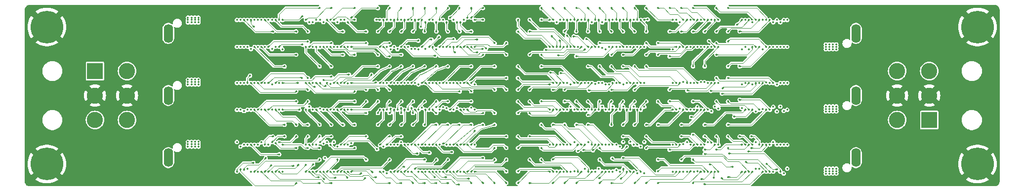
<source format=gbr>
%TF.GenerationSoftware,KiCad,Pcbnew,8.0.2*%
%TF.CreationDate,2024-05-21T15:52:10+02:00*%
%TF.ProjectId,HYDRA_VMM3_Adapter,48594452-415f-4564-9d4d-335f41646170,0*%
%TF.SameCoordinates,Original*%
%TF.FileFunction,Copper,L6,Inr*%
%TF.FilePolarity,Positive*%
%FSLAX46Y46*%
G04 Gerber Fmt 4.6, Leading zero omitted, Abs format (unit mm)*
G04 Created by KiCad (PCBNEW 8.0.2) date 2024-05-21 15:52:10*
%MOMM*%
%LPD*%
G01*
G04 APERTURE LIST*
%TA.AperFunction,ComponentPad*%
%ADD10C,5.600000*%
%TD*%
%TA.AperFunction,ComponentPad*%
%ADD11O,1.600000X3.200000*%
%TD*%
%TA.AperFunction,ComponentPad*%
%ADD12R,2.775000X2.775000*%
%TD*%
%TA.AperFunction,ComponentPad*%
%ADD13C,2.775000*%
%TD*%
%TA.AperFunction,ViaPad*%
%ADD14C,0.350000*%
%TD*%
%TA.AperFunction,Conductor*%
%ADD15C,0.100000*%
%TD*%
G04 APERTURE END LIST*
D10*
%TO.N,GND*%
%TO.C,J10*%
X26925000Y-54520000D03*
%TD*%
%TO.N,GND*%
%TO.C,J7*%
X26925000Y-78020000D03*
%TD*%
%TO.N,GND*%
%TO.C,J8*%
X186425000Y-78020000D03*
%TD*%
%TO.N,GND*%
%TO.C,J9*%
X186425000Y-54520000D03*
%TD*%
D11*
%TO.N,N/C*%
%TO.C,J1*%
X165610000Y-55610000D03*
%TD*%
%TO.N,N/C*%
%TO.C,J6*%
X47740000Y-76930000D03*
%TD*%
D12*
%TO.N,P2A*%
%TO.C,Input_A1*%
X35175000Y-62070000D03*
D13*
%TO.N,GND*%
X35175000Y-66270000D03*
%TO.N,P1A*%
X35175000Y-70470000D03*
%TO.N,P2A*%
X40675000Y-62070000D03*
%TO.N,GND*%
X40675000Y-66270000D03*
%TO.N,P1A*%
X40675000Y-70470000D03*
%TD*%
D12*
%TO.N,P2B*%
%TO.C,Input_B1*%
X178175000Y-70470000D03*
D13*
%TO.N,GND*%
X178175000Y-66270000D03*
%TO.N,P1B*%
X178175000Y-62070000D03*
%TO.N,P2B*%
X172675000Y-70470000D03*
%TO.N,GND*%
X172675000Y-66270000D03*
%TO.N,P1B*%
X172675000Y-62070000D03*
%TD*%
D11*
%TO.N,N/C*%
%TO.C,J2*%
X165610000Y-66270000D03*
%TD*%
%TO.N,N/C*%
%TO.C,J4*%
X47740000Y-55610000D03*
%TD*%
%TO.N,N/C*%
%TO.C,J3*%
X165610000Y-76930000D03*
%TD*%
%TO.N,N/C*%
%TO.C,J5*%
X47740000Y-66270000D03*
%TD*%
D14*
%TO.N,GND*%
X134675000Y-76270000D03*
X132675000Y-76270000D03*
X130675000Y-76270000D03*
X128675000Y-76270000D03*
X126675000Y-76270000D03*
X124675000Y-76270000D03*
X122675000Y-76270000D03*
X148675000Y-72270000D03*
X146675000Y-72270000D03*
X144675000Y-72270000D03*
X142675000Y-72270000D03*
X140675000Y-72270000D03*
X138675000Y-72270000D03*
X136675000Y-72270000D03*
X132675000Y-72270000D03*
X130675000Y-72270000D03*
X128675000Y-72270000D03*
X126675000Y-72270000D03*
X124675000Y-72270000D03*
X136675000Y-66270000D03*
X138675000Y-66270000D03*
X134675000Y-66270000D03*
X132675000Y-66270000D03*
X130675000Y-66270000D03*
X128675000Y-66270000D03*
X126675000Y-66270000D03*
X124675000Y-66270000D03*
X122675000Y-66270000D03*
X116675000Y-66270000D03*
X114675000Y-66270000D03*
X112675000Y-66270000D03*
X110675000Y-66270000D03*
X132675000Y-60270000D03*
X130675000Y-60270000D03*
X128675000Y-60270000D03*
X126675000Y-60270000D03*
X124675000Y-60270000D03*
X122675000Y-60270000D03*
X120675000Y-60270000D03*
X118675000Y-60270000D03*
X116675000Y-60270000D03*
X110675000Y-60270000D03*
X108675000Y-60270000D03*
X142675000Y-56270000D03*
X140675000Y-56270000D03*
X138675000Y-56270000D03*
X136675000Y-56270000D03*
X134675000Y-56270000D03*
X132675000Y-56270000D03*
X130675000Y-56270000D03*
X128675000Y-56270000D03*
X126675000Y-56270000D03*
X124675000Y-56270000D03*
X122675000Y-56270000D03*
X120675000Y-56270000D03*
X103675000Y-76270000D03*
X88675000Y-76270000D03*
X72675000Y-76270000D03*
X74675000Y-76270000D03*
X82675000Y-76270000D03*
X64675000Y-72270000D03*
X66675000Y-72270000D03*
X68675000Y-72270000D03*
X70675000Y-72270000D03*
X72675000Y-72270000D03*
X74675000Y-72270000D03*
X76675000Y-72270000D03*
X78675000Y-72270000D03*
X80675000Y-72270000D03*
X82675000Y-72270000D03*
X84675000Y-72270000D03*
X86675000Y-72270000D03*
X88675000Y-72270000D03*
X90675000Y-72270000D03*
X94675000Y-70270000D03*
X96675000Y-70270000D03*
X98675000Y-70270000D03*
X100675000Y-70270000D03*
X102675000Y-70270000D03*
X104675000Y-70270000D03*
X102675000Y-66270000D03*
X100675000Y-66270000D03*
X98675000Y-66270000D03*
X96675000Y-66270000D03*
X94675000Y-66270000D03*
X92675000Y-66270000D03*
X90675000Y-66270000D03*
X88675000Y-66270000D03*
X86675000Y-66270000D03*
X84675000Y-66270000D03*
X82675000Y-66270000D03*
X80675000Y-66270000D03*
X104675000Y-60270000D03*
X102675000Y-60270000D03*
X100675000Y-60270000D03*
X98675000Y-60270000D03*
X96675000Y-60270000D03*
X94675000Y-60270000D03*
X92675000Y-60270000D03*
X90675000Y-60270000D03*
X88675000Y-60270000D03*
X86675000Y-60270000D03*
X84675000Y-60270000D03*
X82675000Y-60270000D03*
X80675000Y-60270000D03*
X82675000Y-54270000D03*
X88675000Y-56270000D03*
X86675000Y-56270000D03*
X84675000Y-56270000D03*
X82675000Y-56270000D03*
X80675000Y-56270000D03*
X78675000Y-56270000D03*
X76675000Y-56270000D03*
X74675000Y-56270000D03*
X72675000Y-56270000D03*
X70675000Y-56270000D03*
X68675000Y-56270000D03*
X66675000Y-56270000D03*
X64675000Y-56270000D03*
X106675000Y-80270000D03*
X106675000Y-78270000D03*
X106675000Y-76270000D03*
X106675000Y-74270000D03*
X106675000Y-72270000D03*
X106675000Y-70270000D03*
X106675000Y-68270000D03*
X106675000Y-66270000D03*
X106675000Y-64270000D03*
X106675000Y-62270000D03*
X106675000Y-60270000D03*
X106675000Y-58270000D03*
X106675000Y-56270000D03*
X106675000Y-54270000D03*
X106675000Y-52270000D03*
X37690000Y-80370000D03*
X37690000Y-80780000D03*
X35290000Y-80770000D03*
X40090000Y-80770000D03*
X38890000Y-80370000D03*
X34690000Y-80360000D03*
X37090000Y-79950000D03*
X35890000Y-80770000D03*
X40090000Y-79940000D03*
X38290000Y-80370000D03*
X38890000Y-79950000D03*
X39490000Y-80770000D03*
X36490000Y-80360000D03*
X39490000Y-80360000D03*
X37090000Y-80780000D03*
X35290000Y-79940000D03*
X35290000Y-80360000D03*
X34690000Y-80770000D03*
X39490000Y-79940000D03*
X35890000Y-79940000D03*
X38290000Y-79950000D03*
X37090000Y-80370000D03*
X35890000Y-80360000D03*
X36490000Y-79940000D03*
X36490000Y-80770000D03*
X38890000Y-80780000D03*
X37690000Y-79950000D03*
X40090000Y-80360000D03*
X34690000Y-79940000D03*
X38290000Y-80780000D03*
X35290000Y-54410000D03*
X36490000Y-54830000D03*
X34690000Y-54830000D03*
X37690000Y-54420000D03*
X36490000Y-54410000D03*
X39490000Y-55240000D03*
X39490000Y-54410000D03*
X34690000Y-55240000D03*
X38890000Y-54840000D03*
X38890000Y-55250000D03*
X38290000Y-54840000D03*
X35290000Y-54830000D03*
X40090000Y-54410000D03*
X40090000Y-54830000D03*
X38890000Y-54420000D03*
X38290000Y-54420000D03*
X37690000Y-54840000D03*
X35890000Y-55240000D03*
X35890000Y-54410000D03*
X38290000Y-55250000D03*
X37690000Y-55250000D03*
X35290000Y-55240000D03*
X34690000Y-54410000D03*
X36490000Y-55240000D03*
X37090000Y-54840000D03*
X39490000Y-54830000D03*
X35890000Y-54830000D03*
X40090000Y-55240000D03*
X37090000Y-55250000D03*
X37090000Y-54420000D03*
X37690000Y-77890000D03*
X38290000Y-78300000D03*
X35290000Y-77460000D03*
X38890000Y-77890000D03*
X37690000Y-78300000D03*
X40090000Y-77880000D03*
X36490000Y-78290000D03*
X38290000Y-77890000D03*
X34690000Y-77880000D03*
X37090000Y-78300000D03*
X37690000Y-77470000D03*
X37090000Y-77890000D03*
X39490000Y-78290000D03*
X35890000Y-78290000D03*
X40090000Y-77460000D03*
X35890000Y-77880000D03*
X37090000Y-77470000D03*
X34690000Y-78290000D03*
X34690000Y-77460000D03*
X38290000Y-77470000D03*
X35890000Y-77460000D03*
X38890000Y-78300000D03*
X38890000Y-77470000D03*
X40090000Y-78290000D03*
X39490000Y-77460000D03*
X35290000Y-78290000D03*
X39490000Y-77880000D03*
X35290000Y-77880000D03*
X36490000Y-77880000D03*
X36490000Y-77460000D03*
X38290000Y-51900000D03*
X39490000Y-51470000D03*
X36490000Y-52300000D03*
X35290000Y-51890000D03*
X37090000Y-52310000D03*
X40090000Y-51890000D03*
X37690000Y-51480000D03*
X38890000Y-51480000D03*
X34690000Y-51890000D03*
X35890000Y-51470000D03*
X35890000Y-51890000D03*
X39490000Y-51890000D03*
X37090000Y-51900000D03*
X36490000Y-51470000D03*
X36490000Y-51890000D03*
X35290000Y-52300000D03*
X37690000Y-51900000D03*
X34690000Y-52300000D03*
X38890000Y-51900000D03*
X37090000Y-51480000D03*
X40090000Y-52300000D03*
X37690000Y-52310000D03*
X38290000Y-52310000D03*
X35290000Y-51470000D03*
X38290000Y-51480000D03*
X35890000Y-52300000D03*
X38890000Y-52310000D03*
X39490000Y-52300000D03*
X34690000Y-51470000D03*
X40090000Y-51470000D03*
X175410000Y-79940000D03*
X173610000Y-79940000D03*
X174810000Y-80360000D03*
X177210000Y-79950000D03*
X177810000Y-80780000D03*
X176010000Y-80370000D03*
X176610000Y-79950000D03*
X177210000Y-80780000D03*
X176610000Y-80370000D03*
X176610000Y-80780000D03*
X174210000Y-79940000D03*
X173610000Y-80770000D03*
X177810000Y-80370000D03*
X174210000Y-80770000D03*
X174810000Y-80770000D03*
X179010000Y-79940000D03*
X179010000Y-80770000D03*
X175410000Y-80360000D03*
X177810000Y-79950000D03*
X173610000Y-80360000D03*
X178410000Y-80770000D03*
X177210000Y-80370000D03*
X176010000Y-80780000D03*
X178410000Y-80360000D03*
X179010000Y-80360000D03*
X176010000Y-79950000D03*
X178410000Y-79940000D03*
X175410000Y-80770000D03*
X174810000Y-79940000D03*
X174210000Y-80360000D03*
X175410000Y-77460000D03*
X173610000Y-77460000D03*
X174810000Y-77880000D03*
X177210000Y-77470000D03*
X177810000Y-78300000D03*
X176010000Y-77890000D03*
X176610000Y-77470000D03*
X177210000Y-78300000D03*
X176610000Y-77890000D03*
X176610000Y-78300000D03*
X174210000Y-77460000D03*
X173610000Y-78290000D03*
X177810000Y-77890000D03*
X174210000Y-78290000D03*
X174810000Y-78290000D03*
X179010000Y-77460000D03*
X179010000Y-78290000D03*
X175410000Y-77880000D03*
X177810000Y-77470000D03*
X173610000Y-77880000D03*
X178410000Y-78290000D03*
X177210000Y-77890000D03*
X176010000Y-78300000D03*
X178410000Y-77880000D03*
X179010000Y-77880000D03*
X176010000Y-77470000D03*
X178410000Y-77460000D03*
X175410000Y-78290000D03*
X174810000Y-77460000D03*
X174210000Y-77880000D03*
X175410000Y-54410000D03*
X173610000Y-54410000D03*
X174810000Y-54830000D03*
X177210000Y-54420000D03*
X177810000Y-55250000D03*
X176010000Y-54840000D03*
X176610000Y-54420000D03*
X177210000Y-55250000D03*
X176610000Y-54840000D03*
X176610000Y-55250000D03*
X174210000Y-54410000D03*
X173610000Y-55240000D03*
X177810000Y-54840000D03*
X174210000Y-55240000D03*
X174810000Y-55240000D03*
X179010000Y-54410000D03*
X179010000Y-55240000D03*
X175410000Y-54830000D03*
X177810000Y-54420000D03*
X173610000Y-54830000D03*
X178410000Y-55240000D03*
X177210000Y-54840000D03*
X176010000Y-55250000D03*
X178410000Y-54830000D03*
X179010000Y-54830000D03*
X176010000Y-54420000D03*
X178410000Y-54410000D03*
X175410000Y-55240000D03*
X174810000Y-54410000D03*
X174210000Y-54830000D03*
X175410000Y-51470000D03*
X173610000Y-51470000D03*
X174810000Y-51890000D03*
X177210000Y-51480000D03*
X177810000Y-52310000D03*
X176010000Y-51900000D03*
X176610000Y-51480000D03*
X177210000Y-52310000D03*
X176610000Y-51900000D03*
X176610000Y-52310000D03*
X174210000Y-51470000D03*
X173610000Y-52300000D03*
X177810000Y-51900000D03*
X174210000Y-52300000D03*
X174810000Y-52300000D03*
X179010000Y-51470000D03*
X179010000Y-52300000D03*
X175410000Y-51890000D03*
X177810000Y-51480000D03*
X173610000Y-51890000D03*
X178410000Y-52300000D03*
X177210000Y-51900000D03*
X176010000Y-52310000D03*
X178410000Y-51890000D03*
X179010000Y-51890000D03*
X176010000Y-51480000D03*
X178410000Y-51470000D03*
X175410000Y-52300000D03*
X174810000Y-51470000D03*
X174210000Y-51890000D03*
X58310000Y-58320000D03*
X58910000Y-57910000D03*
X57710000Y-57910000D03*
X57110000Y-57910000D03*
X58910000Y-58320000D03*
X58310000Y-57490000D03*
X58910000Y-57490000D03*
X57710000Y-58320000D03*
X58310000Y-57910000D03*
X57710000Y-57490000D03*
X57110000Y-58320000D03*
X57110000Y-57490000D03*
X58310000Y-68990000D03*
X58910000Y-68580000D03*
X57710000Y-68580000D03*
X57110000Y-68580000D03*
X58910000Y-68990000D03*
X58310000Y-68160000D03*
X58910000Y-68160000D03*
X57710000Y-68990000D03*
X58310000Y-68580000D03*
X57710000Y-68160000D03*
X57110000Y-68990000D03*
X57110000Y-68160000D03*
X58310000Y-79640000D03*
X58910000Y-79230000D03*
X57710000Y-79230000D03*
X57110000Y-79230000D03*
X58910000Y-79640000D03*
X58310000Y-78810000D03*
X58910000Y-78810000D03*
X57710000Y-79640000D03*
X58310000Y-79230000D03*
X57710000Y-78810000D03*
X57110000Y-79640000D03*
X57110000Y-78810000D03*
X156240000Y-74210000D03*
X154440000Y-74210000D03*
X155640000Y-74630000D03*
X155040000Y-74210000D03*
X154440000Y-75040000D03*
X155040000Y-75040000D03*
X155640000Y-75040000D03*
X156240000Y-74630000D03*
X154440000Y-74630000D03*
X156240000Y-75040000D03*
X155640000Y-74210000D03*
X155040000Y-74630000D03*
X156240000Y-63550000D03*
X154440000Y-63550000D03*
X155640000Y-63970000D03*
X155040000Y-63550000D03*
X154440000Y-64380000D03*
X155040000Y-64380000D03*
X155640000Y-64380000D03*
X156240000Y-63970000D03*
X154440000Y-63970000D03*
X156240000Y-64380000D03*
X155640000Y-63550000D03*
X155040000Y-63970000D03*
X156240000Y-52890000D03*
X154440000Y-52890000D03*
X155640000Y-53310000D03*
X155040000Y-52890000D03*
X154440000Y-53720000D03*
X155040000Y-53720000D03*
X155640000Y-53720000D03*
X156240000Y-53310000D03*
X154440000Y-53310000D03*
X156240000Y-53720000D03*
X155640000Y-52890000D03*
X155040000Y-53310000D03*
X159240000Y-57490000D03*
X156240000Y-58320000D03*
X155640000Y-57490000D03*
X154440000Y-58320000D03*
X155040000Y-57910000D03*
X159240000Y-57910000D03*
X155040000Y-58320000D03*
X156240000Y-57490000D03*
X159840000Y-58320000D03*
X159840000Y-57490000D03*
X154440000Y-57490000D03*
X156240000Y-57910000D03*
X159240000Y-58320000D03*
X159840000Y-57910000D03*
X155640000Y-58320000D03*
X155040000Y-57490000D03*
X154440000Y-57910000D03*
X155640000Y-57910000D03*
X156840000Y-58330000D03*
X156840000Y-57500000D03*
X157440000Y-57500000D03*
X158040000Y-57500000D03*
X157440000Y-58330000D03*
X158040000Y-58330000D03*
X158640000Y-57500000D03*
X158640000Y-58330000D03*
X158040000Y-57920000D03*
X156840000Y-57920000D03*
X158640000Y-57920000D03*
X157440000Y-57920000D03*
X159240000Y-68150000D03*
X156240000Y-68980000D03*
X155640000Y-68150000D03*
X154440000Y-68980000D03*
X155040000Y-68570000D03*
X159240000Y-68570000D03*
X155040000Y-68980000D03*
X156240000Y-68150000D03*
X159840000Y-68980000D03*
X159840000Y-68150000D03*
X154440000Y-68150000D03*
X156240000Y-68570000D03*
X159240000Y-68980000D03*
X159840000Y-68570000D03*
X155640000Y-68980000D03*
X155040000Y-68150000D03*
X154440000Y-68570000D03*
X155640000Y-68570000D03*
X156840000Y-68990000D03*
X156840000Y-68160000D03*
X157440000Y-68160000D03*
X158040000Y-68160000D03*
X157440000Y-68990000D03*
X158040000Y-68990000D03*
X158640000Y-68160000D03*
X158640000Y-68990000D03*
X158040000Y-68580000D03*
X156840000Y-68580000D03*
X158640000Y-68580000D03*
X157440000Y-68580000D03*
X159240000Y-78810000D03*
X156240000Y-79640000D03*
X155640000Y-78810000D03*
X154440000Y-79640000D03*
X155040000Y-79230000D03*
X159240000Y-79230000D03*
X155040000Y-79640000D03*
X156240000Y-78810000D03*
X159840000Y-79640000D03*
X159840000Y-78810000D03*
X154440000Y-78810000D03*
X156240000Y-79230000D03*
X159240000Y-79640000D03*
X159840000Y-79230000D03*
X155640000Y-79640000D03*
X155040000Y-78810000D03*
X154440000Y-79230000D03*
X155640000Y-79230000D03*
X156840000Y-79650000D03*
X156840000Y-78820000D03*
X157440000Y-78820000D03*
X158040000Y-78820000D03*
X157440000Y-79650000D03*
X158040000Y-79650000D03*
X158640000Y-78820000D03*
X158640000Y-79650000D03*
X158040000Y-79240000D03*
X156840000Y-79240000D03*
X158640000Y-79240000D03*
X157440000Y-79240000D03*
X58310000Y-74220000D03*
X55310000Y-75050000D03*
X54710000Y-74220000D03*
X53510000Y-75050000D03*
X54110000Y-74640000D03*
X58310000Y-74640000D03*
X54110000Y-75050000D03*
X55310000Y-74220000D03*
X58910000Y-75050000D03*
X58910000Y-74220000D03*
X53510000Y-74220000D03*
X55310000Y-74640000D03*
X58310000Y-75050000D03*
X58910000Y-74640000D03*
X54710000Y-75050000D03*
X54110000Y-74220000D03*
X53510000Y-74640000D03*
X54710000Y-74640000D03*
X55910000Y-75060000D03*
X55910000Y-74230000D03*
X56510000Y-74230000D03*
X57110000Y-74230000D03*
X56510000Y-75060000D03*
X57110000Y-75060000D03*
X57710000Y-74230000D03*
X57710000Y-75060000D03*
X57110000Y-74650000D03*
X55910000Y-74650000D03*
X57710000Y-74650000D03*
X56510000Y-74650000D03*
X58310000Y-63550000D03*
X55310000Y-64380000D03*
X54710000Y-63550000D03*
X53510000Y-64380000D03*
X54110000Y-63970000D03*
X58310000Y-63970000D03*
X54110000Y-64380000D03*
X55310000Y-63550000D03*
X58910000Y-64380000D03*
X58910000Y-63550000D03*
X53510000Y-63550000D03*
X55310000Y-63970000D03*
X58310000Y-64380000D03*
X58910000Y-63970000D03*
X54710000Y-64380000D03*
X54110000Y-63550000D03*
X53510000Y-63970000D03*
X54710000Y-63970000D03*
X55910000Y-64390000D03*
X55910000Y-63560000D03*
X56510000Y-63560000D03*
X57110000Y-63560000D03*
X56510000Y-64390000D03*
X57110000Y-64390000D03*
X57710000Y-63560000D03*
X57710000Y-64390000D03*
X57110000Y-63980000D03*
X55910000Y-63980000D03*
X57710000Y-63980000D03*
X56510000Y-63980000D03*
X58310000Y-52890000D03*
X58310000Y-53720000D03*
X58910000Y-52890000D03*
X58910000Y-53720000D03*
X58310000Y-53310000D03*
X58910000Y-53310000D03*
X57710000Y-53730000D03*
X56510000Y-53730000D03*
X55910000Y-53730000D03*
X57110000Y-53730000D03*
X57710000Y-52900000D03*
X56510000Y-52900000D03*
X55910000Y-52900000D03*
X57110000Y-52900000D03*
X56510000Y-53320000D03*
X55910000Y-53320000D03*
X57710000Y-53320000D03*
X57110000Y-53320000D03*
X55310000Y-53720000D03*
X54110000Y-53720000D03*
X53510000Y-53720000D03*
X54710000Y-53720000D03*
X55310000Y-52890000D03*
X54110000Y-52890000D03*
X53510000Y-52890000D03*
X54710000Y-52890000D03*
X54110000Y-53310000D03*
X53510000Y-53310000D03*
X55310000Y-53310000D03*
X54710000Y-53310000D03*
%TO.N,P1B*%
X162240000Y-58320000D03*
X161040000Y-58320000D03*
X160440000Y-58320000D03*
X161640000Y-58320000D03*
X162240000Y-57490000D03*
X161040000Y-57490000D03*
X160440000Y-57490000D03*
X161640000Y-57490000D03*
X161040000Y-57910000D03*
X160440000Y-57910000D03*
X162240000Y-57910000D03*
X161640000Y-57910000D03*
X162240000Y-68980000D03*
X161040000Y-68980000D03*
X160440000Y-68980000D03*
X161640000Y-68980000D03*
X162240000Y-68150000D03*
X161040000Y-68150000D03*
X160440000Y-68150000D03*
X161640000Y-68150000D03*
X161040000Y-68570000D03*
X160440000Y-68570000D03*
X162240000Y-68570000D03*
X161640000Y-68570000D03*
X162240000Y-79650000D03*
X161040000Y-79650000D03*
X160440000Y-79650000D03*
X161640000Y-79650000D03*
X162240000Y-78820000D03*
X161040000Y-78820000D03*
X160440000Y-78820000D03*
X161640000Y-78820000D03*
X161040000Y-79240000D03*
X160440000Y-79240000D03*
X162240000Y-79240000D03*
X161640000Y-79240000D03*
%TO.N,P1A*%
X52910000Y-53720000D03*
X51710000Y-53720000D03*
X51110000Y-53720000D03*
X52310000Y-53720000D03*
X52910000Y-52890000D03*
X51710000Y-52890000D03*
X51110000Y-52890000D03*
X52310000Y-52890000D03*
X51710000Y-53310000D03*
X51110000Y-53310000D03*
X52910000Y-53310000D03*
X52310000Y-53310000D03*
X52910000Y-64380000D03*
X51710000Y-64380000D03*
X51110000Y-64380000D03*
X52310000Y-64380000D03*
X52910000Y-63550000D03*
X51710000Y-63550000D03*
X51110000Y-63550000D03*
X52310000Y-63550000D03*
X51710000Y-63970000D03*
X51110000Y-63970000D03*
X52910000Y-63970000D03*
X52310000Y-63970000D03*
X51710000Y-75040000D03*
X51110000Y-75040000D03*
X52910000Y-75040000D03*
X52310000Y-75040000D03*
X52910000Y-74630000D03*
X51710000Y-74630000D03*
X51110000Y-74630000D03*
X52310000Y-74630000D03*
X52310000Y-74210000D03*
X51710000Y-74210000D03*
X52910000Y-74210000D03*
X51110000Y-74210000D03*
%TO.N,Col_3-Row_7*%
X61750000Y-62840000D03*
X61310000Y-64110000D03*
%TO.N,Col_4-Row_7*%
X62510000Y-64110000D03*
%TO.N,Col_2-Row_1*%
X59510000Y-53310000D03*
%TO.N,Col_15-Row_7*%
X87030000Y-64110000D03*
%TO.N,Col_9-Row_9*%
X79675000Y-67270000D03*
X75520000Y-68710000D03*
%TO.N,Col_11-Row_10*%
X83675000Y-69270000D03*
X84030000Y-68710000D03*
%TO.N,Col_22-Row_9*%
X99630000Y-68360000D03*
%TO.N,Col_2-Row_10*%
X60110000Y-68710000D03*
%TO.N,Col_13-Row_9*%
X87675000Y-67270000D03*
X87030000Y-68710000D03*
%TO.N,Col_18-Row_10*%
X95430000Y-68460000D03*
%TO.N,Col_3-Row_1*%
X61310000Y-53310000D03*
%TO.N,Col_3-Row_11*%
X67675000Y-71270000D03*
X62510000Y-68710000D03*
%TO.N,Col_19-Row_9*%
X99675000Y-67270000D03*
X96030000Y-68710000D03*
%TO.N,Col_2-Row_11*%
X60710000Y-68930000D03*
%TO.N,Col_8-Row_7*%
X69940000Y-64110000D03*
X67310000Y-64110000D03*
%TO.N,Col_3-Row_10*%
X61910000Y-68710000D03*
%TO.N,Col_19-Row_6*%
X99675000Y-61270000D03*
X94830000Y-64110000D03*
%TO.N,Col_3-Row_2*%
X62395166Y-54464834D03*
X61910000Y-53310000D03*
%TO.N,Col_20-Row_8*%
X95430000Y-64110000D03*
%TO.N,Col_5-Row_7*%
X71675000Y-63270000D03*
X63710000Y-64110000D03*
%TO.N,Col_22-Row_10*%
X100230000Y-68710000D03*
%TO.N,Col_22-Row_7*%
X105675000Y-63270000D03*
X99630000Y-64110000D03*
%TO.N,Col_15-Row_3*%
X91675000Y-55270000D03*
X91830000Y-53720000D03*
%TO.N,Col_15-Row_1*%
X91675000Y-51270000D03*
X90630000Y-53310000D03*
%TO.N,Col_8-Row_11*%
X77675000Y-71270000D03*
X74920000Y-68710000D03*
%TO.N,Col_14-Row_6*%
X89675000Y-61270000D03*
X85830000Y-64110000D03*
%TO.N,Col_12-Row_10*%
X85675000Y-69270000D03*
X85830000Y-68500000D03*
%TO.N,Col_12-Row_11*%
X85675000Y-71270000D03*
X86430000Y-68710000D03*
%TO.N,Col_7-Row_11*%
X75675000Y-71270000D03*
X73120000Y-68710000D03*
%TO.N,Col_16-Row_10*%
X93675000Y-69270000D03*
X93030000Y-68710000D03*
%TO.N,Col_13-Row_2*%
X87630000Y-53310000D03*
%TO.N,Col_17-Row_10*%
X94230000Y-68710000D03*
%TO.N,Col_8-Row_1*%
X73720000Y-53310000D03*
%TO.N,Col_12-Row_7*%
X82570000Y-62710000D03*
X77320000Y-64110000D03*
%TO.N,Col_19-Row_8*%
X99675000Y-65540000D03*
X93630000Y-64110000D03*
%TO.N,Col_21-Row_8*%
X103675000Y-65270000D03*
X97230000Y-64110000D03*
%TO.N,Col_8-Row_3*%
X77675000Y-55270000D03*
X74920000Y-53310000D03*
%TO.N,Col_8-Row_2*%
X74320000Y-53690000D03*
%TO.N,Col_8-Row_9*%
X73720000Y-68550000D03*
%TO.N,Col_13-Row_10*%
X87675000Y-69270000D03*
X87630000Y-68430000D03*
%TO.N,Col_11-Row_11*%
X83675000Y-71270000D03*
X84630000Y-68710000D03*
%TO.N,Col_5-Row_11*%
X71675000Y-71270000D03*
X66110000Y-68710000D03*
%TO.N,Col_4-Row_11*%
X69675000Y-71270000D03*
X64310000Y-68710000D03*
%TO.N,Col_9-Row_2*%
X79675000Y-53270000D03*
X76120000Y-53310000D03*
%TO.N,Col_22-Row_6*%
X100230000Y-64360000D03*
%TO.N,Col_11-Row_1*%
X83675000Y-51270000D03*
X79120000Y-52900000D03*
%TO.N,Col_7-Row_10*%
X72520000Y-68710000D03*
%TO.N,Col_12-Row_3*%
X85675000Y-55270000D03*
X86430000Y-53310000D03*
%TO.N,Col_9-Row_1*%
X79675000Y-51270000D03*
X75520000Y-53310000D03*
%TO.N,Col_18-Row_8*%
X97675000Y-65570000D03*
X91830000Y-64110000D03*
%TO.N,Col_11-Row_8*%
X83675000Y-65270000D03*
X74920000Y-64110000D03*
%TO.N,Col_4-Row_9*%
X69675000Y-67270000D03*
X63110000Y-68710000D03*
%TO.N,Col_7-Row_7*%
X75675000Y-63040000D03*
X66110000Y-64110000D03*
%TO.N,Col_17-Row_9*%
X95675000Y-67270000D03*
X93630000Y-68280000D03*
%TO.N,Col_9-Row_11*%
X79675000Y-71270000D03*
X76720000Y-68710000D03*
%TO.N,Col_10-Row_8*%
X81675000Y-65270000D03*
X73120000Y-64110000D03*
%TO.N,Col_16-Row_9*%
X93675000Y-67270000D03*
X92430000Y-68710000D03*
%TO.N,Col_17-Row_2*%
X94830000Y-53310000D03*
%TO.N,Col_7-Row_9*%
X71920000Y-68190000D03*
%TO.N,Col_16-Row_6*%
X93675000Y-61270000D03*
X89430000Y-64110000D03*
%TO.N,Col_6-Row_10*%
X70240000Y-68710000D03*
X67310000Y-68710000D03*
%TO.N,Col_2-Row_7*%
X60110000Y-64110000D03*
%TO.N,Col_10-Row_10*%
X81675000Y-69270000D03*
X77920000Y-68710000D03*
%TO.N,Col_12-Row_6*%
X85675000Y-61270000D03*
X77920000Y-64110000D03*
%TO.N,Col_15-Row_6*%
X91675000Y-61270000D03*
X87630000Y-64110000D03*
%TO.N,Col_3-Row_8*%
X60710000Y-64110000D03*
%TO.N,Col_8-Row_8*%
X66710000Y-64110000D03*
%TO.N,Col_17-Row_3*%
X95675000Y-55270000D03*
X95430000Y-53700000D03*
%TO.N,Col_14-Row_7*%
X85230000Y-64110000D03*
%TO.N,Col_21-Row_9*%
X98430000Y-68710000D03*
%TO.N,Col_21-Row_6*%
X103675000Y-61270000D03*
X98430000Y-64110000D03*
%TO.N,Col_9-Row_6*%
X72520000Y-64110000D03*
%TO.N,Col_16-Row_3*%
X93675000Y-55270000D03*
X93630000Y-53690000D03*
%TO.N,Col_2-Row_9*%
X59510000Y-68710000D03*
%TO.N,Col_14-Row_2*%
X89430000Y-53310000D03*
%TO.N,Col_18-Row_6*%
X93030000Y-64110000D03*
%TO.N,Col_19-Row_3*%
X99675000Y-51270000D03*
X99030000Y-52910000D03*
%TO.N,Col_14-Row_11*%
X89675000Y-71270000D03*
X90030000Y-68710000D03*
%TO.N,Col_16-Row_1*%
X93675000Y-51270000D03*
X92430000Y-53310000D03*
%TO.N,Col_18-Row_9*%
X94830000Y-68270000D03*
%TO.N,Col_18-Row_1*%
X97675000Y-51270000D03*
X96030000Y-52930000D03*
%TO.N,Col_21-Row_7*%
X97830000Y-64110000D03*
%TO.N,Col_9-Row_8*%
X79670000Y-65540000D03*
X71320000Y-64110000D03*
%TO.N,Col_17-Row_1*%
X95675000Y-51270000D03*
X94230000Y-53310000D03*
%TO.N,Col_21-Row_10*%
X103675000Y-69270000D03*
X99030000Y-68710000D03*
%TO.N,Col_10-Row_3*%
X81675000Y-55270000D03*
X78520000Y-53710000D03*
%TO.N,Col_12-Row_2*%
X85830000Y-53310000D03*
%TO.N,Col_9-Row_7*%
X72790000Y-64770000D03*
X71920000Y-64110000D03*
%TO.N,Col_16-Row_12*%
X88830000Y-74710000D03*
%TO.N,Col_3-Row_9*%
X61310000Y-68710000D03*
%TO.N,Col_19-Row_1*%
X99675000Y-55270000D03*
X97830000Y-53710000D03*
%TO.N,Col_15-Row_9*%
X91675000Y-67270000D03*
X90630000Y-68710000D03*
%TO.N,Col_5-Row_9*%
X71675000Y-67270000D03*
X64910000Y-68710000D03*
%TO.N,Col_16-Row_13*%
X90426300Y-76191800D03*
X88230000Y-74710000D03*
%TO.N,Col_11-Row_3*%
X83675000Y-55270000D03*
X84630000Y-53310000D03*
%TO.N,Col_15-Row_11*%
X91675000Y-71270000D03*
X91830000Y-68710000D03*
%TO.N,Col_6-Row_9*%
X66710000Y-68710000D03*
%TO.N,Col_18-Row_12*%
X92430000Y-74710000D03*
%TO.N,Col_20-Row_9*%
X97230000Y-68420000D03*
%TO.N,Col_16-Row_11*%
X93675000Y-71270000D03*
X89430000Y-74710000D03*
%TO.N,Col_13-Row_3*%
X87675000Y-55270000D03*
X88230000Y-53310000D03*
%TO.N,Col_17-Row_8*%
X90030000Y-64110000D03*
%TO.N,Col_14-Row_1*%
X89675000Y-51270000D03*
X88830000Y-53310000D03*
%TO.N,Col_6-Row_11*%
X73675000Y-71270000D03*
X71320000Y-68710000D03*
%TO.N,Col_10-Row_6*%
X78690800Y-62674100D03*
X74320000Y-63640000D03*
%TO.N,Col_20-Row_7*%
X96030000Y-64110000D03*
%TO.N,Col_21-Row_11*%
X103675000Y-71270000D03*
X98430000Y-74710000D03*
%TO.N,Col_8-Row_10*%
X74320000Y-68710000D03*
%TO.N,Col_17-Row_11*%
X95675000Y-71270000D03*
X91230000Y-74710000D03*
%TO.N,Col_9-Row_10*%
X76120000Y-68710000D03*
%TO.N,Col_18-Row_3*%
X97675000Y-55270000D03*
X97230000Y-53710000D03*
%TO.N,Col_12-Row_1*%
X85675000Y-51270000D03*
X85230000Y-53310000D03*
%TO.N,Col_12-Row_8*%
X85675000Y-65270000D03*
X76720000Y-64110000D03*
%TO.N,Col_14-Row_10*%
X89675000Y-69270000D03*
X89430000Y-68390000D03*
%TO.N,Col_17-Row_13*%
X92490000Y-76080000D03*
X90030000Y-74710000D03*
%TO.N,Col_14-Row_9*%
X89675000Y-67270000D03*
X88830000Y-68710000D03*
%TO.N,Col_22-Row_11*%
X100230000Y-74710000D03*
%TO.N,Col_11-Row_2*%
X83370000Y-53270000D03*
X84030000Y-53310000D03*
%TO.N,Col_22-Row_13*%
X105675000Y-75270000D03*
X99030000Y-74710000D03*
%TO.N,Col_10-Row_1*%
X77320000Y-53310000D03*
%TO.N,Col_20-Row_12*%
X96030000Y-74710000D03*
%TO.N,Col_4-Row_8*%
X69675000Y-65530000D03*
X61910000Y-64110000D03*
%TO.N,Col_16-Row_2*%
X93030000Y-53310000D03*
%TO.N,Col_15-Row_2*%
X91050000Y-54480000D03*
X91230000Y-53310000D03*
%TO.N,Col_16-Row_8*%
X88230000Y-64110000D03*
%TO.N,Col_12-Row_9*%
X85675000Y-67270000D03*
X85230000Y-68710000D03*
%TO.N,Col_4-Row_10*%
X63710000Y-68710000D03*
%TO.N,Col_18-Row_13*%
X91830000Y-74710000D03*
%TO.N,Col_15-Row_10*%
X91230000Y-68380000D03*
%TO.N,Col_10-Row_2*%
X77920000Y-53310000D03*
%TO.N,Col_20-Row_13*%
X95430000Y-74710000D03*
%TO.N,Col_18-Row_2*%
X96630000Y-53310000D03*
%TO.N,Col_13-Row_8*%
X78520000Y-64220000D03*
%TO.N,Col_5-Row_8*%
X71675000Y-65270000D03*
X63110000Y-64110000D03*
%TO.N,Col_11-Row_6*%
X83675000Y-61270000D03*
X76120000Y-64110000D03*
%TO.N,Col_17-Row_7*%
X90630000Y-64370000D03*
%TO.N,Col_10-Row_7*%
X74670000Y-64650000D03*
X73720000Y-64110000D03*
%TO.N,Col_14-Row_3*%
X89675000Y-55270000D03*
X90030000Y-53310000D03*
%TO.N,Col_19-Row_13*%
X96348980Y-75951494D03*
X93630000Y-74710000D03*
%TO.N,Col_22-Row_12*%
X105675000Y-73270000D03*
X99630000Y-74710000D03*
%TO.N,Col_6-Row_7*%
X70660000Y-63230000D03*
X64910000Y-64110000D03*
%TO.N,Col_15-Row_8*%
X86430000Y-64110000D03*
%TO.N,Col_19-Row_2*%
X98430000Y-53310000D03*
%TO.N,Col_13-Row_6*%
X87675000Y-61270000D03*
X84030000Y-64110000D03*
%TO.N,Col_7-Row_8*%
X65510000Y-64340000D03*
%TO.N,Col_14-Row_8*%
X84630000Y-64110000D03*
%TO.N,Col_16-Row_7*%
X88830000Y-64070000D03*
%TO.N,Col_21-Row_12*%
X100260000Y-72340000D03*
X97830000Y-74710000D03*
%TO.N,Col_13-Row_1*%
X87675000Y-51270000D03*
X87030000Y-53310000D03*
%TO.N,Col_10-Row_11*%
X78520000Y-68710000D03*
%TO.N,Col_17-Row_6*%
X95675000Y-61270000D03*
X91230000Y-64110000D03*
%TO.N,Col_19-Row_12*%
X94230000Y-74650000D03*
%TO.N,Col_10-Row_9*%
X81675000Y-67270000D03*
X77320000Y-68710000D03*
%TO.N,Col_20-Row_6*%
X96630000Y-64110000D03*
%TO.N,Col_21-Row_13*%
X103675000Y-75270000D03*
X97230000Y-74710000D03*
%TO.N,Col_2-Row_8*%
X59510000Y-64110000D03*
%TO.N,Col_20-Row_10*%
X101675000Y-69270000D03*
X97830000Y-68710000D03*
%TO.N,Col_5-Row_10*%
X65510000Y-68710000D03*
%TO.N,Col_22-Row_8*%
X105675000Y-65270000D03*
X99030000Y-64110000D03*
%TO.N,Col_21-Row_3*%
X100650000Y-56640000D03*
X97230000Y-57910000D03*
%TO.N,Col_19-Row_7*%
X94230000Y-64110000D03*
%TO.N,Col_17-Row_12*%
X90630000Y-74710000D03*
%TO.N,Col_11-Row_7*%
X75520000Y-64310000D03*
%TO.N,Col_11-Row_9*%
X83675000Y-67270000D03*
X79120000Y-68710000D03*
%TO.N,Col_19-Row_11*%
X99675000Y-71270000D03*
X94830000Y-74490000D03*
%TO.N,Col_13-Row_11*%
X87675000Y-71270000D03*
X88230000Y-68710000D03*
%TO.N,Col_20-Row_11*%
X101675000Y-71270000D03*
X96630000Y-74710000D03*
%TO.N,Col_19-Row_10*%
X96630000Y-68710000D03*
%TO.N,Col_18-Row_7*%
X92430000Y-64110000D03*
%TO.N,Col_21-Row_1*%
X96030000Y-57910000D03*
%TO.N,Col_6-Row_8*%
X64310000Y-64110000D03*
%TO.N,Col_13-Row_7*%
X83340000Y-64040000D03*
X79120000Y-64110000D03*
%TO.N,Col_18-Row_11*%
X97675000Y-71270000D03*
X93030000Y-74710000D03*
%TO.N,Col_39-Row_7*%
X149040000Y-64110000D03*
%TO.N,Col_40-Row_10*%
X144730000Y-69895000D03*
X147840000Y-68710000D03*
%TO.N,Col_27-Row_9*%
X115675000Y-67270000D03*
X117920000Y-68710000D03*
%TO.N,Col_39-Row_10*%
X146040000Y-68410000D03*
%TO.N,Col_30-Row_9*%
X121675000Y-67270000D03*
X121520000Y-68710000D03*
%TO.N,Col_28-Row_7*%
X122720000Y-64370000D03*
%TO.N,Col_27-Row_8*%
X115675000Y-65270000D03*
X120320000Y-64110000D03*
%TO.N,Col_38-Row_11*%
X141430000Y-68170000D03*
%TO.N,Col_43-Row_7*%
X153840000Y-64110000D03*
%TO.N,Col_42-Row_10*%
X151440000Y-68200000D03*
%TO.N,Col_37-Row_8*%
X146040000Y-64370000D03*
%TO.N,Col_38-Row_8*%
X142780000Y-65000000D03*
X147240000Y-64110000D03*
%TO.N,Col_32-Row_9*%
X125675000Y-67270000D03*
X125120000Y-68710000D03*
%TO.N,Col_29-Row_8*%
X119850000Y-65390000D03*
X123920000Y-64110000D03*
%TO.N,Col_36-Row_9*%
X133675000Y-67270000D03*
X136630000Y-68710000D03*
%TO.N,Col_27-Row_7*%
X120920000Y-64310000D03*
%TO.N,Col_25-Row_9*%
X111675000Y-67270000D03*
X115520000Y-68710000D03*
%TO.N,Col_31-Row_9*%
X123675000Y-67270000D03*
X123320000Y-68710000D03*
%TO.N,Col_40-Row_11*%
X148440000Y-68990000D03*
%TO.N,Col_35-Row_10*%
X135430000Y-68540000D03*
%TO.N,Col_28-Row_6*%
X123320000Y-64370000D03*
%TO.N,Col_25-Row_8*%
X116720000Y-64380000D03*
%TO.N,Col_42-Row_9*%
X145670000Y-66990000D03*
X150840000Y-68710000D03*
%TO.N,Col_27-Row_10*%
X118520000Y-68710000D03*
%TO.N,Col_40-Row_7*%
X141675000Y-63270000D03*
X150240000Y-64040000D03*
%TO.N,Col_34-Row_8*%
X137230000Y-64130000D03*
%TO.N,Col_38-Row_9*%
X137675000Y-67270000D03*
X140230000Y-68710000D03*
%TO.N,Col_42-Row_11*%
X152040000Y-68990000D03*
%TO.N,Col_41-Row_4*%
X143675000Y-56970000D03*
X150240000Y-57910000D03*
%TO.N,Col_32-Row_8*%
X129320000Y-64110000D03*
%TO.N,Col_25-Row_7*%
X115000000Y-62440000D03*
X117320000Y-64110000D03*
%TO.N,Col_29-Row_10*%
X119675000Y-69580000D03*
X120920000Y-68710000D03*
%TO.N,Col_32-Row_7*%
X134230000Y-64110000D03*
%TO.N,Col_40-Row_9*%
X141675000Y-67270000D03*
X147240000Y-68710000D03*
%TO.N,Col_34-Row_10*%
X129320000Y-68190000D03*
%TO.N,Col_38-Row_7*%
X147840000Y-64370000D03*
%TO.N,Col_30-Row_11*%
X122720000Y-68710000D03*
%TO.N,Col_43-Row_11*%
X153840000Y-68710000D03*
%TO.N,Col_38-Row_10*%
X140830000Y-68970000D03*
%TO.N,Col_34-Row_11*%
X129675000Y-71270000D03*
X134230000Y-68710000D03*
%TO.N,Col_33-Row_9*%
X127675000Y-67270000D03*
X126920000Y-68710000D03*
%TO.N,Col_42-Row_8*%
X152040000Y-64370000D03*
%TO.N,Col_25-Row_6*%
X111675000Y-61270000D03*
X117920000Y-64110000D03*
%TO.N,Col_39-Row_8*%
X140710000Y-65470000D03*
X148440000Y-64110000D03*
%TO.N,Col_33-Row_10*%
X127520000Y-68180000D03*
%TO.N,Col_36-Row_10*%
X137230000Y-68710000D03*
%TO.N,Col_26-Row_8*%
X113675000Y-65270000D03*
X118520000Y-64110000D03*
%TO.N,Col_35-Row_8*%
X139030000Y-63970000D03*
%TO.N,Col_33-Row_8*%
X127675000Y-65270000D03*
X135430000Y-64110000D03*
%TO.N,Col_30-Row_6*%
X121675000Y-61270000D03*
X126920000Y-64110000D03*
%TO.N,Col_37-Row_9*%
X138430000Y-68200000D03*
%TO.N,Col_41-Row_9*%
X143675000Y-67270000D03*
X149040000Y-68710000D03*
%TO.N,Col_23-Row_8*%
X107675000Y-65270000D03*
X113120000Y-64360000D03*
%TO.N,Col_39-Row_9*%
X142030000Y-68480000D03*
%TO.N,Col_43-Row_3*%
X152640000Y-53710000D03*
%TO.N,Col_29-Row_7*%
X124520000Y-64110000D03*
%TO.N,Col_35-Row_11*%
X131675000Y-71270000D03*
X136030000Y-68710000D03*
%TO.N,Col_27-Row_6*%
X121520000Y-64110000D03*
%TO.N,Col_31-Row_6*%
X123675000Y-61270000D03*
X128720000Y-64110000D03*
%TO.N,Col_42-Row_7*%
X152640000Y-64110000D03*
%TO.N,Col_24-Row_10*%
X109675000Y-69270000D03*
X114920000Y-68710000D03*
%TO.N,Col_30-Row_7*%
X126320000Y-64110000D03*
%TO.N,Col_39-Row_6*%
X139675000Y-61270000D03*
X142030000Y-57910000D03*
%TO.N,Col_36-Row_6*%
X142030000Y-64110000D03*
%TO.N,Col_31-Row_10*%
X123920000Y-68170000D03*
%TO.N,Col_41-Row_7*%
X143675000Y-63270000D03*
X151440000Y-64110000D03*
%TO.N,Col_26-Row_7*%
X119120000Y-64110000D03*
%TO.N,Col_37-Row_11*%
X135675000Y-71270000D03*
X139630000Y-68710000D03*
%TO.N,Col_24-Row_9*%
X109675000Y-67270000D03*
X114320000Y-68710000D03*
%TO.N,Col_31-Row_8*%
X123675000Y-65270000D03*
X127520000Y-64110000D03*
%TO.N,Col_41-Row_8*%
X150840000Y-64110000D03*
%TO.N,Col_30-Row_8*%
X125720000Y-64370000D03*
%TO.N,Col_43-Row_5*%
X153240000Y-57910000D03*
%TO.N,Col_33-Row_6*%
X127675000Y-61270000D03*
X136630000Y-64110000D03*
%TO.N,Col_43-Row_4*%
X153840000Y-57910000D03*
%TO.N,Col_43-Row_8*%
X153240000Y-64110000D03*
%TO.N,Col_31-Row_11*%
X123675000Y-71270000D03*
X124520000Y-68710000D03*
%TO.N,Col_35-Row_9*%
X131675000Y-67270000D03*
X134830000Y-68710000D03*
%TO.N,Col_32-Row_10*%
X125720000Y-68160000D03*
%TO.N,Col_43-Row_9*%
X152640000Y-68170000D03*
%TO.N,Col_31-Row_7*%
X128120000Y-64110000D03*
%TO.N,Col_43-Row_10*%
X153240000Y-68900000D03*
%TO.N,Col_40-Row_6*%
X147240000Y-58310000D03*
%TO.N,Col_23-Row_9*%
X107675000Y-67270000D03*
X113120000Y-68710000D03*
%TO.N,Col_39-Row_3*%
X139675000Y-55270000D03*
X141430000Y-53310000D03*
%TO.N,Col_36-Row_8*%
X133675000Y-65270000D03*
X140830000Y-64110000D03*
%TO.N,Col_33-Row_7*%
X136030707Y-63923690D03*
%TO.N,Col_35-Row_7*%
X139630000Y-63970000D03*
%TO.N,Col_34-Row_7*%
X137830000Y-64110000D03*
%TO.N,Col_39-Row_1*%
X146640000Y-53310000D03*
%TO.N,Col_30-Row_10*%
X122120000Y-68180000D03*
%TO.N,Col_35-Row_6*%
X140230000Y-64110000D03*
%TO.N,Col_34-Row_6*%
X129675000Y-61270000D03*
X138430000Y-64110000D03*
%TO.N,Col_39-Row_11*%
X139675000Y-71270000D03*
X146640000Y-68710000D03*
%TO.N,Col_37-Row_7*%
X146640000Y-64110000D03*
%TO.N,Col_26-Row_9*%
X116721000Y-68180000D03*
%TO.N,Col_43-Row_1*%
X153840000Y-53310000D03*
%TO.N,Col_23-Row_6*%
X107675000Y-61270000D03*
X114320000Y-64110000D03*
%TO.N,Col_23-Row_7*%
X107675000Y-63270000D03*
X113720000Y-64110000D03*
%TO.N,Col_41-Row_10*%
X149640000Y-68570000D03*
%TO.N,Col_33-Row_11*%
X127675000Y-71270000D03*
X128120000Y-68710000D03*
%TO.N,Col_40-Row_3*%
X141675000Y-55270000D03*
X147240000Y-53310000D03*
%TO.N,Col_26-Row_10*%
X117320000Y-68710000D03*
%TO.N,Col_26-Row_6*%
X119720000Y-64110000D03*
%TO.N,Col_41-Row_2*%
X149640000Y-53310000D03*
%TO.N,Col_28-Row_9*%
X117675000Y-67270000D03*
X119120000Y-68710000D03*
%TO.N,Col_25-Row_10*%
X116120000Y-68710000D03*
%TO.N,Col_37-Row_10*%
X137350000Y-69950000D03*
X139030000Y-68710000D03*
%TO.N,Col_42-Row_4*%
X152040000Y-57910000D03*
%TO.N,Col_40-Row_8*%
X142640000Y-65954800D03*
X149640000Y-64110000D03*
%TO.N,Col_40-Row_4*%
X141675000Y-57270000D03*
X148440000Y-57910000D03*
%TO.N,Col_24-Row_6*%
X116120000Y-64110000D03*
%TO.N,Col_28-Row_10*%
X119720000Y-68710000D03*
%TO.N,Col_32-Row_6*%
X125675000Y-61270000D03*
X134830000Y-64110000D03*
%TO.N,Col_23-Row_10*%
X107675000Y-69270000D03*
X113720000Y-68710000D03*
%TO.N,Col_29-Row_6*%
X119675000Y-61270000D03*
X125120000Y-64110000D03*
%TO.N,Col_41-Row_11*%
X143675000Y-71270000D03*
X150240000Y-68710000D03*
%TO.N,Col_43-Row_2*%
X153240000Y-53310000D03*
%TO.N,Col_24-Row_7*%
X113240000Y-62354900D03*
X115520000Y-64110000D03*
%TO.N,Col_32-Row_11*%
X125675000Y-71270000D03*
X126320000Y-68710000D03*
%TO.N,Col_37-Row_1*%
X135675000Y-51270000D03*
X139630000Y-53310000D03*
%TO.N,Col_24-Row_8*%
X109675000Y-65270000D03*
X114920000Y-64110000D03*
%TO.N,Col_37-Row_6*%
X138430000Y-57910000D03*
%TO.N,Col_28-Row_8*%
X122120000Y-64110000D03*
%TO.N,Col_38-Row_2*%
X140830000Y-53310000D03*
%TO.N,Col_41-Row_3*%
X143675000Y-55270000D03*
X149040000Y-53310000D03*
%TO.N,Col_36-Row_11*%
X137830000Y-68710000D03*
%TO.N,Col_42-Row_3*%
X145675000Y-55270000D03*
X150840000Y-53310000D03*
%TO.N,Col_29-Row_9*%
X119675000Y-67270000D03*
X120320000Y-68710000D03*
%TO.N,Col_36-Row_7*%
X136720000Y-65403300D03*
X141430000Y-64110000D03*
%TO.N,Col_34-Row_9*%
X129675000Y-67270000D03*
X128720000Y-68710000D03*
%TO.N,Col_40-Row_5*%
X141675000Y-59270000D03*
X147840000Y-57910000D03*
%TO.N,Col_40-Row_1*%
X141675000Y-51270000D03*
X148440000Y-53310000D03*
%TO.N,Col_40-Row_2*%
X147840000Y-53720000D03*
%TO.N,Col_37-Row_2*%
X139030000Y-53310000D03*
%TO.N,Col_38-Row_4*%
X140430000Y-56920000D03*
X141430000Y-57910000D03*
%TO.N,Col_38-Row_3*%
X137675000Y-55270000D03*
X140230000Y-53310000D03*
%TO.N,Col_39-Row_4*%
X146640000Y-57910000D03*
%TO.N,Col_42-Row_5*%
X151440000Y-57910000D03*
%TO.N,Col_42-Row_6*%
X145675000Y-61270000D03*
X150840000Y-57910000D03*
%TO.N,Col_37-Row_4*%
X139630000Y-57910000D03*
%TO.N,Col_37-Row_5*%
X139030000Y-57910000D03*
%TO.N,Col_38-Row_1*%
X137675000Y-51270000D03*
X142030000Y-53310000D03*
%TO.N,Col_39-Row_5*%
X146040000Y-58310000D03*
%TO.N,Col_39-Row_2*%
X145240000Y-54125000D03*
X146040000Y-53310000D03*
%TO.N,Col_42-Row_1*%
X152040000Y-53310000D03*
%TO.N,Col_41-Row_1*%
X143675000Y-51270000D03*
X150240000Y-53310000D03*
%TO.N,Col_37-Row_3*%
X135675000Y-55270000D03*
X138430000Y-53310000D03*
%TO.N,Col_42-Row_2*%
X151440000Y-53700000D03*
%TO.N,Col_41-Row_6*%
X143675000Y-61270000D03*
X149040000Y-57910000D03*
%TO.N,Col_43-Row_6*%
X152640000Y-57910000D03*
%TO.N,Col_38-Row_6*%
X137675000Y-61270000D03*
X140230000Y-57910000D03*
%TO.N,Col_41-Row_5*%
X149640000Y-58310000D03*
%TO.N,Col_38-Row_5*%
X140830000Y-57910000D03*
%TO.N,Col_23-Row_1*%
X113440000Y-56100000D03*
X114320000Y-57910000D03*
%TO.N,Col_25-Row_2*%
X111675000Y-53270000D03*
X113120000Y-53310000D03*
%TO.N,Col_31-Row_4*%
X126920000Y-57910000D03*
%TO.N,Col_23-Row_5*%
X112431700Y-58449400D03*
X115520000Y-57910000D03*
%TO.N,Col_30-Row_5*%
X126320000Y-57910000D03*
%TO.N,Col_25-Row_3*%
X117210000Y-56110000D03*
X119720000Y-57910000D03*
%TO.N,Col_27-Row_2*%
X116720000Y-53310000D03*
%TO.N,Col_25-Row_5*%
X111675000Y-59270000D03*
X120320000Y-57910000D03*
%TO.N,Col_24-Row_1*%
X116050000Y-56000000D03*
X117320000Y-57910000D03*
%TO.N,Col_24-Row_5*%
X109675000Y-59270000D03*
X118520000Y-57910000D03*
%TO.N,Col_34-Row_1*%
X129675000Y-51270000D03*
X134230000Y-53310000D03*
%TO.N,Col_30-Row_1*%
X121675000Y-51270000D03*
X122720000Y-53310000D03*
%TO.N,Col_36-Row_3*%
X133675000Y-55270000D03*
X136630000Y-53310000D03*
%TO.N,Col_35-Row_4*%
X131675000Y-57270000D03*
X136030000Y-57910000D03*
%TO.N,Col_32-Row_3*%
X125675000Y-55270000D03*
X125120000Y-53310000D03*
%TO.N,Col_23-Row_4*%
X114860434Y-56814566D03*
X114920000Y-57910000D03*
%TO.N,Col_33-Row_2*%
X127520000Y-53310000D03*
%TO.N,Col_26-Row_2*%
X114920000Y-53310000D03*
%TO.N,Col_28-Row_1*%
X117675000Y-51270000D03*
X119120000Y-53310000D03*
%TO.N,Col_32-Row_1*%
X125675000Y-51270000D03*
X126320000Y-53310000D03*
%TO.N,Col_28-Row_2*%
X118520000Y-53310000D03*
%TO.N,Col_33-Row_5*%
X134230000Y-58310000D03*
%TO.N,Col_29-Row_5*%
X125120000Y-57910000D03*
%TO.N,Col_24-Row_2*%
X109675000Y-53270000D03*
X116720000Y-57910000D03*
%TO.N,Col_36-Row_1*%
X133675000Y-51270000D03*
X137830000Y-53310000D03*
%TO.N,Col_36-Row_4*%
X137230000Y-57910000D03*
%TO.N,Col_35-Row_1*%
X131675000Y-51270000D03*
X136030000Y-53310000D03*
%TO.N,Col_27-Row_1*%
X115675000Y-51270000D03*
X117320000Y-53310000D03*
%TO.N,Col_34-Row_3*%
X129675000Y-55270000D03*
X128720000Y-53310000D03*
%TO.N,Col_33-Row_4*%
X129320000Y-57910000D03*
%TO.N,Col_30-Row_4*%
X121675000Y-57270000D03*
X125720000Y-57910000D03*
%TO.N,Col_29-Row_1*%
X119675000Y-51270000D03*
X120920000Y-53310000D03*
%TO.N,Col_29-Row_2*%
X120320000Y-53710000D03*
%TO.N,Col_35-Row_5*%
X131675000Y-59270000D03*
X136630000Y-57910000D03*
%TO.N,Col_30-Row_3*%
X121675000Y-55270000D03*
X121520000Y-53310000D03*
%TO.N,Col_32-Row_5*%
X125675000Y-59270000D03*
X128720000Y-57910000D03*
%TO.N,Col_35-Row_2*%
X135430000Y-53710000D03*
%TO.N,Col_34-Row_5*%
X129675000Y-59270000D03*
X135430000Y-57910000D03*
%TO.N,Col_27-Row_4*%
X122120000Y-58060000D03*
%TO.N,Col_23-Row_3*%
X107675000Y-55270000D03*
X113120000Y-57910000D03*
%TO.N,Col_34-Row_2*%
X129930000Y-53210000D03*
X129320000Y-53310000D03*
%TO.N,Col_32-Row_2*%
X125720000Y-53310000D03*
%TO.N,Col_26-Row_3*%
X114320000Y-53710000D03*
%TO.N,Col_31-Row_3*%
X123675000Y-55270000D03*
X123320000Y-53310000D03*
%TO.N,Col_28-Row_3*%
X117675000Y-55270000D03*
X117920000Y-53310000D03*
%TO.N,Col_30-Row_2*%
X122120000Y-53720000D03*
%TO.N,Col_28-Row_4*%
X123320000Y-57910000D03*
%TO.N,Col_29-Row_3*%
X119675000Y-55270000D03*
X119720000Y-53310000D03*
%TO.N,Col_31-Row_2*%
X123920000Y-53310000D03*
%TO.N,Col_31-Row_5*%
X123675000Y-59270000D03*
X127520000Y-57910000D03*
%TO.N,Col_33-Row_1*%
X127675000Y-51270000D03*
X128120000Y-53310000D03*
%TO.N,Col_36-Row_5*%
X133675000Y-59560000D03*
X137830000Y-57910000D03*
%TO.N,Col_23-Row_2*%
X107675000Y-53270000D03*
X113720000Y-57910000D03*
%TO.N,Col_26-Row_1*%
X113675000Y-51270000D03*
X115520000Y-53310000D03*
%TO.N,Col_26-Row_5*%
X121520000Y-57910000D03*
%TO.N,Col_25-Row_1*%
X111675000Y-51270000D03*
X113720000Y-53310000D03*
%TO.N,Col_25-Row_4*%
X114590000Y-59390000D03*
X119120000Y-58320000D03*
%TO.N,Col_35-Row_3*%
X134830000Y-53310000D03*
%TO.N,Col_36-Row_2*%
X137230000Y-53310000D03*
%TO.N,Col_24-Row_4*%
X117920000Y-57910000D03*
%TO.N,Col_28-Row_5*%
X117675000Y-59530000D03*
X123920000Y-57910000D03*
%TO.N,Col_27-Row_5*%
X122720000Y-58310000D03*
%TO.N,Col_32-Row_4*%
X128120000Y-57910000D03*
%TO.N,Col_31-Row_1*%
X123675000Y-51270000D03*
X124520000Y-53310000D03*
%TO.N,Col_27-Row_3*%
X115675000Y-55270000D03*
X116120000Y-53310000D03*
%TO.N,Col_33-Row_3*%
X127675000Y-55270000D03*
X126920000Y-53310000D03*
%TO.N,Col_26-Row_4*%
X119380000Y-56594900D03*
X120920000Y-57910000D03*
%TO.N,Col_34-Row_4*%
X129675000Y-57270000D03*
X134830000Y-57910000D03*
%TO.N,Col_24-Row_3*%
X109675000Y-55270000D03*
X116120000Y-57910000D03*
%TO.N,Col_29-Row_4*%
X124520000Y-57910000D03*
%TO.N,Col_21-Row_2*%
X96870000Y-58870000D03*
X96630000Y-57910000D03*
%TO.N,Col_9-Row_3*%
X76720000Y-53690000D03*
%TO.N,Col_2-Row_2*%
X60110000Y-53310000D03*
%TO.N,Col_20-Row_2*%
X101675000Y-53270000D03*
X100230000Y-53310000D03*
%TO.N,Col_20-Row_1*%
X101675000Y-51270000D03*
X99629293Y-52910000D03*
%TO.N,Col_20-Row_3*%
X93629000Y-58320000D03*
%TO.N,Col_22-Row_3*%
X102220000Y-58190000D03*
X100230000Y-57910000D03*
%TO.N,Col_22-Row_1*%
X100660000Y-58879300D03*
X99030000Y-57910000D03*
%TO.N,Col_22-Row_2*%
X101590000Y-58290000D03*
X99630000Y-57910000D03*
%TO.N,Col_5-Row_1*%
X64910000Y-53310000D03*
%TO.N,Col_4-Row_1*%
X63110000Y-53310000D03*
%TO.N,Col_6-Row_1*%
X73675000Y-51270000D03*
X66710000Y-53310000D03*
%TO.N,Col_20-Row_5*%
X101675000Y-59270000D03*
X93030000Y-57910000D03*
%TO.N,Col_21-Row_5*%
X94830000Y-57910000D03*
%TO.N,Col_5-Row_2*%
X65510000Y-53310000D03*
%TO.N,Col_6-Row_2*%
X70670000Y-52670000D03*
X67310000Y-53310000D03*
%TO.N,Col_22-Row_5*%
X105675000Y-59270000D03*
X97830000Y-57910000D03*
%TO.N,Col_13-Row_13*%
X84630000Y-75010000D03*
%TO.N,Col_15-Row_12*%
X87630000Y-74260000D03*
%TO.N,Col_7-Row_12*%
X75675000Y-73270000D03*
X73720000Y-74280000D03*
%TO.N,Col_15-Row_13*%
X87030000Y-74710000D03*
%TO.N,Col_9-Row_12*%
X76119293Y-74240000D03*
%TO.N,Col_6-Row_12*%
X73675000Y-73270000D03*
X72520000Y-74710000D03*
%TO.N,Col_2-Row_12*%
X65675000Y-73270000D03*
X64310000Y-74710000D03*
%TO.N,Col_11-Row_13*%
X83520000Y-75470000D03*
X77920000Y-74710000D03*
%TO.N,Col_7-Row_13*%
X73120000Y-74710000D03*
%TO.N,Col_9-Row_13*%
X79675000Y-75270000D03*
X75520000Y-74710000D03*
%TO.N,Col_10-Row_12*%
X81675000Y-73270000D03*
X77320000Y-74710000D03*
%TO.N,Col_13-Row_12*%
X87675000Y-73270000D03*
X85230000Y-74710000D03*
%TO.N,Col_8-Row_13*%
X74320000Y-74500000D03*
%TO.N,Col_5-Row_13*%
X71675000Y-75270000D03*
X67310000Y-74710000D03*
%TO.N,Col_14-Row_12*%
X86430000Y-74710000D03*
%TO.N,Col_3-Row_13*%
X64910000Y-74710000D03*
%TO.N,Col_6-Row_13*%
X73675000Y-75270000D03*
X71920000Y-74710000D03*
%TO.N,Col_8-Row_12*%
X74920000Y-74230000D03*
%TO.N,Col_12-Row_12*%
X85675000Y-73270000D03*
X84030000Y-74710000D03*
%TO.N,Col_3-Row_12*%
X67675000Y-73270000D03*
X65510000Y-74250000D03*
%TO.N,Col_4-Row_13*%
X69675000Y-75270000D03*
X66110000Y-74420000D03*
%TO.N,Col_4-Row_12*%
X69675000Y-73270000D03*
X66710000Y-74260000D03*
%TO.N,Col_11-Row_12*%
X78520000Y-74710000D03*
%TO.N,Col_14-Row_13*%
X85830000Y-74710000D03*
%TO.N,Col_5-Row_12*%
X71675000Y-73270000D03*
X71320000Y-74710000D03*
%TO.N,Col_12-Row_13*%
X79119000Y-74430000D03*
%TO.N,Col_2-Row_13*%
X63710000Y-74280000D03*
%TO.N,Col_10-Row_13*%
X76720000Y-75030000D03*
%TO.N,Col_15-Row_15*%
X88180000Y-78480000D03*
X87030000Y-79310000D03*
%TO.N,Col_14-Row_14*%
X84630000Y-79310000D03*
%TO.N,Col_5-Row_15*%
X61310000Y-78870000D03*
%TO.N,Col_15-Row_14*%
X91675000Y-77270000D03*
X86430000Y-79310000D03*
%TO.N,Col_14-Row_15*%
X85230000Y-79640000D03*
%TO.N,Col_18-Row_14*%
X91830000Y-79310000D03*
%TO.N,Col_4-Row_16*%
X69675000Y-81270000D03*
X60110000Y-78890000D03*
%TO.N,Col_11-Row_16*%
X76120000Y-79310000D03*
%TO.N,Col_12-Row_15*%
X82697300Y-79404600D03*
X77320000Y-79310000D03*
%TO.N,Col_6-Row_16*%
X73675000Y-81270000D03*
X63710000Y-79310000D03*
%TO.N,Col_19-Row_16*%
X99675000Y-81270000D03*
X94830000Y-79310000D03*
%TO.N,Col_20-Row_15*%
X99231579Y-80515675D03*
X96030000Y-79310000D03*
%TO.N,Col_12-Row_16*%
X85675000Y-81270000D03*
X77920000Y-79310000D03*
%TO.N,Col_3-Row_14*%
X61310000Y-74710000D03*
%TO.N,Col_18-Row_15*%
X93436300Y-80287800D03*
X92430000Y-79310000D03*
%TO.N,Col_22-Row_14*%
X105675000Y-77270000D03*
X99030000Y-79310000D03*
%TO.N,Col_5-Row_16*%
X61910000Y-79310000D03*
%TO.N,Col_22-Row_15*%
X105675000Y-79270000D03*
X99630000Y-79310000D03*
%TO.N,Col_2-Row_16*%
X60710000Y-74710000D03*
%TO.N,Col_21-Row_14*%
X103675000Y-77270000D03*
X97230000Y-79310000D03*
%TO.N,Col_4-Row_15*%
X62320000Y-77810000D03*
X59510000Y-79310000D03*
%TO.N,Col_8-Row_16*%
X67310000Y-79310000D03*
%TO.N,Col_21-Row_15*%
X97830000Y-79310000D03*
%TO.N,Col_5-Row_14*%
X64430000Y-77010000D03*
X60710000Y-78970000D03*
%TO.N,Col_9-Row_15*%
X73520000Y-80270000D03*
X71920000Y-79310000D03*
%TO.N,Col_15-Row_16*%
X91675000Y-81270000D03*
X87630000Y-79310000D03*
%TO.N,Col_7-Row_14*%
X74580000Y-76970000D03*
X65363500Y-78256500D03*
X64310000Y-79310000D03*
%TO.N,Col_8-Row_15*%
X71340500Y-78153800D03*
X66710000Y-79310000D03*
%TO.N,Col_2-Row_15*%
X60110000Y-75030000D03*
%TO.N,Col_7-Row_15*%
X69147300Y-78338700D03*
X64910000Y-79310000D03*
%TO.N,Col_2-Row_14*%
X59510000Y-74240000D03*
%TO.N,Col_16-Row_16*%
X93675000Y-81270000D03*
X89430000Y-79310000D03*
%TO.N,Col_17-Row_16*%
X95675000Y-81270000D03*
X91230000Y-79310000D03*
%TO.N,Col_22-Row_16*%
X105675000Y-81270000D03*
X100230000Y-79310000D03*
%TO.N,Col_19-Row_14*%
X95320000Y-80261700D03*
X93630000Y-79310000D03*
%TO.N,Col_3-Row_16*%
X62510000Y-74710000D03*
%TO.N,Col_11-Row_15*%
X78443700Y-80331400D03*
X75520000Y-79310000D03*
%TO.N,Col_12-Row_14*%
X85675000Y-77270000D03*
X76720000Y-79310000D03*
%TO.N,Col_7-Row_16*%
X75675000Y-81270000D03*
X65510000Y-79310000D03*
%TO.N,Col_9-Row_14*%
X72567600Y-78089400D03*
X71320000Y-79310000D03*
%TO.N,Col_21-Row_16*%
X103675000Y-81270000D03*
X98430000Y-79310000D03*
%TO.N,Col_13-Row_15*%
X83360000Y-80280000D03*
X79120000Y-79310000D03*
%TO.N,Col_11-Row_14*%
X76730000Y-77205000D03*
X74920000Y-79310000D03*
%TO.N,Col_10-Row_15*%
X81466166Y-80413834D03*
X73720000Y-79310000D03*
%TO.N,Col_9-Row_16*%
X74435600Y-80599700D03*
X72520000Y-79310000D03*
%TO.N,Col_17-Row_15*%
X90630000Y-79310000D03*
%TO.N,Col_3-Row_15*%
X66750000Y-76360000D03*
X61910000Y-74710000D03*
%TO.N,Col_4-Row_2*%
X63710000Y-53310000D03*
%TO.N,Col_2-Row_3*%
X65675000Y-55270000D03*
X60710000Y-53310000D03*
%TO.N,Col_3-Row_3*%
X62510000Y-53310000D03*
%TO.N,Col_5-Row_3*%
X71675000Y-55270000D03*
X66110000Y-53310000D03*
%TO.N,Col_6-Row_3*%
X71920000Y-53720000D03*
%TO.N,Col_4-Row_3*%
X69675000Y-55270000D03*
X64310000Y-53310000D03*
%TO.N,Col_7-Row_2*%
X72520000Y-53690000D03*
%TO.N,Col_7-Row_3*%
X73120000Y-53310000D03*
%TO.N,Col_7-Row_1*%
X75675000Y-51270000D03*
X71320000Y-53310000D03*
%TO.N,Col_20-Row_4*%
X96646200Y-56589400D03*
X94230000Y-57910000D03*
%TO.N,Col_21-Row_4*%
X103675000Y-57270000D03*
X95430000Y-57910000D03*
%TO.N,Col_22-Row_4*%
X105675000Y-57270000D03*
X98430000Y-57910000D03*
%TO.N,Col_19-Row_5*%
X91830000Y-58280000D03*
%TO.N,Col_16-Row_5*%
X93490000Y-59440000D03*
X88230000Y-57910000D03*
%TO.N,Col_17-Row_5*%
X89430000Y-58300000D03*
%TO.N,Col_19-Row_4*%
X94130000Y-56210000D03*
X92430000Y-57910000D03*
%TO.N,Col_13-Row_4*%
X85230000Y-57910000D03*
%TO.N,Col_17-Row_4*%
X90030000Y-58250000D03*
%TO.N,Col_13-Row_5*%
X87675000Y-59270000D03*
X84630000Y-57910000D03*
%TO.N,Col_18-Row_5*%
X90630000Y-58310000D03*
%TO.N,Col_14-Row_4*%
X86430000Y-57910000D03*
%TO.N,Col_18-Row_4*%
X92830000Y-56640000D03*
X91230000Y-57910000D03*
%TO.N,Col_15-Row_4*%
X90600000Y-56860000D03*
X87630000Y-57910000D03*
%TO.N,Col_16-Row_4*%
X88830000Y-57910000D03*
%TO.N,Col_15-Row_5*%
X87029293Y-58300000D03*
%TO.N,Col_14-Row_5*%
X85830000Y-58320000D03*
%TO.N,Col_9-Row_5*%
X79675000Y-59270000D03*
X75520000Y-57910000D03*
%TO.N,Col_11-Row_4*%
X78520000Y-57910000D03*
%TO.N,Col_12-Row_5*%
X85675000Y-59540000D03*
X79120000Y-57910000D03*
%TO.N,Col_10-Row_5*%
X76720000Y-57910000D03*
%TO.N,Col_9-Row_4*%
X76120000Y-57910000D03*
%TO.N,Col_10-Row_4*%
X81675000Y-57270000D03*
X77320000Y-57910000D03*
%TO.N,Col_12-Row_4*%
X85675000Y-57270000D03*
X84030000Y-57910000D03*
%TO.N,Col_11-Row_5*%
X83675000Y-59270000D03*
X77920000Y-57910000D03*
%TO.N,Col_2-Row_5*%
X60110000Y-57910000D03*
%TO.N,Col_3-Row_4*%
X61310000Y-57910000D03*
%TO.N,Col_8-Row_5*%
X77675000Y-59270000D03*
X74320000Y-57910000D03*
%TO.N,Col_7-Row_4*%
X75675000Y-57270000D03*
X71920000Y-57910000D03*
%TO.N,Col_2-Row_6*%
X60710000Y-57910000D03*
%TO.N,Col_6-Row_4*%
X70720000Y-57520000D03*
X66710000Y-57910000D03*
%TO.N,Col_7-Row_5*%
X72520000Y-57910000D03*
%TO.N,Col_6-Row_6*%
X73675000Y-61270000D03*
X71320000Y-57910000D03*
%TO.N,Col_4-Row_4*%
X63110000Y-57910000D03*
%TO.N,Col_3-Row_5*%
X61910000Y-58300000D03*
%TO.N,Col_8-Row_4*%
X73720000Y-57950000D03*
%TO.N,Col_5-Row_6*%
X66110000Y-57910000D03*
%TO.N,Col_5-Row_4*%
X71675000Y-57020000D03*
X64910000Y-57910000D03*
%TO.N,Col_5-Row_5*%
X65510000Y-58300000D03*
%TO.N,Col_3-Row_6*%
X67675000Y-61270000D03*
X62510000Y-57910000D03*
%TO.N,Col_4-Row_5*%
X69675000Y-59270000D03*
X63710000Y-57910000D03*
%TO.N,Col_7-Row_6*%
X75675000Y-61270000D03*
X73120000Y-57910000D03*
%TO.N,Col_8-Row_6*%
X74920000Y-57910000D03*
%TO.N,Col_2-Row_4*%
X59510000Y-57910000D03*
%TO.N,Col_4-Row_6*%
X64310000Y-57910000D03*
%TO.N,Col_6-Row_5*%
X67310000Y-58310000D03*
%TO.N,Col_8-Row_14*%
X70000400Y-78180100D03*
X66110000Y-79310000D03*
%TO.N,Col_6-Row_15*%
X63110000Y-79310000D03*
%TO.N,Col_20-Row_14*%
X101675000Y-76970000D03*
X95430000Y-79310000D03*
%TO.N,Col_13-Row_16*%
X87675000Y-81270000D03*
X84030000Y-79310000D03*
%TO.N,Col_10-Row_14*%
X81675000Y-77270000D03*
X73120000Y-79310000D03*
%TO.N,Col_6-Row_14*%
X73675000Y-77270000D03*
X62510000Y-79310000D03*
%TO.N,Col_18-Row_16*%
X97510000Y-81520000D03*
X93030000Y-79310000D03*
%TO.N,Col_16-Row_15*%
X88830000Y-79310000D03*
%TO.N,Col_10-Row_16*%
X76350900Y-80377900D03*
X74320000Y-79310000D03*
%TO.N,Col_4-Row_14*%
X63110000Y-74710000D03*
%TO.N,Col_16-Row_14*%
X93675000Y-77270000D03*
X88230000Y-79310000D03*
%TO.N,Col_19-Row_15*%
X94230000Y-79310000D03*
%TO.N,Col_13-Row_14*%
X80796300Y-79636800D03*
X78520000Y-79310000D03*
%TO.N,Col_20-Row_16*%
X101675000Y-81270000D03*
X96630000Y-79310000D03*
%TO.N,Col_14-Row_16*%
X89675000Y-81270000D03*
X85830000Y-79310000D03*
%TO.N,Col_17-Row_14*%
X95675000Y-77270000D03*
X90030000Y-78830000D03*
%TO.N,Col_32-Row_13*%
X128720000Y-75030000D03*
%TO.N,Col_36-Row_13*%
X133670000Y-75570000D03*
X137830000Y-74710000D03*
%TO.N,Col_27-Row_12*%
X118853398Y-75591806D03*
X120920000Y-74710000D03*
%TO.N,Col_29-Row_11*%
X119675000Y-71270000D03*
X123920000Y-74710000D03*
%TO.N,Col_32-Row_12*%
X125675000Y-73270000D03*
X128120000Y-74710000D03*
%TO.N,Col_35-Row_12*%
X136030000Y-74630000D03*
%TO.N,Col_23-Row_15*%
X107675000Y-79270000D03*
X113720000Y-79310000D03*
%TO.N,Col_31-Row_12*%
X126920000Y-74220000D03*
%TO.N,Col_33-Row_13*%
X134230000Y-74710000D03*
%TO.N,Col_26-Row_11*%
X113675000Y-71270000D03*
X118520000Y-74710000D03*
%TO.N,Col_36-Row_12*%
X137230000Y-74710000D03*
%TO.N,Col_42-Row_13*%
X148440000Y-74230000D03*
%TO.N,Col_38-Row_13*%
X140230000Y-74230000D03*
%TO.N,Col_23-Row_13*%
X107675000Y-75270000D03*
X114320000Y-74710000D03*
%TO.N,Col_41-Row_13*%
X143675000Y-75270000D03*
X147240000Y-74710000D03*
%TO.N,Col_43-Row_12*%
X147675000Y-73270000D03*
X149040000Y-74710000D03*
%TO.N,Col_39-Row_13*%
X139675000Y-75550000D03*
X141430000Y-74710000D03*
%TO.N,Col_24-Row_13*%
X116120000Y-74710000D03*
%TO.N,Col_33-Row_12*%
X129320000Y-74220000D03*
%TO.N,Col_34-Row_12*%
X129675000Y-73270000D03*
X134830000Y-74710000D03*
%TO.N,Col_25-Row_13*%
X111675000Y-75270000D03*
X117920000Y-74710000D03*
%TO.N,Col_24-Row_11*%
X114920000Y-74710000D03*
%TO.N,Col_29-Row_13*%
X125120000Y-75040000D03*
%TO.N,Col_25-Row_11*%
X111675000Y-71270000D03*
X116720000Y-74710000D03*
%TO.N,Col_42-Row_12*%
X145675000Y-73270000D03*
X147840000Y-74710000D03*
%TO.N,Col_38-Row_12*%
X137675000Y-72990000D03*
X139630000Y-74710000D03*
%TO.N,Col_28-Row_13*%
X123320000Y-74710000D03*
%TO.N,Col_37-Row_13*%
X139030000Y-74710000D03*
%TO.N,Col_28-Row_11*%
X117675000Y-71270000D03*
X122120000Y-74710000D03*
%TO.N,Col_29-Row_12*%
X124520000Y-74710000D03*
%TO.N,Col_34-Row_13*%
X129675000Y-75270000D03*
X135430000Y-74710000D03*
%TO.N,Col_40-Row_12*%
X141675000Y-73270000D03*
X142030000Y-74710000D03*
%TO.N,Col_39-Row_12*%
X139675000Y-73270000D03*
X140830000Y-74360000D03*
%TO.N,Col_40-Row_13*%
X141675000Y-75550000D03*
X146040000Y-74710000D03*
%TO.N,Col_23-Row_16*%
X107675000Y-81270000D03*
X113120000Y-79310000D03*
%TO.N,Col_41-Row_12*%
X143675000Y-73270000D03*
X146640000Y-74710000D03*
%TO.N,Col_27-Row_11*%
X115675000Y-71270000D03*
X120320000Y-74710000D03*
%TO.N,Col_27-Row_13*%
X120520000Y-75645000D03*
X121520000Y-74710000D03*
%TO.N,Col_23-Row_11*%
X113120000Y-74710000D03*
%TO.N,Col_31-Row_13*%
X127520000Y-74710000D03*
%TO.N,Col_35-Row_13*%
X136630707Y-74230000D03*
%TO.N,Col_30-Row_13*%
X121675000Y-75270000D03*
X126320000Y-75030000D03*
%TO.N,Col_26-Row_13*%
X119720000Y-74230000D03*
%TO.N,Col_28-Row_12*%
X122720000Y-74710000D03*
%TO.N,Col_26-Row_12*%
X117950000Y-75770000D03*
X119120000Y-74710000D03*
%TO.N,Col_37-Row_12*%
X135675000Y-73270000D03*
X138430000Y-74710000D03*
%TO.N,Col_24-Row_12*%
X109675000Y-73270000D03*
X115520000Y-74710000D03*
%TO.N,Col_25-Row_12*%
X117320000Y-74270000D03*
%TO.N,Col_23-Row_14*%
X114320000Y-79310000D03*
%TO.N,Col_43-Row_13*%
X147675000Y-75270000D03*
X149640000Y-74710000D03*
%TO.N,Col_23-Row_12*%
X107675000Y-73270000D03*
X113720000Y-74710000D03*
%TO.N,Col_30-Row_12*%
X125720000Y-74220000D03*
%TO.N,Col_41-Row_16*%
X153240000Y-79630000D03*
%TO.N,Col_36-Row_15*%
X141260000Y-80390000D03*
X141430000Y-79310000D03*
%TO.N,Col_41-Row_14*%
X147140000Y-75840000D03*
X150240000Y-74710000D03*
%TO.N,Col_30-Row_14*%
X121675000Y-77270000D03*
X126920000Y-79310000D03*
%TO.N,Col_33-Row_14*%
X136630000Y-79310000D03*
%TO.N,Col_27-Row_14*%
X121520000Y-78830000D03*
%TO.N,Col_27-Row_16*%
X115675000Y-81270000D03*
X120320000Y-79310000D03*
%TO.N,Col_34-Row_14*%
X138430000Y-79230000D03*
%TO.N,Col_36-Row_14*%
X140533600Y-78108400D03*
X142030000Y-79310000D03*
%TO.N,Col_40-Row_14*%
X143880000Y-76200000D03*
X152640000Y-79310000D03*
%TO.N,Col_37-Row_14*%
X135675000Y-77270000D03*
X147240000Y-79310000D03*
%TO.N,Col_32-Row_14*%
X125675000Y-76970000D03*
X134830000Y-79310000D03*
%TO.N,Col_30-Row_15*%
X125310000Y-80530000D03*
X126320000Y-79310000D03*
%TO.N,Col_30-Row_16*%
X121675000Y-81270000D03*
X125720000Y-78880000D03*
%TO.N,Col_37-Row_16*%
X143733200Y-80244500D03*
X146040000Y-79310000D03*
%TO.N,Col_28-Row_15*%
X121630000Y-80450000D03*
X122720000Y-79310000D03*
%TO.N,Col_34-Row_15*%
X137830000Y-79310000D03*
%TO.N,Col_42-Row_14*%
X152040000Y-74710000D03*
%TO.N,Col_29-Row_16*%
X123920000Y-79310000D03*
%TO.N,Col_42-Row_15*%
X151440000Y-74230000D03*
%TO.N,Col_37-Row_15*%
X142630000Y-80460000D03*
X146640000Y-79310000D03*
%TO.N,Col_39-Row_15*%
X146780000Y-77632100D03*
X150240000Y-79310000D03*
%TO.N,Col_26-Row_16*%
X113675000Y-81270000D03*
X118520000Y-79310000D03*
%TO.N,Col_36-Row_16*%
X139138984Y-80578400D03*
X140830000Y-79310000D03*
%TO.N,Col_31-Row_15*%
X128120000Y-79620000D03*
%TO.N,Col_25-Row_15*%
X117320000Y-79230000D03*
%TO.N,Col_24-Row_15*%
X115520000Y-79310000D03*
%TO.N,Col_38-Row_15*%
X148440000Y-78840000D03*
%TO.N,Col_24-Row_14*%
X109675000Y-77270000D03*
X116120000Y-79310000D03*
%TO.N,Col_29-Row_14*%
X125120000Y-79310000D03*
%TO.N,Col_31-Row_16*%
X123675000Y-81270000D03*
X127520000Y-79310000D03*
%TO.N,Col_35-Row_15*%
X131675000Y-79270000D03*
X139630000Y-79310000D03*
%TO.N,Col_35-Row_14*%
X131675000Y-77270000D03*
X140230000Y-79310000D03*
%TO.N,Col_31-Row_14*%
X123860000Y-77050000D03*
X128720000Y-79310000D03*
%TO.N,Col_29-Row_15*%
X124520000Y-79060000D03*
%TO.N,Col_28-Row_16*%
X117675000Y-81270000D03*
X122120000Y-79310000D03*
%TO.N,Col_40-Row_15*%
X150310000Y-77960000D03*
X152040000Y-78930000D03*
%TO.N,Col_39-Row_14*%
X139680000Y-76300000D03*
X150840000Y-79310000D03*
%TO.N,Col_43-Row_15*%
X153240000Y-74710000D03*
%TO.N,Col_25-Row_14*%
X111675000Y-77270000D03*
X117920000Y-79310000D03*
%TO.N,Col_24-Row_16*%
X109675000Y-81270000D03*
X114920000Y-79310000D03*
%TO.N,Col_32-Row_16*%
X129320000Y-79620000D03*
%TO.N,Col_38-Row_14*%
X137675000Y-77270000D03*
X144497500Y-78495000D03*
X149040000Y-78840000D03*
%TO.N,Col_32-Row_15*%
X134230000Y-79320000D03*
%TO.N,Col_26-Row_14*%
X113675000Y-77270000D03*
X119720000Y-79310000D03*
%TO.N,Col_33-Row_16*%
X127675000Y-81270000D03*
X135430000Y-79310000D03*
%TO.N,Col_26-Row_15*%
X119120000Y-78830000D03*
%TO.N,Col_34-Row_16*%
X129675000Y-81270000D03*
X137230000Y-79230000D03*
%TO.N,Col_40-Row_16*%
X151440000Y-79310000D03*
%TO.N,Col_42-Row_16*%
X150840000Y-74710000D03*
%TO.N,Col_39-Row_16*%
X139670000Y-81490000D03*
X149640000Y-79310000D03*
%TO.N,Col_41-Row_15*%
X153840000Y-78820000D03*
%TO.N,Col_43-Row_14*%
X153840000Y-74710000D03*
%TO.N,Col_38-Row_16*%
X137675000Y-81270000D03*
X147840000Y-79310000D03*
%TO.N,Col_28-Row_14*%
X123320000Y-79310000D03*
%TO.N,Col_43-Row_16*%
X152640000Y-74710000D03*
%TO.N,Col_33-Row_15*%
X136030000Y-79310000D03*
%TO.N,Col_25-Row_16*%
X116720000Y-79310000D03*
%TO.N,Col_35-Row_16*%
X131675000Y-81270000D03*
X139030000Y-79310000D03*
%TO.N,Col_27-Row_15*%
X120920000Y-79310000D03*
%TD*%
D15*
%TO.N,Col_3-Row_7*%
X61310000Y-63280000D02*
X61310000Y-64110000D01*
X61750000Y-62840000D02*
X61310000Y-63280000D01*
%TO.N,Col_9-Row_9*%
X79675000Y-67270000D02*
X76960000Y-67270000D01*
X76960000Y-67270000D02*
X75520000Y-68710000D01*
%TO.N,Col_11-Row_10*%
X83675000Y-69065000D02*
X84030000Y-68710000D01*
X83675000Y-69270000D02*
X83675000Y-69065000D01*
%TO.N,Col_13-Row_9*%
X87030000Y-67915000D02*
X87030000Y-68710000D01*
X87675000Y-67270000D02*
X87030000Y-67915000D01*
%TO.N,Col_3-Row_11*%
X65070000Y-71270000D02*
X62510000Y-68710000D01*
X67675000Y-71270000D02*
X65070000Y-71270000D01*
%TO.N,Col_19-Row_9*%
X97470000Y-67270000D02*
X99675000Y-67270000D01*
X96030000Y-68710000D02*
X97470000Y-67270000D01*
%TO.N,Col_8-Row_7*%
X69940000Y-64110000D02*
X69930000Y-64100000D01*
X69930000Y-64100000D02*
X67320000Y-64100000D01*
X67320000Y-64100000D02*
X67310000Y-64110000D01*
%TO.N,Col_19-Row_6*%
X97670000Y-61270000D02*
X94830000Y-64110000D01*
X99675000Y-61270000D02*
X97670000Y-61270000D01*
%TO.N,Col_3-Row_2*%
X61910000Y-53979668D02*
X61910000Y-53310000D01*
X62395166Y-54464834D02*
X61910000Y-53979668D01*
%TO.N,Col_5-Row_7*%
X71675000Y-63270000D02*
X70893500Y-62488500D01*
X70893500Y-62488500D02*
X65331500Y-62488500D01*
X65331500Y-62488500D02*
X63710000Y-64110000D01*
%TO.N,Col_22-Row_7*%
X105675000Y-63270000D02*
X100470000Y-63270000D01*
X100470000Y-63270000D02*
X99630000Y-64110000D01*
%TO.N,Col_15-Row_3*%
X91830000Y-53720000D02*
X91830000Y-54470000D01*
X91675000Y-54625000D02*
X91675000Y-55270000D01*
X91830000Y-54470000D02*
X91675000Y-54625000D01*
%TO.N,Col_15-Row_1*%
X90630000Y-53310000D02*
X90650000Y-53310000D01*
X90650000Y-53310000D02*
X91670000Y-52290000D01*
X91670000Y-51275000D02*
X91675000Y-51270000D01*
X91670000Y-52290000D02*
X91670000Y-51275000D01*
%TO.N,Col_8-Row_11*%
X74920000Y-68710000D02*
X77480000Y-71270000D01*
X77480000Y-71270000D02*
X77675000Y-71270000D01*
%TO.N,Col_14-Row_6*%
X89675000Y-61270000D02*
X87930614Y-62084962D01*
X87644968Y-62285676D02*
X85830000Y-64110000D01*
X87930614Y-62084962D02*
G75*
G03*
X87644979Y-62285687I423286J-905938D01*
G01*
%TO.N,Col_12-Row_10*%
X85675000Y-69270000D02*
X85830000Y-69115000D01*
X85830000Y-69115000D02*
X85830000Y-68500000D01*
%TO.N,Col_12-Row_11*%
X86430000Y-70515000D02*
X86430000Y-68710000D01*
X85675000Y-71270000D02*
X86430000Y-70515000D01*
%TO.N,Col_7-Row_11*%
X75675000Y-71270000D02*
X75675000Y-71265000D01*
X75675000Y-71265000D02*
X73120000Y-68710000D01*
%TO.N,Col_16-Row_10*%
X93675000Y-69270000D02*
X93590000Y-69270000D01*
X93590000Y-69270000D02*
X93030000Y-68710000D01*
%TO.N,Col_12-Row_7*%
X82570000Y-62710000D02*
X81926100Y-63353900D01*
X81926100Y-63353900D02*
X78076100Y-63353900D01*
X78076100Y-63353900D02*
X77320000Y-64110000D01*
%TO.N,Col_19-Row_8*%
X94670000Y-65150000D02*
X93630000Y-64110000D01*
X99285000Y-65150000D02*
X94670000Y-65150000D01*
X99675000Y-65540000D02*
X99285000Y-65150000D01*
%TO.N,Col_21-Row_8*%
X103395000Y-64990000D02*
X99556447Y-64990000D01*
X99416447Y-64850000D02*
X97970000Y-64850000D01*
X99556447Y-64990000D02*
X99416447Y-64850000D01*
X97970000Y-64850000D02*
X97230000Y-64110000D01*
X103675000Y-65270000D02*
X103395000Y-64990000D01*
%TO.N,Col_8-Row_3*%
X77675000Y-55270000D02*
X76880000Y-55270000D01*
X76880000Y-55270000D02*
X74920000Y-53310000D01*
%TO.N,Col_13-Row_10*%
X87675000Y-69270000D02*
X87675000Y-69135331D01*
X87675000Y-69135331D02*
X87630000Y-69090331D01*
X87630000Y-69090331D02*
X87630000Y-68430000D01*
%TO.N,Col_11-Row_11*%
X84630000Y-70315000D02*
X84630000Y-68710000D01*
X83675000Y-71270000D02*
X84630000Y-70315000D01*
%TO.N,Col_5-Row_11*%
X70800400Y-71270000D02*
X69470400Y-69940000D01*
X69470400Y-69940000D02*
X67340000Y-69940000D01*
X71675000Y-71270000D02*
X70800400Y-71270000D01*
X67340000Y-69940000D02*
X66110000Y-68710000D01*
%TO.N,Col_4-Row_11*%
X69045000Y-70640000D02*
X66240000Y-70640000D01*
X69675000Y-71270000D02*
X69045000Y-70640000D01*
X66240000Y-70640000D02*
X64310000Y-68710000D01*
%TO.N,Col_9-Row_2*%
X76700000Y-52730000D02*
X76120000Y-53310000D01*
X79675000Y-53270000D02*
X79670000Y-53275000D01*
X79670000Y-53275000D02*
X78745000Y-53275000D01*
X78200000Y-52730000D02*
X76700000Y-52730000D01*
X78745000Y-53275000D02*
X78200000Y-52730000D01*
%TO.N,Col_11-Row_1*%
X79120000Y-52900000D02*
X80750000Y-51270000D01*
X80750000Y-51270000D02*
X83675000Y-51270000D01*
%TO.N,Col_12-Row_3*%
X85675000Y-55270000D02*
X86430000Y-54515000D01*
X86430000Y-54515000D02*
X86430000Y-53310000D01*
%TO.N,Col_9-Row_1*%
X77560000Y-51270000D02*
X79675000Y-51270000D01*
X75520000Y-53310000D02*
X77560000Y-51270000D01*
%TO.N,Col_18-Row_8*%
X97675000Y-65570000D02*
X93290000Y-65570000D01*
X93290000Y-65570000D02*
X91830000Y-64110000D01*
%TO.N,Col_11-Row_8*%
X81519669Y-64895000D02*
X83300000Y-64895000D01*
X74920000Y-64110000D02*
X74920000Y-64290000D01*
X83300000Y-64895000D02*
X83675000Y-65270000D01*
X81514669Y-64900000D02*
X81519669Y-64895000D01*
X75530000Y-64900000D02*
X81514669Y-64900000D01*
X74920000Y-64290000D02*
X75530000Y-64900000D01*
%TO.N,Col_4-Row_9*%
X64550000Y-67270000D02*
X63110000Y-68710000D01*
X69675000Y-67270000D02*
X64550000Y-67270000D01*
%TO.N,Col_7-Row_7*%
X72310000Y-63660000D02*
X66560000Y-63660000D01*
X75675000Y-63040000D02*
X72930000Y-63040000D01*
X66560000Y-63660000D02*
X66110000Y-64110000D01*
X72930000Y-63040000D02*
X72310000Y-63660000D01*
%TO.N,Col_17-Row_9*%
X95675000Y-67270000D02*
X94640000Y-67270000D01*
X94640000Y-67270000D02*
X93630000Y-68280000D01*
%TO.N,Col_9-Row_11*%
X79280000Y-71270000D02*
X76720000Y-68710000D01*
X79675000Y-71270000D02*
X79280000Y-71270000D01*
%TO.N,Col_10-Row_8*%
X81555000Y-65150000D02*
X81675000Y-65270000D01*
X74160000Y-65150000D02*
X81555000Y-65150000D01*
X73120000Y-64110000D02*
X74160000Y-65150000D01*
%TO.N,Col_16-Row_9*%
X93675000Y-67270000D02*
X92430000Y-68515000D01*
X92430000Y-68515000D02*
X92430000Y-68710000D01*
%TO.N,Col_16-Row_6*%
X93675000Y-61270000D02*
X92660000Y-61810000D01*
X92660000Y-61810000D02*
X91886314Y-62221327D01*
X90744457Y-62832311D02*
X89430000Y-64110000D01*
X91853378Y-62238064D02*
X91004972Y-62649667D01*
X90744457Y-62832311D02*
G75*
G02*
X91004970Y-62649663I697043J-717089D01*
G01*
X91886314Y-62221327D02*
G75*
G02*
X91853378Y-62238065I-468914J881927D01*
G01*
%TO.N,Col_6-Row_10*%
X70240000Y-68710000D02*
X67310000Y-68710000D01*
%TO.N,Col_10-Row_10*%
X81675000Y-69270000D02*
X78480000Y-69270000D01*
X78480000Y-69270000D02*
X77920000Y-68710000D01*
%TO.N,Col_12-Row_6*%
X85675000Y-61270000D02*
X84207002Y-61947538D01*
X82396400Y-63639100D02*
X78390900Y-63639100D01*
X78390900Y-63639100D02*
X77920000Y-64110000D01*
X83926446Y-62140976D02*
X82396400Y-63639100D01*
X83926446Y-62140976D02*
G75*
G02*
X84207009Y-61947553I699554J-714524D01*
G01*
%TO.N,Col_15-Row_6*%
X91675000Y-61270000D02*
X89510354Y-62239244D01*
X89193918Y-62463286D02*
X87630000Y-64110000D01*
X89193918Y-62463286D02*
G75*
G02*
X89510354Y-62239244I725082J-688614D01*
G01*
%TO.N,Col_17-Row_3*%
X95430000Y-55025000D02*
X95675000Y-55270000D01*
X95430000Y-53700000D02*
X95430000Y-55025000D01*
%TO.N,Col_21-Row_6*%
X101314800Y-61270000D02*
X103675000Y-61270000D01*
X98430000Y-64110000D02*
X98474800Y-64110000D01*
X98474800Y-64110000D02*
X101314800Y-61270000D01*
%TO.N,Col_16-Row_3*%
X93630000Y-55225000D02*
X93675000Y-55270000D01*
X93630000Y-53690000D02*
X93630000Y-55225000D01*
%TO.N,Col_19-Row_3*%
X99675000Y-51845000D02*
X99030000Y-52490000D01*
X99675000Y-51270000D02*
X99675000Y-51845000D01*
X99030000Y-52490000D02*
X99030000Y-52910000D01*
%TO.N,Col_14-Row_11*%
X89675000Y-71270000D02*
X90480000Y-70465000D01*
X90480000Y-69160000D02*
X90030000Y-68710000D01*
X90480000Y-70465000D02*
X90480000Y-69160000D01*
%TO.N,Col_16-Row_1*%
X93675000Y-51270000D02*
X93675000Y-52065000D01*
X93675000Y-52065000D02*
X92430000Y-53310000D01*
%TO.N,Col_18-Row_1*%
X96030000Y-52915000D02*
X97675000Y-51270000D01*
X96030000Y-52930000D02*
X96030000Y-52915000D01*
%TO.N,Col_9-Row_8*%
X72970000Y-65760000D02*
X71320000Y-64110000D01*
X79450000Y-65760000D02*
X72970000Y-65760000D01*
X79670000Y-65540000D02*
X79450000Y-65760000D01*
%TO.N,Col_17-Row_1*%
X94230000Y-52715000D02*
X94230000Y-53310000D01*
X95675000Y-51270000D02*
X94230000Y-52715000D01*
%TO.N,Col_21-Row_10*%
X99405000Y-69085000D02*
X99030000Y-68710000D01*
X103215000Y-68810000D02*
X100660331Y-68810000D01*
X100385331Y-69085000D02*
X99405000Y-69085000D01*
X100660331Y-68810000D02*
X100385331Y-69085000D01*
X103675000Y-69270000D02*
X103215000Y-68810000D01*
%TO.N,Col_10-Row_3*%
X80080000Y-55270000D02*
X81675000Y-55270000D01*
X78520000Y-53710000D02*
X80080000Y-55270000D01*
%TO.N,Col_9-Row_7*%
X72790000Y-64770000D02*
X72580000Y-64770000D01*
X72580000Y-64770000D02*
X71920000Y-64110000D01*
%TO.N,Col_19-Row_1*%
X99675000Y-55270000D02*
X98800859Y-55270000D01*
X98800859Y-55270000D02*
X97830000Y-54299141D01*
X97830000Y-54299141D02*
X97830000Y-53710000D01*
%TO.N,Col_15-Row_9*%
X90630000Y-68315000D02*
X90630000Y-68710000D01*
X91675000Y-67270000D02*
X90630000Y-68315000D01*
%TO.N,Col_5-Row_9*%
X65621200Y-67998800D02*
X64910000Y-68710000D01*
X71675000Y-67270000D02*
X70946200Y-67998800D01*
X70946200Y-67998800D02*
X65621200Y-67998800D01*
%TO.N,Col_16-Row_13*%
X89711800Y-76191800D02*
X90426300Y-76191800D01*
X88230000Y-74710000D02*
X89711800Y-76191800D01*
%TO.N,Col_11-Row_3*%
X83675000Y-55270000D02*
X84630000Y-54315000D01*
X84630000Y-54315000D02*
X84630000Y-53310000D01*
%TO.N,Col_15-Row_11*%
X91675000Y-71270000D02*
X91830000Y-71115000D01*
X91830000Y-71115000D02*
X91830000Y-68710000D01*
%TO.N,Col_16-Row_11*%
X93675000Y-71270000D02*
X92870000Y-71270000D01*
X92870000Y-71270000D02*
X89430000Y-74710000D01*
%TO.N,Col_13-Row_3*%
X88230000Y-54715000D02*
X88230000Y-53310000D01*
X87675000Y-55270000D02*
X88230000Y-54715000D01*
%TO.N,Col_14-Row_1*%
X89675000Y-51270000D02*
X89675000Y-52495000D01*
X89675000Y-52495000D02*
X88860000Y-53310000D01*
X88860000Y-53310000D02*
X88830000Y-53310000D01*
%TO.N,Col_6-Row_11*%
X71320000Y-68915000D02*
X71320000Y-68710000D01*
X73675000Y-71270000D02*
X71320000Y-68915000D01*
%TO.N,Col_10-Row_6*%
X74320000Y-63640000D02*
X75930000Y-63640000D01*
X76895900Y-62674100D02*
X78690800Y-62674100D01*
X75930000Y-63640000D02*
X76895900Y-62674100D01*
%TO.N,Col_21-Row_11*%
X98492100Y-74710000D02*
X101280000Y-71960000D01*
X101280000Y-71960000D02*
X103675000Y-71270000D01*
X98430000Y-74710000D02*
X98492100Y-74710000D01*
%TO.N,Col_17-Row_11*%
X95675000Y-71270000D02*
X94670000Y-71270000D01*
X94670000Y-71270000D02*
X91230000Y-74710000D01*
%TO.N,Col_18-Row_3*%
X97675000Y-55270000D02*
X97230000Y-54825000D01*
X97230000Y-54825000D02*
X97230000Y-53710000D01*
%TO.N,Col_12-Row_1*%
X85675000Y-51270000D02*
X85230000Y-51715000D01*
X85230000Y-51715000D02*
X85230000Y-53310000D01*
%TO.N,Col_12-Row_8*%
X76720000Y-64110000D02*
X77250000Y-64640000D01*
X85045000Y-64640000D02*
X85675000Y-65270000D01*
X77250000Y-64640000D02*
X85045000Y-64640000D01*
%TO.N,Col_14-Row_10*%
X89675000Y-69270000D02*
X89675000Y-68885331D01*
X89430000Y-68640331D02*
X89430000Y-68390000D01*
X89675000Y-68885331D02*
X89430000Y-68640331D01*
%TO.N,Col_17-Row_13*%
X91400000Y-76080000D02*
X90030000Y-74710000D01*
X92490000Y-76080000D02*
X91400000Y-76080000D01*
%TO.N,Col_14-Row_9*%
X88830000Y-68115000D02*
X89675000Y-67270000D01*
X88830000Y-68710000D02*
X88830000Y-68115000D01*
%TO.N,Col_11-Row_2*%
X83990000Y-53270000D02*
X84030000Y-53310000D01*
X83930800Y-53409200D02*
X84030000Y-53310000D01*
X83370000Y-53270000D02*
X83990000Y-53270000D01*
%TO.N,Col_22-Row_13*%
X105145000Y-74740000D02*
X103510000Y-74740000D01*
X105675000Y-75270000D02*
X105145000Y-74740000D01*
X99750000Y-75430000D02*
X99030000Y-74710000D01*
X102820000Y-75430000D02*
X99750000Y-75430000D01*
X103510000Y-74740000D02*
X102820000Y-75430000D01*
%TO.N,Col_4-Row_8*%
X63527500Y-65727500D02*
X61910000Y-64110000D01*
X69477500Y-65727500D02*
X63527500Y-65727500D01*
X69675000Y-65530000D02*
X69477500Y-65727500D01*
%TO.N,Col_15-Row_2*%
X91050000Y-53490000D02*
X91050000Y-54480000D01*
X91230000Y-53310000D02*
X91050000Y-53490000D01*
%TO.N,Col_12-Row_9*%
X85675000Y-67270000D02*
X85230000Y-67715000D01*
X85230000Y-67715000D02*
X85230000Y-68710000D01*
%TO.N,Col_5-Row_8*%
X71675000Y-65270000D02*
X71491200Y-65086200D01*
X71491200Y-65086200D02*
X64086200Y-65086200D01*
X64086200Y-65086200D02*
X63110000Y-64110000D01*
%TO.N,Col_11-Row_6*%
X79209200Y-63100800D02*
X77129200Y-63100800D01*
X83675000Y-61270000D02*
X81040000Y-61270000D01*
X77129200Y-63100800D02*
X76120000Y-64110000D01*
X81040000Y-61270000D02*
X79209200Y-63100800D01*
%TO.N,Col_10-Row_7*%
X74260000Y-64650000D02*
X73720000Y-64110000D01*
X74670000Y-64650000D02*
X74260000Y-64650000D01*
%TO.N,Col_14-Row_3*%
X90030000Y-53310000D02*
X90030000Y-54915000D01*
X90030000Y-54915000D02*
X89675000Y-55270000D01*
%TO.N,Col_19-Row_13*%
X96348980Y-75951494D02*
X94871494Y-75951494D01*
X94871494Y-75951494D02*
X93630000Y-74710000D01*
%TO.N,Col_22-Row_12*%
X99630000Y-74710000D02*
X101070000Y-73270000D01*
X101070000Y-73270000D02*
X105675000Y-73270000D01*
%TO.N,Col_6-Row_7*%
X70660000Y-63230000D02*
X70591100Y-63161100D01*
X65858900Y-63161100D02*
X64910000Y-64110000D01*
X70591100Y-63161100D02*
X65858900Y-63161100D01*
%TO.N,Col_13-Row_6*%
X85840291Y-62243430D02*
X84030000Y-64110000D01*
X87675000Y-61270000D02*
X86114061Y-62043643D01*
X86114061Y-62043643D02*
G75*
G03*
X85840288Y-62243428I444039J-895957D01*
G01*
%TO.N,Col_21-Row_12*%
X97888700Y-74710000D02*
X97830000Y-74710000D01*
X100258700Y-72340000D02*
X97888700Y-74710000D01*
X100260000Y-72340000D02*
X100258700Y-72340000D01*
%TO.N,Col_13-Row_1*%
X87675000Y-51270000D02*
X87030000Y-51915000D01*
X87030000Y-51915000D02*
X87030000Y-53310000D01*
%TO.N,Col_17-Row_6*%
X95675000Y-61270000D02*
X94880000Y-61470000D01*
X93780000Y-61880000D02*
X93130000Y-62380000D01*
X94880000Y-61470000D02*
X93780000Y-61880000D01*
X93130000Y-62380000D02*
X91230000Y-64110000D01*
%TO.N,Col_10-Row_9*%
X80685000Y-68260000D02*
X77770000Y-68260000D01*
X77770000Y-68260000D02*
X77320000Y-68710000D01*
X81675000Y-67270000D02*
X80685000Y-68260000D01*
%TO.N,Col_21-Row_13*%
X103035000Y-75910000D02*
X98430000Y-75910000D01*
X98430000Y-75910000D02*
X97230000Y-74710000D01*
X103675000Y-75270000D02*
X103035000Y-75910000D01*
%TO.N,Col_20-Row_10*%
X98455000Y-69335000D02*
X97830000Y-68710000D01*
X101610000Y-69335000D02*
X98455000Y-69335000D01*
X101675000Y-69270000D02*
X101610000Y-69335000D01*
%TO.N,Col_22-Row_8*%
X105145000Y-64740000D02*
X99660000Y-64740000D01*
X105675000Y-65270000D02*
X105145000Y-64740000D01*
X99660000Y-64740000D02*
X99030000Y-64110000D01*
%TO.N,Col_21-Row_3*%
X100650000Y-56640000D02*
X98500000Y-56640000D01*
X98500000Y-56640000D02*
X97230000Y-57910000D01*
%TO.N,Col_11-Row_9*%
X83675000Y-67270000D02*
X82247200Y-68697800D01*
X79132200Y-68697800D02*
X79120000Y-68710000D01*
X82247200Y-68697800D02*
X79132200Y-68697800D01*
%TO.N,Col_19-Row_11*%
X98270000Y-71270000D02*
X95050000Y-74490000D01*
X95050000Y-74490000D02*
X94830000Y-74490000D01*
X99675000Y-71270000D02*
X98270000Y-71270000D01*
%TO.N,Col_13-Row_11*%
X88230000Y-68710000D02*
X88230000Y-70715000D01*
X88230000Y-70715000D02*
X87675000Y-71270000D01*
%TO.N,Col_20-Row_11*%
X96630000Y-74710000D02*
X99760000Y-72070000D01*
X99760000Y-72070000D02*
X100390000Y-71610000D01*
X100880000Y-71420000D02*
X101675000Y-71270000D01*
X100390000Y-71610000D02*
X100880000Y-71420000D01*
%TO.N,Col_13-Row_7*%
X83340000Y-64040000D02*
X83270000Y-64110000D01*
X83270000Y-64110000D02*
X79120000Y-64110000D01*
%TO.N,Col_18-Row_11*%
X93030000Y-74710000D02*
X96470000Y-71270000D01*
X96470000Y-71270000D02*
X97675000Y-71270000D01*
%TO.N,Col_40-Row_10*%
X146645000Y-69895000D02*
X147830000Y-68710000D01*
X147830000Y-68710000D02*
X147840000Y-68710000D01*
X144730000Y-69895000D02*
X146645000Y-69895000D01*
%TO.N,Col_27-Row_9*%
X117920000Y-68710000D02*
X116480000Y-67270000D01*
X116480000Y-67270000D02*
X115675000Y-67270000D01*
%TO.N,Col_30-Row_9*%
X121520000Y-67425000D02*
X121520000Y-68710000D01*
X121675000Y-67270000D02*
X121520000Y-67425000D01*
%TO.N,Col_27-Row_8*%
X115865000Y-65080000D02*
X115675000Y-65270000D01*
X119350000Y-65080000D02*
X115865000Y-65080000D01*
X120320000Y-64110000D02*
X119350000Y-65080000D01*
%TO.N,Col_38-Row_8*%
X146537000Y-64813000D02*
X147240000Y-64110000D01*
X142967000Y-64813000D02*
X146537000Y-64813000D01*
X142780000Y-65000000D02*
X142967000Y-64813000D01*
%TO.N,Col_32-Row_9*%
X125120000Y-67825000D02*
X125675000Y-67270000D01*
X125120000Y-68710000D02*
X125120000Y-67825000D01*
%TO.N,Col_29-Row_8*%
X123920000Y-64300331D02*
X123920000Y-64110000D01*
X119850000Y-65390000D02*
X122830331Y-65390000D01*
X122830331Y-65390000D02*
X123920000Y-64300331D01*
%TO.N,Col_36-Row_9*%
X133675000Y-67270000D02*
X135190000Y-67270000D01*
X135190000Y-67270000D02*
X136630000Y-68710000D01*
%TO.N,Col_25-Row_9*%
X111675000Y-67270000D02*
X114080000Y-67270000D01*
X114080000Y-67270000D02*
X115520000Y-68710000D01*
%TO.N,Col_31-Row_9*%
X123320000Y-67625000D02*
X123320000Y-68710000D01*
X123675000Y-67270000D02*
X123320000Y-67625000D01*
%TO.N,Col_42-Row_9*%
X150840000Y-68710000D02*
X149120000Y-66990000D01*
X149120000Y-66990000D02*
X145670000Y-66990000D01*
%TO.N,Col_40-Row_7*%
X150240000Y-64040000D02*
X149935000Y-63735000D01*
X149935000Y-63735000D02*
X142140000Y-63735000D01*
X142140000Y-63735000D02*
X141675000Y-63270000D01*
%TO.N,Col_38-Row_9*%
X138790000Y-67270000D02*
X140230000Y-68710000D01*
X137675000Y-67270000D02*
X138790000Y-67270000D01*
%TO.N,Col_41-Row_4*%
X148905800Y-56575800D02*
X144069200Y-56575800D01*
X144069200Y-56575800D02*
X143675000Y-56970000D01*
X150240000Y-57910000D02*
X148905800Y-56575800D01*
%TO.N,Col_25-Row_7*%
X115650000Y-62440000D02*
X117320000Y-64110000D01*
X115000000Y-62440000D02*
X115650000Y-62440000D01*
%TO.N,Col_29-Row_10*%
X120050000Y-69580000D02*
X120920000Y-68710000D01*
X119675000Y-69580000D02*
X120050000Y-69580000D01*
%TO.N,Col_40-Row_9*%
X142335000Y-67930000D02*
X146460000Y-67930000D01*
X146460000Y-67930000D02*
X147240000Y-68710000D01*
X141675000Y-67270000D02*
X142335000Y-67930000D01*
%TO.N,Col_34-Row_11*%
X134230000Y-68710000D02*
X134196400Y-68743600D01*
X134196400Y-68743600D02*
X132866400Y-68743600D01*
X132866400Y-68743600D02*
X130340000Y-71270000D01*
X130340000Y-71270000D02*
X129675000Y-71270000D01*
%TO.N,Col_33-Row_9*%
X127675000Y-67270000D02*
X126920000Y-68025000D01*
X126920000Y-68025000D02*
X126920000Y-68710000D01*
%TO.N,Col_25-Row_6*%
X115080000Y-61270000D02*
X117920000Y-64110000D01*
X111675000Y-61270000D02*
X115080000Y-61270000D01*
%TO.N,Col_39-Row_8*%
X140712300Y-65472300D02*
X147527700Y-65472300D01*
X140710000Y-65470000D02*
X140712300Y-65472300D01*
X147527700Y-65472300D02*
X148440000Y-64560000D01*
X148440000Y-64560000D02*
X148440000Y-64110000D01*
%TO.N,Col_26-Row_8*%
X113675000Y-65270000D02*
X114113554Y-65270000D01*
X114113554Y-65270000D02*
X114623554Y-64760000D01*
X114623554Y-64760000D02*
X117870000Y-64760000D01*
X117870000Y-64760000D02*
X118520000Y-64110000D01*
%TO.N,Col_33-Row_8*%
X135044700Y-64495300D02*
X128449700Y-64495300D01*
X135430000Y-64110000D02*
X135044700Y-64495300D01*
X128449700Y-64495300D02*
X127675000Y-65270000D01*
%TO.N,Col_30-Row_6*%
X121675000Y-61270000D02*
X122945000Y-62540000D01*
X125350000Y-62540000D02*
X126920000Y-64110000D01*
X122945000Y-62540000D02*
X125350000Y-62540000D01*
%TO.N,Col_41-Row_9*%
X148010000Y-67680000D02*
X149040000Y-68710000D01*
X143675000Y-67270000D02*
X144085000Y-67680000D01*
X144085000Y-67680000D02*
X148010000Y-67680000D01*
%TO.N,Col_23-Row_8*%
X107675000Y-65270000D02*
X108585000Y-64360000D01*
X108585000Y-64360000D02*
X113120000Y-64360000D01*
%TO.N,Col_35-Row_11*%
X131675000Y-71270000D02*
X133470000Y-71270000D01*
X133470000Y-71270000D02*
X136030000Y-68710000D01*
%TO.N,Col_31-Row_6*%
X123675000Y-61270000D02*
X124505000Y-62100000D01*
X126710000Y-62100000D02*
X128720000Y-64110000D01*
X124505000Y-62100000D02*
X126710000Y-62100000D01*
%TO.N,Col_24-Row_10*%
X110035000Y-69630000D02*
X114000000Y-69630000D01*
X109675000Y-69270000D02*
X110035000Y-69630000D01*
X114000000Y-69630000D02*
X114920000Y-68710000D01*
%TO.N,Col_39-Row_6*%
X139675000Y-61270000D02*
X139675000Y-60265000D01*
X139675000Y-60265000D02*
X142030000Y-57910000D01*
%TO.N,Col_41-Row_7*%
X150600000Y-63270000D02*
X151440000Y-64110000D01*
X143675000Y-63270000D02*
X150600000Y-63270000D01*
%TO.N,Col_37-Row_11*%
X135675000Y-71270000D02*
X137037900Y-71270000D01*
X137037900Y-71270000D02*
X139597900Y-68710000D01*
X139597900Y-68710000D02*
X139630000Y-68710000D01*
%TO.N,Col_24-Row_9*%
X110406600Y-68001600D02*
X113611600Y-68001600D01*
X113611600Y-68001600D02*
X114320000Y-68710000D01*
X109675000Y-67270000D02*
X110406600Y-68001600D01*
%TO.N,Col_31-Row_8*%
X123675000Y-65270000D02*
X126360000Y-65270000D01*
X126360000Y-65270000D02*
X127520000Y-64110000D01*
%TO.N,Col_33-Row_6*%
X136630000Y-63740000D02*
X134782700Y-61892700D01*
X134782700Y-61892700D02*
X128297700Y-61892700D01*
X128297700Y-61892700D02*
X127675000Y-61270000D01*
X136630000Y-64110000D02*
X136630000Y-63740000D01*
%TO.N,Col_31-Row_11*%
X123675000Y-71270000D02*
X123675000Y-69555000D01*
X123675000Y-69555000D02*
X124520000Y-68710000D01*
%TO.N,Col_35-Row_9*%
X132425000Y-68020000D02*
X131675000Y-67270000D01*
X134140000Y-68020000D02*
X132425000Y-68020000D01*
X134830000Y-68710000D02*
X134140000Y-68020000D01*
%TO.N,Col_23-Row_9*%
X108656600Y-68251600D02*
X107675000Y-67270000D01*
X112661600Y-68251600D02*
X108656600Y-68251600D01*
X113120000Y-68710000D02*
X112661600Y-68251600D01*
%TO.N,Col_39-Row_3*%
X139675000Y-55270000D02*
X141430000Y-53515000D01*
X141430000Y-53515000D02*
X141430000Y-53310000D01*
%TO.N,Col_36-Row_8*%
X133675000Y-65270000D02*
X133916700Y-65028300D01*
X139911700Y-65028300D02*
X140830000Y-64110000D01*
X133916700Y-65028300D02*
X139911700Y-65028300D01*
%TO.N,Col_34-Row_6*%
X130035000Y-61630000D02*
X129675000Y-61270000D01*
X135950000Y-61630000D02*
X130035000Y-61630000D01*
X138430000Y-64110000D02*
X135950000Y-61630000D01*
%TO.N,Col_39-Row_11*%
X146121300Y-69228700D02*
X146640000Y-68710000D01*
X139675000Y-71270000D02*
X141196354Y-71270000D01*
X141196354Y-71270000D02*
X143237654Y-69228700D01*
X143237654Y-69228700D02*
X146121300Y-69228700D01*
%TO.N,Col_23-Row_6*%
X107675000Y-61270000D02*
X108945000Y-62540000D01*
X108945000Y-62540000D02*
X112750000Y-62540000D01*
X112750000Y-62540000D02*
X114320000Y-64110000D01*
%TO.N,Col_23-Row_7*%
X113580000Y-63970000D02*
X108375000Y-63970000D01*
X113720000Y-64110000D02*
X113580000Y-63970000D01*
X108375000Y-63970000D02*
X107675000Y-63270000D01*
%TO.N,Col_33-Row_11*%
X127675000Y-71270000D02*
X128120000Y-70825000D01*
X128120000Y-70825000D02*
X128120000Y-68710000D01*
%TO.N,Col_40-Row_3*%
X147240000Y-53310000D02*
X146050000Y-54500000D01*
X146050000Y-54500000D02*
X142445000Y-54500000D01*
X142445000Y-54500000D02*
X141675000Y-55270000D01*
%TO.N,Col_28-Row_9*%
X117680000Y-67270000D02*
X119120000Y-68710000D01*
X117675000Y-67270000D02*
X117680000Y-67270000D01*
%TO.N,Col_37-Row_10*%
X137790000Y-69950000D02*
X139030000Y-68710000D01*
X137350000Y-69950000D02*
X137790000Y-69950000D01*
%TO.N,Col_40-Row_8*%
X142640600Y-65954200D02*
X147795800Y-65954200D01*
X142640000Y-65954800D02*
X142640600Y-65954200D01*
X147795800Y-65954200D02*
X149640000Y-64110000D01*
%TO.N,Col_40-Row_4*%
X141925000Y-57520000D02*
X148050000Y-57520000D01*
X141675000Y-57270000D02*
X141925000Y-57520000D01*
X148050000Y-57520000D02*
X148440000Y-57910000D01*
%TO.N,Col_32-Row_6*%
X126710000Y-61270000D02*
X125675000Y-61270000D01*
X134830000Y-64110000D02*
X133726500Y-63006500D01*
X128446500Y-63006500D02*
X126710000Y-61270000D01*
X133726500Y-63006500D02*
X128446500Y-63006500D01*
%TO.N,Col_23-Row_10*%
X107675000Y-69270000D02*
X108050000Y-68895000D01*
X113345000Y-69085000D02*
X113720000Y-68710000D01*
X112964669Y-69085000D02*
X113345000Y-69085000D01*
X108050000Y-68895000D02*
X112774669Y-68895000D01*
X112774669Y-68895000D02*
X112964669Y-69085000D01*
%TO.N,Col_29-Row_6*%
X124057800Y-63047800D02*
X125120000Y-64110000D01*
X121986041Y-63047800D02*
X124057800Y-63047800D01*
X119675000Y-61270000D02*
X120208241Y-61270000D01*
X120208241Y-61270000D02*
X121986041Y-63047800D01*
%TO.N,Col_41-Row_11*%
X143675000Y-71270000D02*
X147680000Y-71270000D01*
X147680000Y-71270000D02*
X150240000Y-68710000D01*
%TO.N,Col_24-Row_7*%
X113764900Y-62354900D02*
X115520000Y-64110000D01*
X113240000Y-62354900D02*
X113764900Y-62354900D01*
%TO.N,Col_32-Row_11*%
X126310000Y-68720000D02*
X126320000Y-68710000D01*
X126310000Y-70635000D02*
X126310000Y-68720000D01*
X125675000Y-71270000D02*
X126310000Y-70635000D01*
%TO.N,Col_37-Row_1*%
X137440000Y-52030000D02*
X136680000Y-51270000D01*
X138350000Y-52030000D02*
X137440000Y-52030000D01*
X139630000Y-53310000D02*
X138350000Y-52030000D01*
X136680000Y-51270000D02*
X135675000Y-51270000D01*
%TO.N,Col_24-Row_8*%
X109675000Y-65270000D02*
X110195000Y-64750000D01*
X110195000Y-64750000D02*
X114280000Y-64750000D01*
X114280000Y-64750000D02*
X114920000Y-64110000D01*
%TO.N,Col_41-Row_3*%
X144195000Y-54750000D02*
X143675000Y-55270000D01*
X149040000Y-53310000D02*
X147600000Y-54750000D01*
X147600000Y-54750000D02*
X144195000Y-54750000D01*
%TO.N,Col_42-Row_3*%
X145675000Y-55270000D02*
X148880000Y-55270000D01*
X148880000Y-55270000D02*
X150840000Y-53310000D01*
%TO.N,Col_29-Row_9*%
X120320000Y-67915000D02*
X120320000Y-68710000D01*
X119675000Y-67270000D02*
X120320000Y-67915000D01*
%TO.N,Col_36-Row_7*%
X136776100Y-65459400D02*
X140080600Y-65459400D01*
X136720000Y-65403300D02*
X136776100Y-65459400D01*
X140080600Y-65459400D02*
X141430000Y-64110000D01*
%TO.N,Col_34-Row_9*%
X129675000Y-67270000D02*
X128720000Y-68225000D01*
X128720000Y-68225000D02*
X128720000Y-68710000D01*
%TO.N,Col_40-Row_5*%
X146908800Y-59270000D02*
X141675000Y-59270000D01*
X147840000Y-58338800D02*
X146908800Y-59270000D01*
X147840000Y-57910000D02*
X147840000Y-58338800D01*
%TO.N,Col_40-Row_1*%
X141675000Y-51270000D02*
X142355000Y-51950000D01*
X147080000Y-51950000D02*
X148440000Y-53310000D01*
X142355000Y-51950000D02*
X147080000Y-51950000D01*
%TO.N,Col_38-Row_4*%
X140430000Y-56920000D02*
X140440000Y-56920000D01*
X140440000Y-56920000D02*
X141430000Y-57910000D01*
%TO.N,Col_38-Row_3*%
X138270000Y-55270000D02*
X140230000Y-53310000D01*
X137675000Y-55270000D02*
X138270000Y-55270000D01*
%TO.N,Col_42-Row_6*%
X147480000Y-61270000D02*
X150840000Y-57910000D01*
X145675000Y-61270000D02*
X147480000Y-61270000D01*
%TO.N,Col_38-Row_1*%
X139990000Y-51270000D02*
X142030000Y-53310000D01*
X137675000Y-51270000D02*
X139990000Y-51270000D01*
%TO.N,Col_39-Row_2*%
X145240000Y-54110000D02*
X146040000Y-53310000D01*
X145240000Y-54125000D02*
X145240000Y-54110000D01*
%TO.N,Col_41-Row_1*%
X148617800Y-51270000D02*
X143675000Y-51270000D01*
X150240000Y-53310000D02*
X150240000Y-52892200D01*
X150240000Y-52892200D02*
X148617800Y-51270000D01*
%TO.N,Col_37-Row_3*%
X136470000Y-55270000D02*
X138430000Y-53310000D01*
X135675000Y-55270000D02*
X136470000Y-55270000D01*
%TO.N,Col_41-Row_6*%
X149040000Y-57910000D02*
X146240000Y-60710000D01*
X144235000Y-60710000D02*
X143675000Y-61270000D01*
X146240000Y-60710000D02*
X144235000Y-60710000D01*
%TO.N,Col_38-Row_6*%
X137675000Y-60465000D02*
X140230000Y-57910000D01*
X137675000Y-61270000D02*
X137675000Y-60465000D01*
%TO.N,Col_23-Row_1*%
X113440000Y-56100000D02*
X114320000Y-56980000D01*
X114320000Y-56980000D02*
X114320000Y-57910000D01*
%TO.N,Col_25-Row_2*%
X111675000Y-53270000D02*
X111715000Y-53310000D01*
X111715000Y-53310000D02*
X113120000Y-53310000D01*
%TO.N,Col_23-Row_5*%
X114980600Y-58449400D02*
X112431700Y-58449400D01*
X115520000Y-57910000D02*
X114980600Y-58449400D01*
%TO.N,Col_25-Row_3*%
X119659200Y-57910000D02*
X119720000Y-57910000D01*
X117859200Y-56110000D02*
X119659200Y-57910000D01*
X117210000Y-56110000D02*
X117859200Y-56110000D01*
%TO.N,Col_25-Row_5*%
X112217266Y-59812266D02*
X115465234Y-59812266D01*
X119362400Y-58867600D02*
X120320000Y-57910000D01*
X116409900Y-58867600D02*
X119362400Y-58867600D01*
X115465234Y-59812266D02*
X116409900Y-58867600D01*
X111675000Y-59270000D02*
X112217266Y-59812266D01*
%TO.N,Col_24-Row_1*%
X116050000Y-56000000D02*
X116480800Y-56430800D01*
X116480800Y-57070800D02*
X117320000Y-57910000D01*
X116480800Y-56430800D02*
X116480800Y-57070800D01*
%TO.N,Col_24-Row_5*%
X115522400Y-58884700D02*
X116039500Y-58367600D01*
X110060300Y-58884700D02*
X115522400Y-58884700D01*
X116039500Y-58367600D02*
X118062400Y-58367600D01*
X109675000Y-59270000D02*
X110060300Y-58884700D01*
X118062400Y-58367600D02*
X118520000Y-57910000D01*
%TO.N,Col_34-Row_1*%
X129675000Y-51270000D02*
X131715000Y-53310000D01*
X131715000Y-53310000D02*
X134230000Y-53310000D01*
%TO.N,Col_30-Row_1*%
X122720000Y-53310000D02*
X122720000Y-52315000D01*
X122720000Y-52315000D02*
X121675000Y-51270000D01*
%TO.N,Col_36-Row_3*%
X133675000Y-55270000D02*
X134670000Y-55270000D01*
X134670000Y-55270000D02*
X136630000Y-53310000D01*
%TO.N,Col_35-Row_4*%
X135390000Y-57270000D02*
X136030000Y-57910000D01*
X131675000Y-57270000D02*
X135390000Y-57270000D01*
%TO.N,Col_32-Row_3*%
X125120000Y-54715000D02*
X125120000Y-53310000D01*
X125675000Y-55270000D02*
X125120000Y-54715000D01*
%TO.N,Col_23-Row_4*%
X114920000Y-56874132D02*
X114920000Y-57910000D01*
X114860434Y-56814566D02*
X114920000Y-56874132D01*
%TO.N,Col_28-Row_1*%
X117675000Y-51270000D02*
X118160000Y-51270000D01*
X118160000Y-51270000D02*
X119120000Y-52230000D01*
X119120000Y-52230000D02*
X119120000Y-53310000D01*
%TO.N,Col_32-Row_1*%
X125675000Y-51270000D02*
X126320000Y-51915000D01*
X126320000Y-51915000D02*
X126320000Y-53310000D01*
%TO.N,Col_24-Row_2*%
X111316400Y-54911400D02*
X113843500Y-54911400D01*
X109675000Y-53270000D02*
X111316400Y-54911400D01*
X116720000Y-57787900D02*
X116720000Y-57910000D01*
X113843500Y-54911400D02*
X116720000Y-57787900D01*
%TO.N,Col_36-Row_1*%
X137830000Y-53310000D02*
X136582900Y-52062900D01*
X135312900Y-52062900D02*
X134520000Y-51270000D01*
X134520000Y-51270000D02*
X133675000Y-51270000D01*
X136582900Y-52062900D02*
X135312900Y-52062900D01*
%TO.N,Col_35-Row_1*%
X132650000Y-51270000D02*
X133710000Y-52330000D01*
X131675000Y-51270000D02*
X132650000Y-51270000D01*
X133710000Y-52330000D02*
X135050000Y-52330000D01*
X135050000Y-52330000D02*
X136030000Y-53310000D01*
%TO.N,Col_27-Row_1*%
X117320000Y-52915000D02*
X117320000Y-53310000D01*
X115675000Y-51270000D02*
X117320000Y-52915000D01*
%TO.N,Col_34-Row_3*%
X129675000Y-55270000D02*
X129675000Y-54265000D01*
X129675000Y-54265000D02*
X128720000Y-53310000D01*
%TO.N,Col_30-Row_4*%
X125080000Y-57270000D02*
X121675000Y-57270000D01*
X125720000Y-57910000D02*
X125080000Y-57270000D01*
%TO.N,Col_29-Row_1*%
X120920000Y-53310000D02*
X120920000Y-52515000D01*
X120920000Y-52515000D02*
X119675000Y-51270000D01*
%TO.N,Col_35-Row_5*%
X131675000Y-59270000D02*
X131935000Y-59010000D01*
X135530000Y-59010000D02*
X136630000Y-57910000D01*
X131935000Y-59010000D02*
X135530000Y-59010000D01*
%TO.N,Col_30-Row_3*%
X121675000Y-55270000D02*
X121520000Y-55115000D01*
X121520000Y-55115000D02*
X121520000Y-53310000D01*
%TO.N,Col_32-Row_5*%
X127360000Y-59270000D02*
X128720000Y-57910000D01*
X125675000Y-59270000D02*
X127360000Y-59270000D01*
%TO.N,Col_34-Row_5*%
X129675000Y-59270000D02*
X130215000Y-58730000D01*
X130215000Y-58730000D02*
X134610000Y-58730000D01*
X134610000Y-58730000D02*
X135430000Y-57910000D01*
%TO.N,Col_23-Row_3*%
X108805000Y-56400000D02*
X107675000Y-55270000D01*
X113120000Y-57910000D02*
X111610000Y-56400000D01*
X111610000Y-56400000D02*
X108805000Y-56400000D01*
%TO.N,Col_34-Row_2*%
X129930000Y-53210000D02*
X129420000Y-53210000D01*
X129420000Y-53210000D02*
X129320000Y-53310000D01*
%TO.N,Col_31-Row_3*%
X123320000Y-53310000D02*
X123320000Y-54915000D01*
X123320000Y-54915000D02*
X123675000Y-55270000D01*
%TO.N,Col_28-Row_3*%
X117675000Y-53555000D02*
X117675000Y-55270000D01*
X117920000Y-53310000D02*
X117675000Y-53555000D01*
%TO.N,Col_29-Row_3*%
X119675000Y-54724700D02*
X119675000Y-55270000D01*
X119720000Y-53310000D02*
X119720000Y-54679700D01*
X119720000Y-54679700D02*
X119675000Y-54724700D01*
%TO.N,Col_31-Row_5*%
X127030000Y-58400000D02*
X127520000Y-57910000D01*
X124545000Y-58400000D02*
X127030000Y-58400000D01*
X123675000Y-59270000D02*
X124545000Y-58400000D01*
%TO.N,Col_33-Row_1*%
X127675000Y-51270000D02*
X128120000Y-51715000D01*
X128120000Y-51715000D02*
X128120000Y-53310000D01*
%TO.N,Col_36-Row_5*%
X137359100Y-58380900D02*
X137830000Y-57910000D01*
X136520500Y-58380900D02*
X137359100Y-58380900D01*
X135341400Y-59560000D02*
X136520500Y-58380900D01*
X133675000Y-59560000D02*
X135341400Y-59560000D01*
%TO.N,Col_23-Row_2*%
X107675000Y-53270000D02*
X107675000Y-54315000D01*
X107675000Y-54315000D02*
X109240000Y-55880000D01*
X109240000Y-55880000D02*
X111690000Y-55880000D01*
X111690000Y-55880000D02*
X113720000Y-57910000D01*
%TO.N,Col_26-Row_1*%
X115520000Y-53115000D02*
X115520000Y-53310000D01*
X113675000Y-51270000D02*
X115520000Y-53115000D01*
%TO.N,Col_25-Row_1*%
X111680000Y-51270000D02*
X111675000Y-51270000D01*
X113720000Y-53310000D02*
X111680000Y-51270000D01*
%TO.N,Col_25-Row_4*%
X115502400Y-59390000D02*
X116274800Y-58617600D01*
X116274800Y-58617600D02*
X118822400Y-58617600D01*
X118822400Y-58617600D02*
X119120000Y-58320000D01*
X114590000Y-59390000D02*
X115502400Y-59390000D01*
%TO.N,Col_28-Row_5*%
X117675000Y-59530000D02*
X122300000Y-59530000D01*
X122300000Y-59530000D02*
X123920000Y-57910000D01*
%TO.N,Col_31-Row_1*%
X124520000Y-53310000D02*
X124520000Y-52115000D01*
X124520000Y-52115000D02*
X123675000Y-51270000D01*
%TO.N,Col_27-Row_3*%
X115675000Y-55270000D02*
X116120000Y-54825000D01*
X116120000Y-54825000D02*
X116120000Y-53310000D01*
%TO.N,Col_33-Row_3*%
X126920000Y-54515000D02*
X126920000Y-53310000D01*
X127675000Y-55270000D02*
X126920000Y-54515000D01*
%TO.N,Col_26-Row_4*%
X119604900Y-56594900D02*
X120920000Y-57910000D01*
X119380000Y-56594900D02*
X119604900Y-56594900D01*
%TO.N,Col_34-Row_4*%
X130315000Y-57910000D02*
X134830000Y-57910000D01*
X129675000Y-57270000D02*
X130315000Y-57910000D01*
%TO.N,Col_24-Row_3*%
X113846200Y-55270000D02*
X109675000Y-55270000D01*
X116120000Y-57910000D02*
X116120000Y-57543800D01*
X116120000Y-57543800D02*
X113846200Y-55270000D01*
%TO.N,Col_21-Row_2*%
X96630000Y-58630000D02*
X96630000Y-57910000D01*
X96870000Y-58870000D02*
X96630000Y-58630000D01*
%TO.N,Col_20-Row_2*%
X100270000Y-53270000D02*
X100230000Y-53310000D01*
X101675000Y-53270000D02*
X100270000Y-53270000D01*
%TO.N,Col_20-Row_1*%
X101675000Y-51270000D02*
X101269293Y-51270000D01*
X101269293Y-51270000D02*
X99629293Y-52910000D01*
%TO.N,Col_22-Row_3*%
X100398600Y-57741400D02*
X100230000Y-57910000D01*
X101771400Y-57741400D02*
X100398600Y-57741400D01*
X102220000Y-58190000D02*
X101771400Y-57741400D01*
%TO.N,Col_22-Row_1*%
X99999300Y-58879300D02*
X99030000Y-57910000D01*
X100660000Y-58879300D02*
X99999300Y-58879300D01*
%TO.N,Col_22-Row_2*%
X101585000Y-58285000D02*
X100005000Y-58285000D01*
X101590000Y-58290000D02*
X101585000Y-58285000D01*
X100005000Y-58285000D02*
X99630000Y-57910000D01*
%TO.N,Col_6-Row_1*%
X66710000Y-52371500D02*
X66710000Y-53310000D01*
X67811500Y-51270000D02*
X66710000Y-52371500D01*
X73675000Y-51270000D02*
X67811500Y-51270000D01*
%TO.N,Col_20-Row_5*%
X94300000Y-59560000D02*
X93030000Y-58290000D01*
X93030000Y-58290000D02*
X93030000Y-57910000D01*
X101675000Y-59270000D02*
X101385000Y-59560000D01*
X101385000Y-59560000D02*
X94300000Y-59560000D01*
%TO.N,Col_6-Row_2*%
X70670000Y-52670000D02*
X70030000Y-53310000D01*
X70030000Y-53310000D02*
X67310000Y-53310000D01*
%TO.N,Col_22-Row_5*%
X101190131Y-58895000D02*
X100830831Y-59254300D01*
X105675000Y-59270000D02*
X105300000Y-58895000D01*
X100830831Y-59254300D02*
X99174300Y-59254300D01*
X105300000Y-58895000D02*
X101190131Y-58895000D01*
X99174300Y-59254300D02*
X97830000Y-57910000D01*
%TO.N,Col_7-Row_12*%
X74730000Y-73270000D02*
X73720000Y-74280000D01*
X75675000Y-73270000D02*
X74730000Y-73270000D01*
%TO.N,Col_6-Row_12*%
X73675000Y-73270000D02*
X72520000Y-74425000D01*
X72520000Y-74425000D02*
X72520000Y-74710000D01*
%TO.N,Col_2-Row_12*%
X64310000Y-74710000D02*
X64310000Y-73980000D01*
X64310000Y-73980000D02*
X65020000Y-73270000D01*
X65020000Y-73270000D02*
X65675000Y-73270000D01*
%TO.N,Col_11-Row_13*%
X78580000Y-74050000D02*
X82100000Y-74050000D01*
X77920000Y-74710000D02*
X78580000Y-74050000D01*
X82100000Y-74050000D02*
X83520000Y-75470000D01*
%TO.N,Col_9-Row_13*%
X76215000Y-75405000D02*
X79540000Y-75405000D01*
X79540000Y-75405000D02*
X79675000Y-75270000D01*
X75520000Y-74710000D02*
X76215000Y-75405000D01*
%TO.N,Col_10-Row_12*%
X81675000Y-73270000D02*
X78760000Y-73270000D01*
X78760000Y-73270000D02*
X77320000Y-74710000D01*
%TO.N,Col_13-Row_12*%
X87675000Y-73270000D02*
X86670000Y-73270000D01*
X86670000Y-73270000D02*
X85230000Y-74710000D01*
%TO.N,Col_5-Row_13*%
X71675000Y-75270000D02*
X71140000Y-75270000D01*
X70580000Y-74710000D02*
X67310000Y-74710000D01*
X71140000Y-75270000D02*
X70580000Y-74710000D01*
%TO.N,Col_6-Row_13*%
X73675000Y-75270000D02*
X72480000Y-75270000D01*
X72480000Y-75270000D02*
X71920000Y-74710000D01*
%TO.N,Col_12-Row_12*%
X85675000Y-73270000D02*
X85470000Y-73270000D01*
X85470000Y-73270000D02*
X84030000Y-74710000D01*
%TO.N,Col_3-Row_12*%
X65510000Y-74250000D02*
X66490000Y-73270000D01*
X66490000Y-73270000D02*
X67675000Y-73270000D01*
%TO.N,Col_4-Row_13*%
X69675000Y-75270000D02*
X66960000Y-75270000D01*
X66960000Y-75270000D02*
X66110000Y-74420000D01*
%TO.N,Col_4-Row_12*%
X68685000Y-74260000D02*
X66710000Y-74260000D01*
X69675000Y-73270000D02*
X68685000Y-74260000D01*
%TO.N,Col_5-Row_12*%
X71320000Y-73625000D02*
X71320000Y-74710000D01*
X71675000Y-73270000D02*
X71320000Y-73625000D01*
%TO.N,Col_15-Row_15*%
X88180000Y-78480000D02*
X87860000Y-78480000D01*
X87860000Y-78480000D02*
X87030000Y-79310000D01*
%TO.N,Col_15-Row_14*%
X88470000Y-77270000D02*
X86430000Y-79310000D01*
X91675000Y-77270000D02*
X88470000Y-77270000D01*
%TO.N,Col_4-Row_16*%
X62609669Y-81740000D02*
X60110000Y-79240331D01*
X60110000Y-79240331D02*
X60110000Y-78890000D01*
X69205000Y-81740000D02*
X62609669Y-81740000D01*
X69675000Y-81270000D02*
X69205000Y-81740000D01*
%TO.N,Col_12-Row_15*%
X82697300Y-79404600D02*
X82199700Y-78907000D01*
X77723000Y-78907000D02*
X77320000Y-79310000D01*
X82199700Y-78907000D02*
X77723000Y-78907000D01*
%TO.N,Col_6-Row_16*%
X70405000Y-80895000D02*
X70780000Y-81270000D01*
X63710000Y-79310000D02*
X65295000Y-80895000D01*
X70780000Y-81270000D02*
X73675000Y-81270000D01*
X65295000Y-80895000D02*
X70405000Y-80895000D01*
%TO.N,Col_19-Row_16*%
X95354000Y-79834000D02*
X94830000Y-79310000D01*
X97200675Y-80890675D02*
X96144000Y-79834000D01*
X99295675Y-80890675D02*
X97200675Y-80890675D01*
X96144000Y-79834000D02*
X95354000Y-79834000D01*
X99675000Y-81270000D02*
X99295675Y-80890675D01*
%TO.N,Col_20-Row_15*%
X97235675Y-80515675D02*
X96030000Y-79310000D01*
X99231579Y-80515675D02*
X97235675Y-80515675D01*
%TO.N,Col_12-Row_16*%
X81005200Y-80090400D02*
X78867000Y-80090400D01*
X78660900Y-79884300D02*
X78494300Y-79884300D01*
X78494300Y-79884300D02*
X77920000Y-79310000D01*
X81165200Y-79930400D02*
X81005200Y-80090400D01*
X85675000Y-81270000D02*
X83365100Y-81270000D01*
X78867000Y-80090400D02*
X78660900Y-79884300D01*
X83365100Y-81270000D02*
X82025500Y-79930400D01*
X82025500Y-79930400D02*
X81165200Y-79930400D01*
%TO.N,Col_18-Row_15*%
X93436300Y-80250300D02*
X92496000Y-79310000D01*
X93436300Y-80287800D02*
X93436300Y-80250300D01*
X92496000Y-79310000D02*
X92430000Y-79310000D01*
%TO.N,Col_22-Row_14*%
X104785000Y-78160000D02*
X100180000Y-78160000D01*
X100180000Y-78160000D02*
X99030000Y-79310000D01*
X105675000Y-77270000D02*
X104785000Y-78160000D01*
%TO.N,Col_22-Row_15*%
X105276600Y-78871600D02*
X100068400Y-78871600D01*
X105675000Y-79270000D02*
X105276600Y-78871600D01*
X100068400Y-78871600D02*
X99630000Y-79310000D01*
%TO.N,Col_21-Row_14*%
X103445000Y-77500000D02*
X99040000Y-77500000D01*
X99040000Y-77500000D02*
X97230000Y-79310000D01*
X103675000Y-77270000D02*
X103445000Y-77500000D01*
%TO.N,Col_4-Row_15*%
X62320000Y-77810000D02*
X60580000Y-77810000D01*
X60580000Y-77810000D02*
X59510000Y-78880000D01*
X59510000Y-78880000D02*
X59510000Y-79310000D01*
%TO.N,Col_5-Row_14*%
X60710000Y-78780000D02*
X60710000Y-78970000D01*
X64430000Y-77010000D02*
X63255000Y-78185000D01*
X63255000Y-78185000D02*
X61305000Y-78185000D01*
X61305000Y-78185000D02*
X60710000Y-78780000D01*
%TO.N,Col_9-Row_15*%
X72880000Y-80270000D02*
X71920000Y-79310000D01*
X73520000Y-80270000D02*
X72880000Y-80270000D01*
%TO.N,Col_15-Row_16*%
X91675000Y-81270000D02*
X90607459Y-81270000D01*
X90607459Y-81270000D02*
X89477459Y-80140000D01*
X88460000Y-80140000D02*
X87630000Y-79310000D01*
X89477459Y-80140000D02*
X88460000Y-80140000D01*
%TO.N,Col_7-Row_14*%
X65363500Y-78256500D02*
X64310000Y-79310000D01*
%TO.N,Col_8-Row_15*%
X66710000Y-79310000D02*
X67119900Y-79719900D01*
X67119900Y-79719900D02*
X69774400Y-79719900D01*
X69774400Y-79719900D02*
X71340500Y-78153800D01*
%TO.N,Col_7-Row_15*%
X64910000Y-79310000D02*
X65881300Y-78338700D01*
X65881300Y-78338700D02*
X69147300Y-78338700D01*
%TO.N,Col_16-Row_16*%
X89430000Y-79310000D02*
X90780000Y-80660000D01*
X92690000Y-81270000D02*
X93675000Y-81270000D01*
X90780000Y-80660000D02*
X92080000Y-80660000D01*
X92080000Y-80660000D02*
X92690000Y-81270000D01*
%TO.N,Col_17-Row_16*%
X94530000Y-81270000D02*
X93972800Y-80712800D01*
X92632800Y-80712800D02*
X91230000Y-79310000D01*
X93972800Y-80712800D02*
X92632800Y-80712800D01*
X95675000Y-81270000D02*
X94530000Y-81270000D01*
%TO.N,Col_22-Row_16*%
X103715000Y-79310000D02*
X100230000Y-79310000D01*
X105675000Y-81270000D02*
X103715000Y-79310000D01*
%TO.N,Col_19-Row_14*%
X94581700Y-80261700D02*
X93630000Y-79310000D01*
X95320000Y-80261700D02*
X94581700Y-80261700D01*
%TO.N,Col_11-Row_15*%
X78443700Y-80331400D02*
X77962100Y-79849800D01*
X77962100Y-79849800D02*
X76059800Y-79849800D01*
X76059800Y-79849800D02*
X75520000Y-79310000D01*
%TO.N,Col_12-Row_14*%
X85675000Y-77270000D02*
X84313000Y-78632000D01*
X77398000Y-78632000D02*
X76720000Y-79310000D01*
X84313000Y-78632000D02*
X77398000Y-78632000D01*
%TO.N,Col_7-Row_16*%
X73898134Y-80645000D02*
X66845000Y-80645000D01*
X66845000Y-80645000D02*
X65510000Y-79310000D01*
X74523134Y-81270000D02*
X73898134Y-80645000D01*
X75675000Y-81270000D02*
X74523134Y-81270000D01*
%TO.N,Col_9-Row_14*%
X72540600Y-78089400D02*
X72567600Y-78089400D01*
X71320000Y-79310000D02*
X72540600Y-78089400D01*
%TO.N,Col_21-Row_16*%
X98840000Y-79720000D02*
X98430000Y-79310000D01*
X103675000Y-81270000D02*
X102125000Y-79720000D01*
X102125000Y-79720000D02*
X98840000Y-79720000D01*
%TO.N,Col_13-Row_15*%
X82731000Y-80280000D02*
X81635300Y-79184300D01*
X83360000Y-80280000D02*
X82731000Y-80280000D01*
X81635300Y-79184300D02*
X79245700Y-79184300D01*
X79245700Y-79184300D02*
X79120000Y-79310000D01*
%TO.N,Col_11-Row_14*%
X76730000Y-77205000D02*
X76730000Y-77500000D01*
X76730000Y-77500000D02*
X74920000Y-79310000D01*
%TO.N,Col_10-Row_15*%
X73787400Y-79310000D02*
X73720000Y-79310000D01*
X81072500Y-80807500D02*
X75284900Y-80807500D01*
X81466166Y-80413834D02*
X81072500Y-80807500D01*
X75284900Y-80807500D02*
X73787400Y-79310000D01*
%TO.N,Col_9-Row_16*%
X74435600Y-80599700D02*
X73703400Y-79867500D01*
X73703400Y-79867500D02*
X73077500Y-79867500D01*
X73077500Y-79867500D02*
X72520000Y-79310000D01*
%TO.N,Col_3-Row_15*%
X63560000Y-76360000D02*
X61910000Y-74710000D01*
X66750000Y-76360000D02*
X63560000Y-76360000D01*
%TO.N,Col_2-Row_3*%
X65675000Y-55270000D02*
X62670000Y-55270000D01*
X62670000Y-55270000D02*
X60710000Y-53310000D01*
%TO.N,Col_5-Row_3*%
X70755000Y-54350000D02*
X67150000Y-54350000D01*
X71675000Y-55270000D02*
X70755000Y-54350000D01*
X67150000Y-54350000D02*
X66110000Y-53310000D01*
%TO.N,Col_4-Row_3*%
X64310000Y-53310000D02*
X66270000Y-55270000D01*
X66270000Y-55270000D02*
X69675000Y-55270000D01*
%TO.N,Col_7-Row_1*%
X74810000Y-51270000D02*
X73145000Y-52935000D01*
X71695000Y-52935000D02*
X71320000Y-53310000D01*
X73145000Y-52935000D02*
X71695000Y-52935000D01*
X75675000Y-51270000D02*
X74810000Y-51270000D01*
%TO.N,Col_20-Row_4*%
X96646200Y-56589400D02*
X95550600Y-56589400D01*
X95550600Y-56589400D02*
X94230000Y-57910000D01*
%TO.N,Col_21-Row_4*%
X97216900Y-57073100D02*
X96266900Y-57073100D01*
X98090000Y-56200000D02*
X97216900Y-57073100D01*
X102605000Y-56200000D02*
X98090000Y-56200000D01*
X103675000Y-57270000D02*
X102605000Y-56200000D01*
X96266900Y-57073100D02*
X95430000Y-57910000D01*
%TO.N,Col_22-Row_4*%
X102488741Y-57491400D02*
X98848600Y-57491400D01*
X98848600Y-57491400D02*
X98430000Y-57910000D01*
X102877341Y-57880000D02*
X102488741Y-57491400D01*
X105065000Y-57880000D02*
X102877341Y-57880000D01*
X105675000Y-57270000D02*
X105065000Y-57880000D01*
%TO.N,Col_16-Row_5*%
X88230000Y-57910000D02*
X89760000Y-59440000D01*
X89760000Y-59440000D02*
X93490000Y-59440000D01*
%TO.N,Col_19-Row_4*%
X94130000Y-56210000D02*
X92430000Y-57910000D01*
%TO.N,Col_13-Row_5*%
X85990000Y-59270000D02*
X84630000Y-57910000D01*
X87675000Y-59270000D02*
X85990000Y-59270000D01*
%TO.N,Col_18-Row_4*%
X92830000Y-56640000D02*
X92500000Y-56640000D01*
X92500000Y-56640000D02*
X91230000Y-57910000D01*
%TO.N,Col_15-Row_4*%
X90600000Y-56860000D02*
X88680000Y-56860000D01*
X88680000Y-56860000D02*
X87630000Y-57910000D01*
%TO.N,Col_9-Row_5*%
X79675000Y-59270000D02*
X78926446Y-59270000D01*
X78926446Y-59270000D02*
X78037346Y-58380900D01*
X75990900Y-58380900D02*
X75520000Y-57910000D01*
X78037346Y-58380900D02*
X75990900Y-58380900D01*
%TO.N,Col_12-Row_5*%
X83499669Y-57910000D02*
X79120000Y-57910000D01*
X85129669Y-59540000D02*
X83499669Y-57910000D01*
X85675000Y-59540000D02*
X85129669Y-59540000D01*
%TO.N,Col_10-Row_4*%
X77960000Y-57270000D02*
X81675000Y-57270000D01*
X77320000Y-57910000D02*
X77960000Y-57270000D01*
%TO.N,Col_12-Row_4*%
X84670000Y-57270000D02*
X84030000Y-57910000D01*
X85675000Y-57270000D02*
X84670000Y-57270000D01*
%TO.N,Col_11-Row_5*%
X83042700Y-58637700D02*
X78647700Y-58637700D01*
X78647700Y-58637700D02*
X77920000Y-57910000D01*
X83675000Y-59270000D02*
X83042700Y-58637700D01*
%TO.N,Col_8-Row_5*%
X75680000Y-59270000D02*
X74320000Y-57910000D01*
X77675000Y-59270000D02*
X75680000Y-59270000D01*
%TO.N,Col_7-Row_4*%
X75675000Y-57270000D02*
X72560000Y-57270000D01*
X72560000Y-57270000D02*
X71920000Y-57910000D01*
%TO.N,Col_6-Row_4*%
X67100000Y-57520000D02*
X66710000Y-57910000D01*
X70720000Y-57520000D02*
X67100000Y-57520000D01*
%TO.N,Col_6-Row_6*%
X71320000Y-58915000D02*
X71320000Y-57910000D01*
X73675000Y-61270000D02*
X71320000Y-58915000D01*
%TO.N,Col_5-Row_4*%
X65800000Y-57020000D02*
X64910000Y-57910000D01*
X71675000Y-57020000D02*
X65800000Y-57020000D01*
%TO.N,Col_3-Row_6*%
X67675000Y-61270000D02*
X65870000Y-61270000D01*
X65870000Y-61270000D02*
X62510000Y-57910000D01*
%TO.N,Col_4-Row_5*%
X69675000Y-59270000D02*
X65070000Y-59270000D01*
X65070000Y-59270000D02*
X63710000Y-57910000D01*
%TO.N,Col_7-Row_6*%
X73120000Y-57910000D02*
X73120000Y-58715000D01*
X73120000Y-58715000D02*
X75675000Y-61270000D01*
%TO.N,Col_8-Row_14*%
X69413100Y-78767400D02*
X70000400Y-78180100D01*
X66110000Y-79310000D02*
X66652600Y-78767400D01*
X66652600Y-78767400D02*
X69413100Y-78767400D01*
%TO.N,Col_20-Row_14*%
X95437700Y-79310000D02*
X95430000Y-79310000D01*
X101675000Y-76970000D02*
X97777700Y-76970000D01*
X97777700Y-76970000D02*
X95437700Y-79310000D01*
%TO.N,Col_13-Row_16*%
X86800000Y-81270000D02*
X87675000Y-81270000D01*
X85870000Y-80340000D02*
X86800000Y-81270000D01*
X85060000Y-80340000D02*
X85870000Y-80340000D01*
X84030000Y-79310000D02*
X85060000Y-80340000D01*
%TO.N,Col_10-Row_14*%
X75600000Y-76830000D02*
X73120000Y-79310000D01*
X81675000Y-77270000D02*
X81235000Y-76830000D01*
X81235000Y-76830000D02*
X75600000Y-76830000D01*
%TO.N,Col_6-Row_14*%
X73445000Y-77500000D02*
X64320000Y-77500000D01*
X64320000Y-77500000D02*
X62510000Y-79310000D01*
X73675000Y-77270000D02*
X73445000Y-77500000D01*
%TO.N,Col_18-Row_16*%
X97510000Y-81520000D02*
X97050000Y-81520000D01*
X94370000Y-80650000D02*
X93030000Y-79310000D01*
X97050000Y-81520000D02*
X96180000Y-80650000D01*
X96180000Y-80650000D02*
X94370000Y-80650000D01*
%TO.N,Col_10-Row_16*%
X75387900Y-80377900D02*
X76350900Y-80377900D01*
X74320000Y-79310000D02*
X75387900Y-80377900D01*
%TO.N,Col_16-Row_14*%
X89537500Y-78002500D02*
X88230000Y-79310000D01*
X93675000Y-77270000D02*
X92942500Y-78002500D01*
X92942500Y-78002500D02*
X89537500Y-78002500D01*
%TO.N,Col_13-Row_14*%
X78520000Y-79310000D02*
X78939900Y-79729900D01*
X78939900Y-79729900D02*
X80703200Y-79729900D01*
X80703200Y-79729900D02*
X80796300Y-79636800D01*
%TO.N,Col_20-Row_16*%
X97305300Y-79985300D02*
X96630000Y-79310000D01*
X101675000Y-81270000D02*
X100390300Y-79985300D01*
X100390300Y-79985300D02*
X97305300Y-79985300D01*
%TO.N,Col_14-Row_16*%
X89125000Y-80720000D02*
X87240000Y-80720000D01*
X89675000Y-81270000D02*
X89125000Y-80720000D01*
X87240000Y-80720000D02*
X85830000Y-79310000D01*
%TO.N,Col_17-Row_14*%
X95675000Y-77270000D02*
X94467500Y-78477500D01*
X94467500Y-78477500D02*
X90382500Y-78477500D01*
X90382500Y-78477500D02*
X90030000Y-78830000D01*
%TO.N,Col_36-Row_13*%
X133670000Y-75570000D02*
X136970000Y-75570000D01*
X136970000Y-75570000D02*
X137830000Y-74710000D01*
%TO.N,Col_27-Row_12*%
X120038194Y-75591806D02*
X120920000Y-74710000D01*
X118853398Y-75591806D02*
X120038194Y-75591806D01*
%TO.N,Col_29-Row_11*%
X123920000Y-74710000D02*
X120480000Y-71270000D01*
X120480000Y-71270000D02*
X119675000Y-71270000D01*
%TO.N,Col_32-Row_12*%
X125675000Y-73270000D02*
X126680000Y-73270000D01*
X126680000Y-73270000D02*
X128120000Y-74710000D01*
%TO.N,Col_23-Row_15*%
X113718000Y-79310000D02*
X113720000Y-79310000D01*
X107675000Y-79270000D02*
X108043100Y-78901900D01*
X108043100Y-78901900D02*
X113309900Y-78901900D01*
X113309900Y-78901900D02*
X113718000Y-79310000D01*
%TO.N,Col_26-Row_11*%
X115080000Y-71270000D02*
X118520000Y-74710000D01*
X113675000Y-71270000D02*
X115080000Y-71270000D01*
%TO.N,Col_23-Row_13*%
X113945000Y-75085000D02*
X112964669Y-75085000D01*
X112964669Y-75085000D02*
X112689669Y-74810000D01*
X108135000Y-74810000D02*
X107675000Y-75270000D01*
X112689669Y-74810000D02*
X108135000Y-74810000D01*
X114320000Y-74710000D02*
X113945000Y-75085000D01*
%TO.N,Col_41-Row_13*%
X146500000Y-75450000D02*
X147240000Y-74710000D01*
X143640000Y-75450000D02*
X146500000Y-75450000D01*
%TO.N,Col_43-Row_12*%
X149040000Y-74060000D02*
X149040000Y-74710000D01*
X147675000Y-73270000D02*
X148250000Y-73270000D01*
X148250000Y-73270000D02*
X149040000Y-74060000D01*
%TO.N,Col_39-Row_13*%
X140590000Y-75550000D02*
X141430000Y-74710000D01*
X139675000Y-75550000D02*
X140590000Y-75550000D01*
%TO.N,Col_34-Row_12*%
X134430000Y-74310000D02*
X134830000Y-74710000D01*
X129675000Y-73270000D02*
X130715000Y-74310000D01*
X130715000Y-74310000D02*
X134430000Y-74310000D01*
%TO.N,Col_25-Row_13*%
X116982400Y-75647600D02*
X117920000Y-74710000D01*
X111675000Y-75270000D02*
X112052600Y-75647600D01*
X112052600Y-75647600D02*
X116982400Y-75647600D01*
%TO.N,Col_25-Row_11*%
X112375000Y-71970000D02*
X113980000Y-71970000D01*
X111675000Y-71270000D02*
X112375000Y-71970000D01*
X113980000Y-71970000D02*
X116720000Y-74710000D01*
%TO.N,Col_42-Row_12*%
X146400000Y-73270000D02*
X147840000Y-74710000D01*
X145675000Y-73270000D02*
X146400000Y-73270000D01*
%TO.N,Col_38-Row_12*%
X137675000Y-72990000D02*
X137910000Y-72990000D01*
X137910000Y-72990000D02*
X139630000Y-74710000D01*
%TO.N,Col_28-Row_11*%
X117675000Y-71270000D02*
X118680000Y-71270000D01*
X118680000Y-71270000D02*
X122120000Y-74710000D01*
%TO.N,Col_34-Row_13*%
X135055000Y-75085000D02*
X135430000Y-74710000D01*
X129675000Y-75270000D02*
X129905000Y-75040000D01*
X129950000Y-75085000D02*
X135055000Y-75085000D01*
X129905000Y-75040000D02*
X129950000Y-75085000D01*
%TO.N,Col_40-Row_12*%
X142030000Y-73625000D02*
X142030000Y-74710000D01*
X141675000Y-73270000D02*
X142030000Y-73625000D01*
%TO.N,Col_39-Row_12*%
X140830000Y-74299669D02*
X140830000Y-74360000D01*
X139800331Y-73270000D02*
X140830000Y-74299669D01*
X139675000Y-73270000D02*
X139800331Y-73270000D01*
%TO.N,Col_40-Row_13*%
X143290000Y-74710000D02*
X146040000Y-74710000D01*
X141675000Y-75550000D02*
X142450000Y-75550000D01*
X142450000Y-75550000D02*
X143290000Y-74710000D01*
%TO.N,Col_23-Row_16*%
X113068500Y-79258500D02*
X113120000Y-79310000D01*
X107675000Y-81270000D02*
X109686500Y-79258500D01*
X109686500Y-79258500D02*
X113068500Y-79258500D01*
%TO.N,Col_41-Row_12*%
X144535000Y-74130000D02*
X146060000Y-74130000D01*
X143675000Y-73270000D02*
X144535000Y-74130000D01*
X146060000Y-74130000D02*
X146640000Y-74710000D01*
%TO.N,Col_27-Row_11*%
X120320000Y-74150000D02*
X120320000Y-74710000D01*
X116385000Y-71980000D02*
X118150000Y-71980000D01*
X115675000Y-71270000D02*
X116385000Y-71980000D01*
X118150000Y-71980000D02*
X120320000Y-74150000D01*
%TO.N,Col_27-Row_13*%
X120520000Y-75645000D02*
X120585000Y-75645000D01*
X120585000Y-75645000D02*
X121520000Y-74710000D01*
%TO.N,Col_30-Row_13*%
X125620000Y-75730000D02*
X126320000Y-75030000D01*
X121675000Y-75270000D02*
X122135000Y-75730000D01*
X122135000Y-75730000D02*
X125620000Y-75730000D01*
%TO.N,Col_26-Row_12*%
X117950000Y-75770000D02*
X118060000Y-75770000D01*
X118060000Y-75770000D02*
X119120000Y-74710000D01*
%TO.N,Col_37-Row_12*%
X136990000Y-73270000D02*
X138430000Y-74710000D01*
X135675000Y-73270000D02*
X136990000Y-73270000D01*
%TO.N,Col_24-Row_12*%
X109675000Y-73270000D02*
X114080000Y-73270000D01*
X114080000Y-73270000D02*
X115520000Y-74710000D01*
%TO.N,Col_43-Row_13*%
X149080000Y-75270000D02*
X149640000Y-74710000D01*
X147675000Y-75270000D02*
X149080000Y-75270000D01*
%TO.N,Col_23-Row_12*%
X112779700Y-73645000D02*
X108050000Y-73645000D01*
X108050000Y-73645000D02*
X107675000Y-73270000D01*
X113720000Y-74710000D02*
X113720000Y-74585300D01*
X113720000Y-74585300D02*
X112779700Y-73645000D01*
%TO.N,Col_36-Row_15*%
X141260000Y-80390000D02*
X141260000Y-79480000D01*
X141260000Y-79480000D02*
X141430000Y-79310000D01*
%TO.N,Col_41-Row_14*%
X149380000Y-75840000D02*
X150240000Y-74980000D01*
X147140000Y-75840000D02*
X149380000Y-75840000D01*
X150240000Y-74980000D02*
X150240000Y-74710000D01*
%TO.N,Col_30-Row_14*%
X125780000Y-78170000D02*
X122575000Y-78170000D01*
X122575000Y-78170000D02*
X121675000Y-77270000D01*
X126920000Y-79310000D02*
X125780000Y-78170000D01*
%TO.N,Col_27-Row_16*%
X115675000Y-81270000D02*
X116455000Y-80490000D01*
X116455000Y-80490000D02*
X119140000Y-80490000D01*
X119140000Y-80490000D02*
X120320000Y-79310000D01*
%TO.N,Col_36-Row_14*%
X142030000Y-79310000D02*
X140828400Y-78108400D01*
X140828400Y-78108400D02*
X140533600Y-78108400D01*
%TO.N,Col_40-Row_14*%
X149860331Y-76220000D02*
X152640000Y-78999669D01*
X143880000Y-76200000D02*
X143900000Y-76220000D01*
X143900000Y-76220000D02*
X149860331Y-76220000D01*
X152640000Y-78999669D02*
X152640000Y-79310000D01*
%TO.N,Col_37-Row_14*%
X136265000Y-76680000D02*
X135675000Y-77270000D01*
X147240000Y-79310000D02*
X145514400Y-77584400D01*
X142736300Y-76680000D02*
X136265000Y-76680000D01*
X145514400Y-77584400D02*
X143640700Y-77584400D01*
X143640700Y-77584400D02*
X142736300Y-76680000D01*
%TO.N,Col_32-Row_14*%
X134300000Y-79840000D02*
X131220000Y-79840000D01*
X134830000Y-79310000D02*
X134300000Y-79840000D01*
X131220000Y-79840000D02*
X128350000Y-76970000D01*
X128350000Y-76970000D02*
X125675000Y-76970000D01*
%TO.N,Col_30-Row_15*%
X125310000Y-80530000D02*
X126320000Y-79520000D01*
X126320000Y-79520000D02*
X126320000Y-79310000D01*
%TO.N,Col_30-Row_16*%
X122225000Y-80720000D02*
X121675000Y-81270000D01*
X125720000Y-78880000D02*
X125720000Y-79240331D01*
X124240331Y-80720000D02*
X122225000Y-80720000D01*
X125720000Y-79240331D02*
X124240331Y-80720000D01*
%TO.N,Col_37-Row_16*%
X145105500Y-80244500D02*
X146040000Y-79310000D01*
X143733200Y-80244500D02*
X145105500Y-80244500D01*
%TO.N,Col_28-Row_15*%
X122720000Y-79360000D02*
X122720000Y-79310000D01*
X121630000Y-80450000D02*
X122720000Y-79360000D01*
%TO.N,Col_37-Row_15*%
X145267200Y-80682800D02*
X146640000Y-79310000D01*
X142852800Y-80682800D02*
X145267200Y-80682800D01*
X142630000Y-80460000D02*
X142852800Y-80682800D01*
%TO.N,Col_39-Row_15*%
X146780000Y-77632100D02*
X146984200Y-77836300D01*
X146984200Y-77836300D02*
X148766300Y-77836300D01*
X148766300Y-77836300D02*
X150240000Y-79310000D01*
%TO.N,Col_26-Row_16*%
X117600000Y-80230000D02*
X118520000Y-79310000D01*
X114715000Y-80230000D02*
X117600000Y-80230000D01*
X113675000Y-81270000D02*
X114715000Y-80230000D01*
%TO.N,Col_36-Row_16*%
X139138984Y-80578400D02*
X139561600Y-80578400D01*
X139561600Y-80578400D02*
X140830000Y-79310000D01*
%TO.N,Col_24-Row_14*%
X109675000Y-77270000D02*
X110605000Y-78200000D01*
X115010000Y-78200000D02*
X116120000Y-79310000D01*
X110605000Y-78200000D02*
X115010000Y-78200000D01*
%TO.N,Col_31-Row_16*%
X127520000Y-79310000D02*
X125560000Y-81270000D01*
X125560000Y-81270000D02*
X123675000Y-81270000D01*
%TO.N,Col_35-Row_15*%
X138968200Y-78648200D02*
X139630000Y-79310000D01*
X131675000Y-79270000D02*
X132296800Y-78648200D01*
X132296800Y-78648200D02*
X138968200Y-78648200D01*
%TO.N,Col_35-Row_14*%
X139190000Y-78270000D02*
X133751641Y-78270000D01*
X133751641Y-78270000D02*
X132751641Y-77270000D01*
X140230000Y-79310000D02*
X139190000Y-78270000D01*
X132751641Y-77270000D02*
X131675000Y-77270000D01*
%TO.N,Col_31-Row_14*%
X124155000Y-77345000D02*
X126755000Y-77345000D01*
X123860000Y-77050000D02*
X124155000Y-77345000D01*
X126755000Y-77345000D02*
X128720000Y-79310000D01*
%TO.N,Col_28-Row_16*%
X120610000Y-80820000D02*
X122120000Y-79310000D01*
X117675000Y-81270000D02*
X118125000Y-80820000D01*
X118125000Y-80820000D02*
X120610000Y-80820000D01*
%TO.N,Col_40-Row_15*%
X151285000Y-78935000D02*
X152035000Y-78935000D01*
X150310000Y-77960000D02*
X151285000Y-78935000D01*
X152035000Y-78935000D02*
X152040000Y-78930000D01*
%TO.N,Col_39-Row_14*%
X148787100Y-77257100D02*
X150840000Y-79310000D01*
X142712200Y-76300000D02*
X143669300Y-77257100D01*
X139680000Y-76300000D02*
X142712200Y-76300000D01*
X143669300Y-77257100D02*
X148787100Y-77257100D01*
%TO.N,Col_25-Row_14*%
X111675000Y-77270000D02*
X112245000Y-77840000D01*
X117920000Y-79020000D02*
X117920000Y-79310000D01*
X116740000Y-77840000D02*
X117920000Y-79020000D01*
X112245000Y-77840000D02*
X116740000Y-77840000D01*
%TO.N,Col_24-Row_16*%
X109675000Y-81270000D02*
X112960000Y-81270000D01*
X112960000Y-81270000D02*
X114920000Y-79310000D01*
%TO.N,Col_38-Row_14*%
X142531859Y-77680000D02*
X138085000Y-77680000D01*
X138085000Y-77680000D02*
X137675000Y-77270000D01*
X143346859Y-78495000D02*
X142531859Y-77680000D01*
X144497500Y-78495000D02*
X143346859Y-78495000D01*
%TO.N,Col_26-Row_14*%
X117926800Y-76930000D02*
X119720000Y-78723200D01*
X114015000Y-76930000D02*
X117926800Y-76930000D01*
X119720000Y-78723200D02*
X119720000Y-79310000D01*
X113675000Y-77270000D02*
X114015000Y-76930000D01*
%TO.N,Col_33-Row_16*%
X135430000Y-79310000D02*
X134607500Y-80132500D01*
X128812500Y-80132500D02*
X127675000Y-81270000D01*
X134607500Y-80132500D02*
X128812500Y-80132500D01*
%TO.N,Col_34-Row_16*%
X137230000Y-79240331D02*
X137230000Y-79230000D01*
X129675000Y-81270000D02*
X130345000Y-80600000D01*
X130345000Y-80600000D02*
X135870331Y-80600000D01*
X135870331Y-80600000D02*
X137230000Y-79240331D01*
%TO.N,Col_39-Row_16*%
X147460000Y-81490000D02*
X149640000Y-79310000D01*
X139670000Y-81490000D02*
X147460000Y-81490000D01*
%TO.N,Col_38-Row_16*%
X146080000Y-81070000D02*
X147840000Y-79310000D01*
X137875000Y-81070000D02*
X146080000Y-81070000D01*
X137675000Y-81270000D02*
X137875000Y-81070000D01*
%TO.N,Col_35-Row_16*%
X131675000Y-81270000D02*
X131789600Y-81155400D01*
X131789600Y-81155400D02*
X137074600Y-81155400D01*
X137074600Y-81155400D02*
X138920000Y-79310000D01*
X138920000Y-79310000D02*
X139030000Y-79310000D01*
%TD*%
%TA.AperFunction,Conductor*%
%TO.N,GND*%
G36*
X73572170Y-50739407D02*
G01*
X73608134Y-50788907D01*
X73608134Y-50850093D01*
X73572170Y-50899593D01*
X73558921Y-50907711D01*
X73536577Y-50919095D01*
X73517303Y-50926499D01*
X73505906Y-50929558D01*
X73448804Y-50957751D01*
X73438858Y-50963005D01*
X73437765Y-50963622D01*
X73428059Y-50969453D01*
X73385141Y-50996870D01*
X73382349Y-50998589D01*
X73381361Y-50999175D01*
X73338854Y-51012702D01*
X73319162Y-51014297D01*
X73315630Y-51015225D01*
X73311740Y-51016248D01*
X73286576Y-51019500D01*
X67761671Y-51019500D01*
X67669605Y-51057634D01*
X66568103Y-52159136D01*
X66568102Y-52159135D01*
X66497635Y-52229603D01*
X66459500Y-52321671D01*
X66459500Y-52905092D01*
X66440593Y-52963283D01*
X66391093Y-52999247D01*
X66329907Y-52999247D01*
X66315555Y-52993301D01*
X66227488Y-52948428D01*
X66227483Y-52948426D01*
X66227482Y-52948426D01*
X66110000Y-52929819D01*
X65992518Y-52948426D01*
X65992511Y-52948428D01*
X65886537Y-53002425D01*
X65886531Y-53002429D01*
X65880001Y-53008960D01*
X65825483Y-53036736D01*
X65765051Y-53027162D01*
X65739999Y-53008960D01*
X65733468Y-53002429D01*
X65733462Y-53002425D01*
X65627488Y-52948428D01*
X65627483Y-52948426D01*
X65627482Y-52948426D01*
X65510000Y-52929819D01*
X65392518Y-52948426D01*
X65392511Y-52948428D01*
X65286537Y-53002425D01*
X65286531Y-53002429D01*
X65280001Y-53008960D01*
X65225483Y-53036736D01*
X65165051Y-53027162D01*
X65139999Y-53008960D01*
X65133468Y-53002429D01*
X65133462Y-53002425D01*
X65027488Y-52948428D01*
X65027483Y-52948426D01*
X65027482Y-52948426D01*
X64910000Y-52929819D01*
X64792518Y-52948426D01*
X64792511Y-52948428D01*
X64686537Y-53002425D01*
X64686531Y-53002429D01*
X64680001Y-53008960D01*
X64625483Y-53036736D01*
X64565051Y-53027162D01*
X64539999Y-53008960D01*
X64533468Y-53002429D01*
X64533462Y-53002425D01*
X64427488Y-52948428D01*
X64427483Y-52948426D01*
X64427482Y-52948426D01*
X64310000Y-52929819D01*
X64192518Y-52948426D01*
X64192511Y-52948428D01*
X64086537Y-53002425D01*
X64086531Y-53002429D01*
X64080001Y-53008960D01*
X64025483Y-53036736D01*
X63965051Y-53027162D01*
X63939999Y-53008960D01*
X63933468Y-53002429D01*
X63933462Y-53002425D01*
X63827488Y-52948428D01*
X63827483Y-52948426D01*
X63827482Y-52948426D01*
X63710000Y-52929819D01*
X63592518Y-52948426D01*
X63592511Y-52948428D01*
X63486537Y-53002425D01*
X63486531Y-53002429D01*
X63480001Y-53008960D01*
X63425483Y-53036736D01*
X63365051Y-53027162D01*
X63339999Y-53008960D01*
X63333468Y-53002429D01*
X63333462Y-53002425D01*
X63227488Y-52948428D01*
X63227483Y-52948426D01*
X63227482Y-52948426D01*
X63110000Y-52929819D01*
X62992518Y-52948426D01*
X62992511Y-52948428D01*
X62886537Y-53002425D01*
X62886531Y-53002429D01*
X62880001Y-53008960D01*
X62825483Y-53036736D01*
X62765051Y-53027162D01*
X62739999Y-53008960D01*
X62733468Y-53002429D01*
X62733462Y-53002425D01*
X62627488Y-52948428D01*
X62627483Y-52948426D01*
X62627482Y-52948426D01*
X62510000Y-52929819D01*
X62392518Y-52948426D01*
X62392511Y-52948428D01*
X62286537Y-53002425D01*
X62286531Y-53002429D01*
X62280001Y-53008960D01*
X62225483Y-53036736D01*
X62165051Y-53027162D01*
X62139999Y-53008960D01*
X62133468Y-53002429D01*
X62133462Y-53002425D01*
X62027488Y-52948428D01*
X62027483Y-52948426D01*
X62027482Y-52948426D01*
X61910000Y-52929819D01*
X61792518Y-52948426D01*
X61792511Y-52948428D01*
X61686537Y-53002425D01*
X61686531Y-53002429D01*
X61680001Y-53008960D01*
X61625483Y-53036736D01*
X61565051Y-53027162D01*
X61539999Y-53008960D01*
X61533468Y-53002429D01*
X61533462Y-53002425D01*
X61427488Y-52948428D01*
X61427483Y-52948426D01*
X61427482Y-52948426D01*
X61310000Y-52929819D01*
X61192518Y-52948426D01*
X61192511Y-52948428D01*
X61086537Y-53002425D01*
X61086531Y-53002429D01*
X61080001Y-53008960D01*
X61025483Y-53036736D01*
X60965051Y-53027162D01*
X60939999Y-53008960D01*
X60933468Y-53002429D01*
X60933462Y-53002425D01*
X60827488Y-52948428D01*
X60827483Y-52948426D01*
X60827482Y-52948426D01*
X60710000Y-52929819D01*
X60592518Y-52948426D01*
X60592511Y-52948428D01*
X60486537Y-53002425D01*
X60486531Y-53002429D01*
X60480001Y-53008960D01*
X60425483Y-53036736D01*
X60365051Y-53027162D01*
X60339999Y-53008960D01*
X60333468Y-53002429D01*
X60333462Y-53002425D01*
X60227488Y-52948428D01*
X60227483Y-52948426D01*
X60227482Y-52948426D01*
X60110000Y-52929819D01*
X59992518Y-52948426D01*
X59992511Y-52948428D01*
X59886537Y-53002425D01*
X59886531Y-53002429D01*
X59880001Y-53008960D01*
X59825483Y-53036736D01*
X59765051Y-53027162D01*
X59739999Y-53008960D01*
X59733468Y-53002429D01*
X59733462Y-53002425D01*
X59627488Y-52948428D01*
X59627483Y-52948426D01*
X59627482Y-52948426D01*
X59510000Y-52929819D01*
X59392518Y-52948426D01*
X59392511Y-52948428D01*
X59286537Y-53002425D01*
X59202425Y-53086537D01*
X59148428Y-53192511D01*
X59148426Y-53192518D01*
X59132718Y-53291699D01*
X59129819Y-53310000D01*
X59148397Y-53427302D01*
X59148426Y-53427481D01*
X59148428Y-53427488D01*
X59202324Y-53533263D01*
X59202427Y-53533465D01*
X59286535Y-53617573D01*
X59286537Y-53617574D01*
X59392511Y-53671571D01*
X59392513Y-53671571D01*
X59392518Y-53671574D01*
X59510000Y-53690181D01*
X59627482Y-53671574D01*
X59631971Y-53669287D01*
X59657502Y-53656278D01*
X59733465Y-53617573D01*
X59739998Y-53611039D01*
X59794513Y-53583264D01*
X59854945Y-53592835D01*
X59880000Y-53611038D01*
X59886535Y-53617573D01*
X59886537Y-53617574D01*
X59992511Y-53671571D01*
X59992513Y-53671571D01*
X59992518Y-53671574D01*
X60110000Y-53690181D01*
X60227482Y-53671574D01*
X60231971Y-53669287D01*
X60257502Y-53656278D01*
X60333465Y-53617573D01*
X60339998Y-53611039D01*
X60394513Y-53583264D01*
X60454945Y-53592835D01*
X60480000Y-53611038D01*
X60486535Y-53617573D01*
X60575202Y-53662751D01*
X60577721Y-53664034D01*
X60582240Y-53666487D01*
X60588838Y-53670293D01*
X60589520Y-53670601D01*
X60594296Y-53672151D01*
X60595511Y-53672554D01*
X60612775Y-53678405D01*
X60649143Y-53690731D01*
X60654742Y-53692460D01*
X60659829Y-53694031D01*
X60660902Y-53694330D01*
X60661075Y-53694379D01*
X60668442Y-53696217D01*
X60672104Y-53697131D01*
X60721847Y-53708092D01*
X60725035Y-53708851D01*
X60726190Y-53709146D01*
X60765752Y-53729624D01*
X60780808Y-53742424D01*
X60780810Y-53742425D01*
X60780811Y-53742426D01*
X60787431Y-53746291D01*
X60807523Y-53761784D01*
X61643221Y-54597481D01*
X62457635Y-55411895D01*
X62457636Y-55411897D01*
X62528103Y-55482364D01*
X62566240Y-55498160D01*
X62605621Y-55514473D01*
X62620170Y-55520500D01*
X62620173Y-55520501D01*
X62620176Y-55520501D01*
X62731351Y-55520501D01*
X62731359Y-55520500D01*
X65287075Y-55520500D01*
X65314167Y-55524279D01*
X65319159Y-55525700D01*
X65338857Y-55527295D01*
X65381324Y-55540798D01*
X65382372Y-55541420D01*
X65385080Y-55543086D01*
X65428053Y-55570539D01*
X65437747Y-55576363D01*
X65437758Y-55576369D01*
X65437773Y-55576378D01*
X65438840Y-55576980D01*
X65438858Y-55576989D01*
X65438866Y-55576994D01*
X65448825Y-55582255D01*
X65505903Y-55610437D01*
X65511519Y-55613105D01*
X65512165Y-55613400D01*
X65516853Y-55614432D01*
X65540510Y-55622908D01*
X65555004Y-55630293D01*
X65557518Y-55631574D01*
X65656392Y-55647233D01*
X65674999Y-55650181D01*
X65675000Y-55650181D01*
X65792482Y-55631574D01*
X65796553Y-55629500D01*
X65813433Y-55620899D01*
X65898465Y-55577573D01*
X65982573Y-55493465D01*
X65982574Y-55493462D01*
X65988082Y-55487955D01*
X65989793Y-55489666D01*
X66029831Y-55460564D01*
X66091016Y-55460551D01*
X66119351Y-55477909D01*
X66119995Y-55476946D01*
X66128099Y-55482360D01*
X66128103Y-55482364D01*
X66166240Y-55498160D01*
X66205621Y-55514473D01*
X66220170Y-55520500D01*
X66220173Y-55520501D01*
X66220176Y-55520501D01*
X66331351Y-55520501D01*
X66331359Y-55520500D01*
X69287075Y-55520500D01*
X69314167Y-55524279D01*
X69319159Y-55525700D01*
X69338857Y-55527295D01*
X69381324Y-55540798D01*
X69382372Y-55541420D01*
X69385080Y-55543086D01*
X69428053Y-55570539D01*
X69437747Y-55576363D01*
X69437758Y-55576369D01*
X69437773Y-55576378D01*
X69438840Y-55576980D01*
X69438858Y-55576989D01*
X69438866Y-55576994D01*
X69448825Y-55582255D01*
X69505903Y-55610437D01*
X69511519Y-55613105D01*
X69512165Y-55613400D01*
X69516853Y-55614432D01*
X69540510Y-55622908D01*
X69555004Y-55630293D01*
X69557518Y-55631574D01*
X69656392Y-55647233D01*
X69674999Y-55650181D01*
X69675000Y-55650181D01*
X69792482Y-55631574D01*
X69796553Y-55629500D01*
X69813433Y-55620899D01*
X69898465Y-55577573D01*
X69982573Y-55493465D01*
X70036574Y-55387482D01*
X70055181Y-55270000D01*
X70055180Y-55269996D01*
X70048387Y-55227106D01*
X70036574Y-55152518D01*
X70036571Y-55152513D01*
X70036571Y-55152511D01*
X69982574Y-55046537D01*
X69982573Y-55046535D01*
X69898465Y-54962427D01*
X69898462Y-54962425D01*
X69792488Y-54908428D01*
X69792483Y-54908426D01*
X69792482Y-54908426D01*
X69675000Y-54889819D01*
X69557517Y-54908426D01*
X69557516Y-54908426D01*
X69536577Y-54919095D01*
X69517303Y-54926499D01*
X69505906Y-54929558D01*
X69448804Y-54957751D01*
X69438858Y-54963005D01*
X69437765Y-54963622D01*
X69428059Y-54969453D01*
X69385141Y-54996870D01*
X69382349Y-54998589D01*
X69381361Y-54999175D01*
X69338854Y-55012702D01*
X69319162Y-55014297D01*
X69315953Y-55015141D01*
X69311740Y-55016248D01*
X69286576Y-55019500D01*
X66414768Y-55019500D01*
X66356577Y-55000593D01*
X66344764Y-54990504D01*
X65121812Y-53767552D01*
X65094035Y-53713035D01*
X65103606Y-53652603D01*
X65128422Y-53623549D01*
X65127955Y-53623082D01*
X65133462Y-53617574D01*
X65133465Y-53617573D01*
X65139998Y-53611039D01*
X65194513Y-53583264D01*
X65254945Y-53592835D01*
X65280000Y-53611038D01*
X65286535Y-53617573D01*
X65286537Y-53617574D01*
X65392511Y-53671571D01*
X65392513Y-53671571D01*
X65392518Y-53671574D01*
X65510000Y-53690181D01*
X65627482Y-53671574D01*
X65631971Y-53669287D01*
X65657502Y-53656278D01*
X65733465Y-53617573D01*
X65739998Y-53611039D01*
X65794513Y-53583264D01*
X65854945Y-53592835D01*
X65880000Y-53611038D01*
X65886535Y-53617573D01*
X65975202Y-53662751D01*
X65977721Y-53664034D01*
X65982240Y-53666487D01*
X65988838Y-53670293D01*
X65989520Y-53670601D01*
X65994296Y-53672151D01*
X65995511Y-53672554D01*
X66012775Y-53678405D01*
X66049143Y-53690731D01*
X66054742Y-53692460D01*
X66059829Y-53694031D01*
X66060902Y-53694330D01*
X66061075Y-53694379D01*
X66068442Y-53696217D01*
X66072104Y-53697131D01*
X66121847Y-53708092D01*
X66125035Y-53708851D01*
X66126190Y-53709146D01*
X66165752Y-53729624D01*
X66180808Y-53742424D01*
X66180810Y-53742425D01*
X66180811Y-53742426D01*
X66187431Y-53746291D01*
X66207523Y-53761784D01*
X67008103Y-54562364D01*
X67008104Y-54562364D01*
X67008105Y-54562365D01*
X67100171Y-54600500D01*
X67100172Y-54600500D01*
X67199828Y-54600500D01*
X70610231Y-54600500D01*
X70668422Y-54619407D01*
X70680235Y-54629496D01*
X71223561Y-55172822D01*
X71240044Y-55194650D01*
X71242570Y-55199185D01*
X71255374Y-55214247D01*
X71275863Y-55253863D01*
X71276130Y-55254904D01*
X71276146Y-55254965D01*
X71276906Y-55258161D01*
X71279875Y-55271632D01*
X71287866Y-55307893D01*
X71290576Y-55318767D01*
X71290580Y-55318784D01*
X71290583Y-55318793D01*
X71290922Y-55320012D01*
X71294265Y-55330857D01*
X71297317Y-55339861D01*
X71297326Y-55339886D01*
X71312436Y-55384468D01*
X71312807Y-55385584D01*
X71314852Y-55391863D01*
X71315447Y-55393247D01*
X71316806Y-55397063D01*
X71317066Y-55397761D01*
X71317067Y-55397762D01*
X71322330Y-55405995D01*
X71327129Y-55414375D01*
X71367424Y-55493461D01*
X71367427Y-55493465D01*
X71451535Y-55577573D01*
X71451537Y-55577574D01*
X71557511Y-55631571D01*
X71557513Y-55631571D01*
X71557518Y-55631574D01*
X71675000Y-55650181D01*
X71792482Y-55631574D01*
X71796553Y-55629500D01*
X71813433Y-55620899D01*
X71898465Y-55577573D01*
X71982573Y-55493465D01*
X72036574Y-55387482D01*
X72055181Y-55270000D01*
X72055180Y-55269996D01*
X72048387Y-55227106D01*
X72036574Y-55152518D01*
X72036571Y-55152513D01*
X72036571Y-55152511D01*
X71982574Y-55046537D01*
X71982573Y-55046535D01*
X71898465Y-54962427D01*
X71883345Y-54954723D01*
X71807292Y-54915971D01*
X71802789Y-54913528D01*
X71796160Y-54909705D01*
X71796158Y-54909704D01*
X71796156Y-54909703D01*
X71795496Y-54909404D01*
X71790867Y-54907902D01*
X71789651Y-54907498D01*
X71735882Y-54889275D01*
X71735879Y-54889274D01*
X71735867Y-54889270D01*
X71731175Y-54887822D01*
X71725095Y-54885945D01*
X71723834Y-54885594D01*
X71712900Y-54882867D01*
X71663185Y-54871911D01*
X71659981Y-54871149D01*
X71658854Y-54870861D01*
X71619246Y-54850373D01*
X71604187Y-54837572D01*
X71604182Y-54837569D01*
X71604181Y-54837568D01*
X71597566Y-54833706D01*
X71577475Y-54818214D01*
X71239260Y-54479999D01*
X70896897Y-54137636D01*
X70896895Y-54137635D01*
X70896894Y-54137634D01*
X70804829Y-54099500D01*
X70804828Y-54099500D01*
X67294769Y-54099500D01*
X67236578Y-54080593D01*
X67224765Y-54070504D01*
X66921813Y-53767552D01*
X66894036Y-53713035D01*
X66903607Y-53652603D01*
X66928422Y-53623549D01*
X66927955Y-53623082D01*
X66933462Y-53617574D01*
X66933465Y-53617573D01*
X66939998Y-53611039D01*
X66994513Y-53583264D01*
X67054945Y-53592835D01*
X67080000Y-53611038D01*
X67086535Y-53617573D01*
X67086537Y-53617574D01*
X67192511Y-53671571D01*
X67192513Y-53671571D01*
X67192518Y-53671574D01*
X67310000Y-53690181D01*
X67310001Y-53690181D01*
X67361628Y-53682004D01*
X67427482Y-53671574D01*
X67448432Y-53660899D01*
X67467712Y-53653493D01*
X67479096Y-53650437D01*
X67479096Y-53650436D01*
X67479099Y-53650436D01*
X67536175Y-53622254D01*
X67546131Y-53616994D01*
X67547250Y-53616363D01*
X67556944Y-53610539D01*
X67599897Y-53583098D01*
X67602607Y-53581429D01*
X67603655Y-53580808D01*
X67646142Y-53567295D01*
X67665841Y-53565700D01*
X67673252Y-53563751D01*
X67698418Y-53560500D01*
X70079829Y-53560500D01*
X70138747Y-53536095D01*
X70171897Y-53522364D01*
X70572826Y-53121433D01*
X70594652Y-53104952D01*
X70599191Y-53102424D01*
X70614245Y-53089625D01*
X70653846Y-53069137D01*
X70655019Y-53068837D01*
X70658178Y-53068086D01*
X70707904Y-53057129D01*
X70718870Y-53054394D01*
X70719214Y-53054298D01*
X70720114Y-53054047D01*
X70730867Y-53050728D01*
X70784245Y-53032637D01*
X70785190Y-53032323D01*
X70787476Y-53031574D01*
X70787482Y-53031574D01*
X70787486Y-53031571D01*
X70792192Y-53030032D01*
X70793552Y-53029442D01*
X70797002Y-53028215D01*
X70797667Y-53027967D01*
X70805838Y-53022745D01*
X70814183Y-53017967D01*
X70857648Y-52995821D01*
X70918081Y-52986251D01*
X70972597Y-53014030D01*
X71000373Y-53068547D01*
X70990802Y-53128976D01*
X70984123Y-53142083D01*
X70958426Y-53192516D01*
X70958426Y-53192518D01*
X70942718Y-53291699D01*
X70939819Y-53310000D01*
X70958397Y-53427302D01*
X70958426Y-53427481D01*
X70958428Y-53427488D01*
X71012324Y-53533263D01*
X71012427Y-53533465D01*
X71096535Y-53617573D01*
X71096537Y-53617574D01*
X71202511Y-53671571D01*
X71202513Y-53671571D01*
X71202518Y-53671574D01*
X71320000Y-53690181D01*
X71432054Y-53672433D01*
X71492482Y-53682004D01*
X71535747Y-53725268D01*
X71545319Y-53754727D01*
X71546382Y-53761437D01*
X71558268Y-53836487D01*
X71558426Y-53837481D01*
X71558428Y-53837488D01*
X71609254Y-53937238D01*
X71612427Y-53943465D01*
X71696535Y-54027573D01*
X71696537Y-54027574D01*
X71802511Y-54081571D01*
X71802513Y-54081571D01*
X71802518Y-54081574D01*
X71920000Y-54100181D01*
X72037482Y-54081574D01*
X72143465Y-54027573D01*
X72165465Y-54005572D01*
X72219979Y-53977795D01*
X72280411Y-53987366D01*
X72293655Y-53995481D01*
X72296534Y-53997573D01*
X72402511Y-54051571D01*
X72402513Y-54051571D01*
X72402518Y-54051574D01*
X72520000Y-54070181D01*
X72637482Y-54051574D01*
X72743465Y-53997573D01*
X72827573Y-53913465D01*
X72881574Y-53807482D01*
X72890045Y-53753992D01*
X72917822Y-53699477D01*
X72972338Y-53671699D01*
X73003307Y-53671699D01*
X73120000Y-53690181D01*
X73237482Y-53671574D01*
X73241971Y-53669287D01*
X73267502Y-53656278D01*
X73343465Y-53617573D01*
X73349998Y-53611039D01*
X73404513Y-53583264D01*
X73464945Y-53592835D01*
X73490000Y-53611038D01*
X73496535Y-53617573D01*
X73496537Y-53617574D01*
X73602511Y-53671571D01*
X73602513Y-53671571D01*
X73602518Y-53671574D01*
X73720000Y-53690181D01*
X73836688Y-53671699D01*
X73897117Y-53681270D01*
X73940382Y-53724534D01*
X73949954Y-53753992D01*
X73952102Y-53767552D01*
X73958425Y-53807478D01*
X73958426Y-53807481D01*
X73958428Y-53807488D01*
X74008528Y-53905813D01*
X74012427Y-53913465D01*
X74096535Y-53997573D01*
X74096537Y-53997574D01*
X74202511Y-54051571D01*
X74202513Y-54051571D01*
X74202518Y-54051574D01*
X74320000Y-54070181D01*
X74437482Y-54051574D01*
X74543465Y-53997573D01*
X74627573Y-53913465D01*
X74681574Y-53807482D01*
X74689803Y-53755521D01*
X74717580Y-53701006D01*
X74772096Y-53673228D01*
X74819360Y-53677247D01*
X74859125Y-53690725D01*
X74859155Y-53690735D01*
X74869806Y-53694024D01*
X74869829Y-53694031D01*
X74870902Y-53694330D01*
X74871075Y-53694379D01*
X74878442Y-53696217D01*
X74882104Y-53697131D01*
X74931847Y-53708092D01*
X74935035Y-53708851D01*
X74936190Y-53709146D01*
X74975752Y-53729624D01*
X74990808Y-53742424D01*
X74990810Y-53742425D01*
X74990811Y-53742426D01*
X74997431Y-53746291D01*
X75017523Y-53761784D01*
X75853221Y-54597481D01*
X76667635Y-55411895D01*
X76667636Y-55411897D01*
X76738103Y-55482364D01*
X76776240Y-55498160D01*
X76815621Y-55514473D01*
X76830170Y-55520500D01*
X76830173Y-55520501D01*
X76830176Y-55520501D01*
X76941351Y-55520501D01*
X76941359Y-55520500D01*
X77287075Y-55520500D01*
X77314167Y-55524279D01*
X77319159Y-55525700D01*
X77338857Y-55527295D01*
X77381324Y-55540798D01*
X77382372Y-55541420D01*
X77385080Y-55543086D01*
X77428053Y-55570539D01*
X77437747Y-55576363D01*
X77437758Y-55576369D01*
X77437773Y-55576378D01*
X77438840Y-55576980D01*
X77438858Y-55576989D01*
X77438866Y-55576994D01*
X77448825Y-55582255D01*
X77505903Y-55610437D01*
X77511519Y-55613105D01*
X77512165Y-55613400D01*
X77516853Y-55614432D01*
X77540510Y-55622908D01*
X77555004Y-55630293D01*
X77557518Y-55631574D01*
X77656392Y-55647233D01*
X77674999Y-55650181D01*
X77675000Y-55650181D01*
X77792482Y-55631574D01*
X77796553Y-55629500D01*
X77813433Y-55620899D01*
X77898465Y-55577573D01*
X77982573Y-55493465D01*
X78036574Y-55387482D01*
X78055181Y-55270000D01*
X78055180Y-55269996D01*
X78048387Y-55227106D01*
X78036574Y-55152518D01*
X78036571Y-55152513D01*
X78036571Y-55152511D01*
X77982574Y-55046537D01*
X77982573Y-55046535D01*
X77898465Y-54962427D01*
X77898462Y-54962425D01*
X77792488Y-54908428D01*
X77792483Y-54908426D01*
X77792482Y-54908426D01*
X77675000Y-54889819D01*
X77557517Y-54908426D01*
X77557516Y-54908426D01*
X77536577Y-54919095D01*
X77517303Y-54926499D01*
X77505906Y-54929558D01*
X77448804Y-54957751D01*
X77438858Y-54963005D01*
X77437765Y-54963622D01*
X77428059Y-54969453D01*
X77385141Y-54996870D01*
X77382349Y-54998589D01*
X77381361Y-54999175D01*
X77338854Y-55012702D01*
X77319162Y-55014297D01*
X77315953Y-55015141D01*
X77311740Y-55016248D01*
X77286576Y-55019500D01*
X77024768Y-55019500D01*
X76966577Y-55000593D01*
X76954764Y-54990504D01*
X75731812Y-53767552D01*
X75704035Y-53713035D01*
X75713606Y-53652603D01*
X75738422Y-53623549D01*
X75737955Y-53623082D01*
X75743462Y-53617574D01*
X75743465Y-53617573D01*
X75749998Y-53611039D01*
X75804513Y-53583264D01*
X75864945Y-53592835D01*
X75890000Y-53611038D01*
X75896535Y-53617573D01*
X75896537Y-53617574D01*
X76002511Y-53671571D01*
X76002513Y-53671571D01*
X76002518Y-53671574D01*
X76120000Y-53690181D01*
X76236688Y-53671699D01*
X76297117Y-53681270D01*
X76340382Y-53724534D01*
X76349954Y-53753992D01*
X76352102Y-53767552D01*
X76358425Y-53807478D01*
X76358426Y-53807481D01*
X76358428Y-53807488D01*
X76408528Y-53905813D01*
X76412427Y-53913465D01*
X76496535Y-53997573D01*
X76496537Y-53997574D01*
X76602511Y-54051571D01*
X76602513Y-54051571D01*
X76602518Y-54051574D01*
X76720000Y-54070181D01*
X76837482Y-54051574D01*
X76943465Y-53997573D01*
X77027573Y-53913465D01*
X77081574Y-53807482D01*
X77090045Y-53753992D01*
X77117822Y-53699477D01*
X77172338Y-53671699D01*
X77203307Y-53671699D01*
X77320000Y-53690181D01*
X77437482Y-53671574D01*
X77441971Y-53669287D01*
X77467502Y-53656278D01*
X77543465Y-53617573D01*
X77549998Y-53611039D01*
X77604513Y-53583264D01*
X77664945Y-53592835D01*
X77690000Y-53611038D01*
X77696535Y-53617573D01*
X77696537Y-53617574D01*
X77802511Y-53671571D01*
X77802513Y-53671571D01*
X77802518Y-53671574D01*
X77903936Y-53687636D01*
X77919999Y-53690181D01*
X77919999Y-53690180D01*
X77920000Y-53690181D01*
X78033597Y-53672189D01*
X78094028Y-53681760D01*
X78137293Y-53725025D01*
X78146864Y-53754483D01*
X78153663Y-53797409D01*
X78156833Y-53817427D01*
X78158426Y-53827481D01*
X78158428Y-53827488D01*
X78209254Y-53927238D01*
X78212427Y-53933465D01*
X78296535Y-54017573D01*
X78382892Y-54061574D01*
X78387721Y-54064034D01*
X78392240Y-54066487D01*
X78398838Y-54070293D01*
X78399520Y-54070601D01*
X78404296Y-54072151D01*
X78405511Y-54072554D01*
X78439622Y-54084115D01*
X78459143Y-54090731D01*
X78469806Y-54094024D01*
X78469829Y-54094031D01*
X78470902Y-54094330D01*
X78471075Y-54094379D01*
X78478442Y-54096217D01*
X78482104Y-54097131D01*
X78531847Y-54108092D01*
X78535035Y-54108851D01*
X78536190Y-54109146D01*
X78575752Y-54129624D01*
X78590808Y-54142424D01*
X78590810Y-54142425D01*
X78590811Y-54142426D01*
X78597431Y-54146291D01*
X78617523Y-54161784D01*
X79938103Y-55482364D01*
X79938104Y-55482364D01*
X79938105Y-55482365D01*
X80030171Y-55520500D01*
X80030172Y-55520500D01*
X80129828Y-55520500D01*
X81287075Y-55520500D01*
X81314167Y-55524279D01*
X81319159Y-55525700D01*
X81338857Y-55527295D01*
X81381324Y-55540798D01*
X81382372Y-55541420D01*
X81385080Y-55543086D01*
X81428053Y-55570539D01*
X81437747Y-55576363D01*
X81437758Y-55576369D01*
X81437773Y-55576378D01*
X81438840Y-55576980D01*
X81438858Y-55576989D01*
X81438866Y-55576994D01*
X81448825Y-55582255D01*
X81505903Y-55610437D01*
X81511519Y-55613105D01*
X81512165Y-55613400D01*
X81516853Y-55614432D01*
X81540510Y-55622908D01*
X81555004Y-55630293D01*
X81557518Y-55631574D01*
X81656392Y-55647233D01*
X81674999Y-55650181D01*
X81675000Y-55650181D01*
X81792482Y-55631574D01*
X81796553Y-55629500D01*
X81813433Y-55620899D01*
X81898465Y-55577573D01*
X81982573Y-55493465D01*
X82036574Y-55387482D01*
X82055181Y-55270000D01*
X82055180Y-55269996D01*
X82048387Y-55227106D01*
X82036574Y-55152518D01*
X82036571Y-55152513D01*
X82036571Y-55152511D01*
X81982574Y-55046537D01*
X81982573Y-55046535D01*
X81898465Y-54962427D01*
X81898462Y-54962425D01*
X81792488Y-54908428D01*
X81792483Y-54908426D01*
X81792482Y-54908426D01*
X81675000Y-54889819D01*
X81557517Y-54908426D01*
X81557516Y-54908426D01*
X81536577Y-54919095D01*
X81517303Y-54926499D01*
X81505906Y-54929558D01*
X81448804Y-54957751D01*
X81438858Y-54963005D01*
X81437765Y-54963622D01*
X81428059Y-54969453D01*
X81385141Y-54996870D01*
X81382349Y-54998589D01*
X81381361Y-54999175D01*
X81338854Y-55012702D01*
X81319162Y-55014297D01*
X81315953Y-55015141D01*
X81311740Y-55016248D01*
X81286576Y-55019500D01*
X80224769Y-55019500D01*
X80166578Y-55000593D01*
X80154765Y-54990504D01*
X78971432Y-53807171D01*
X78954947Y-53785340D01*
X78952419Y-53780802D01*
X78945292Y-53772419D01*
X78945283Y-53772409D01*
X78939618Y-53765744D01*
X78919131Y-53726131D01*
X78918841Y-53724995D01*
X78918087Y-53721824D01*
X78914265Y-53704482D01*
X78909813Y-53684275D01*
X78910444Y-53677801D01*
X78903150Y-53656278D01*
X78902378Y-53595097D01*
X78937715Y-53545148D01*
X78995663Y-53525508D01*
X78996911Y-53525500D01*
X79289076Y-53525500D01*
X79315620Y-53529124D01*
X79321402Y-53530734D01*
X79343961Y-53532430D01*
X79384769Y-53544696D01*
X79386445Y-53545631D01*
X79389927Y-53547668D01*
X79431808Y-53573338D01*
X79435829Y-53575670D01*
X79440449Y-53578350D01*
X79441278Y-53578803D01*
X79441425Y-53578884D01*
X79445151Y-53580810D01*
X79450298Y-53583471D01*
X79506996Y-53611055D01*
X79507026Y-53611069D01*
X79512041Y-53613426D01*
X79512612Y-53613685D01*
X79517349Y-53614721D01*
X79541131Y-53623224D01*
X79543902Y-53624636D01*
X79557518Y-53631574D01*
X79631750Y-53643331D01*
X79674999Y-53650181D01*
X79675000Y-53650181D01*
X79792482Y-53631574D01*
X79898465Y-53577573D01*
X79982573Y-53493465D01*
X80036574Y-53387482D01*
X80055181Y-53270000D01*
X80036574Y-53152518D01*
X80036571Y-53152513D01*
X80036571Y-53152511D01*
X79982574Y-53046537D01*
X79982573Y-53046535D01*
X79898465Y-52962427D01*
X79898462Y-52962425D01*
X79792488Y-52908428D01*
X79792483Y-52908426D01*
X79792482Y-52908426D01*
X79702401Y-52894158D01*
X79647885Y-52866382D01*
X79620108Y-52811865D01*
X79629679Y-52751433D01*
X79647882Y-52726377D01*
X80824765Y-51549496D01*
X80879282Y-51521719D01*
X80894769Y-51520500D01*
X83287075Y-51520500D01*
X83314167Y-51524279D01*
X83319159Y-51525700D01*
X83338857Y-51527295D01*
X83381324Y-51540798D01*
X83382372Y-51541420D01*
X83385080Y-51543086D01*
X83428053Y-51570539D01*
X83437747Y-51576363D01*
X83437751Y-51576365D01*
X83437773Y-51576378D01*
X83438840Y-51576980D01*
X83438858Y-51576989D01*
X83438866Y-51576994D01*
X83448825Y-51582255D01*
X83505903Y-51610437D01*
X83511519Y-51613105D01*
X83512165Y-51613400D01*
X83516853Y-51614432D01*
X83540510Y-51622908D01*
X83555608Y-51630601D01*
X83557518Y-51631574D01*
X83656392Y-51647233D01*
X83674999Y-51650181D01*
X83675000Y-51650181D01*
X83792482Y-51631574D01*
X83794453Y-51630570D01*
X83820777Y-51617157D01*
X83898465Y-51577573D01*
X83982573Y-51493465D01*
X84036574Y-51387482D01*
X84055181Y-51270000D01*
X84036574Y-51152518D01*
X84036571Y-51152513D01*
X84036571Y-51152511D01*
X83982574Y-51046537D01*
X83982573Y-51046535D01*
X83898465Y-50962427D01*
X83792482Y-50908426D01*
X83792480Y-50908425D01*
X83791076Y-50907710D01*
X83747811Y-50864445D01*
X83738240Y-50804013D01*
X83766018Y-50749496D01*
X83820534Y-50721719D01*
X83836021Y-50720500D01*
X85513979Y-50720500D01*
X85572170Y-50739407D01*
X85608134Y-50788907D01*
X85608134Y-50850093D01*
X85572170Y-50899593D01*
X85558924Y-50907710D01*
X85557519Y-50908425D01*
X85557518Y-50908426D01*
X85504353Y-50935515D01*
X85451535Y-50962427D01*
X85367425Y-51046537D01*
X85320983Y-51137684D01*
X85318539Y-51142189D01*
X85315202Y-51147977D01*
X85314704Y-51148840D01*
X85314421Y-51149463D01*
X85312841Y-51154311D01*
X85312481Y-51155393D01*
X85294758Y-51207690D01*
X85294751Y-51207711D01*
X85294295Y-51209053D01*
X85290976Y-51219794D01*
X85290631Y-51221027D01*
X85287866Y-51232102D01*
X85276913Y-51281807D01*
X85276146Y-51285032D01*
X85275857Y-51286162D01*
X85255376Y-51325749D01*
X85242571Y-51340813D01*
X85242568Y-51340816D01*
X85238699Y-51347444D01*
X85223212Y-51367525D01*
X85088103Y-51502635D01*
X85017635Y-51573103D01*
X84979500Y-51665171D01*
X84979500Y-52905092D01*
X84960593Y-52963283D01*
X84911093Y-52999247D01*
X84849907Y-52999247D01*
X84835555Y-52993301D01*
X84747488Y-52948428D01*
X84747483Y-52948426D01*
X84747482Y-52948426D01*
X84630000Y-52929819D01*
X84512518Y-52948426D01*
X84512511Y-52948428D01*
X84406537Y-53002425D01*
X84406531Y-53002429D01*
X84400001Y-53008960D01*
X84345483Y-53036736D01*
X84285051Y-53027162D01*
X84259999Y-53008960D01*
X84253468Y-53002429D01*
X84253462Y-53002425D01*
X84147488Y-52948428D01*
X84147483Y-52948426D01*
X84147482Y-52948426D01*
X84030000Y-52929819D01*
X83912518Y-52948426D01*
X83912512Y-52948428D01*
X83900258Y-52954671D01*
X83876220Y-52963227D01*
X83870454Y-52964472D01*
X83870452Y-52964473D01*
X83838237Y-52978436D01*
X83838228Y-52978440D01*
X83838223Y-52978441D01*
X83816724Y-52987762D01*
X83816200Y-52987989D01*
X83790115Y-52999247D01*
X83782855Y-53002380D01*
X83773672Y-53005814D01*
X83769603Y-53007110D01*
X83753971Y-53010724D01*
X83745884Y-53011914D01*
X83734600Y-53012920D01*
X83721633Y-53013330D01*
X83710505Y-53013055D01*
X83706138Y-53012701D01*
X83663634Y-52999174D01*
X83662645Y-52998588D01*
X83659853Y-52996869D01*
X83629517Y-52977490D01*
X83616938Y-52969454D01*
X83607315Y-52963670D01*
X83606213Y-52963048D01*
X83596178Y-52957744D01*
X83596170Y-52957740D01*
X83596151Y-52957730D01*
X83551160Y-52935517D01*
X83551159Y-52935517D01*
X83551156Y-52935515D01*
X83539090Y-52929558D01*
X83536887Y-52928512D01*
X83533454Y-52926881D01*
X83532836Y-52926599D01*
X83532832Y-52926598D01*
X83528133Y-52925563D01*
X83504493Y-52917093D01*
X83487482Y-52908426D01*
X83370000Y-52889819D01*
X83252518Y-52908426D01*
X83252511Y-52908428D01*
X83146537Y-52962425D01*
X83062425Y-53046537D01*
X83008428Y-53152511D01*
X83008426Y-53152518D01*
X82993137Y-53249053D01*
X82989819Y-53270000D01*
X83008425Y-53387478D01*
X83008426Y-53387481D01*
X83008428Y-53387488D01*
X83062019Y-53492665D01*
X83062427Y-53493465D01*
X83146535Y-53577573D01*
X83146537Y-53577574D01*
X83252511Y-53631571D01*
X83252513Y-53631571D01*
X83252518Y-53631574D01*
X83370000Y-53650181D01*
X83370001Y-53650181D01*
X83402276Y-53645069D01*
X83487482Y-53631574D01*
X83508432Y-53620899D01*
X83527712Y-53613493D01*
X83539096Y-53610437D01*
X83539096Y-53610436D01*
X83539099Y-53610436D01*
X83596175Y-53582254D01*
X83606131Y-53576994D01*
X83607250Y-53576363D01*
X83616944Y-53570539D01*
X83623688Y-53566230D01*
X83682902Y-53550834D01*
X83739859Y-53573183D01*
X83746991Y-53579653D01*
X83768565Y-53601226D01*
X83788903Y-53621564D01*
X83880972Y-53659700D01*
X83880975Y-53659700D01*
X83881052Y-53659716D01*
X83906690Y-53668604D01*
X83912518Y-53671574D01*
X84030000Y-53690181D01*
X84147482Y-53671574D01*
X84235557Y-53626697D01*
X84295986Y-53617126D01*
X84350503Y-53644903D01*
X84378281Y-53699419D01*
X84379500Y-53714907D01*
X84379500Y-54170230D01*
X84360593Y-54228421D01*
X84350504Y-54240234D01*
X83772176Y-54818561D01*
X83750356Y-54835040D01*
X83745817Y-54837568D01*
X83745816Y-54837569D01*
X83741108Y-54841571D01*
X83730754Y-54850373D01*
X83730750Y-54850376D01*
X83691162Y-54870857D01*
X83690032Y-54871146D01*
X83686832Y-54871907D01*
X83670581Y-54875489D01*
X83637084Y-54882870D01*
X83626083Y-54885616D01*
X83626074Y-54885618D01*
X83626064Y-54885621D01*
X83625551Y-54885764D01*
X83624816Y-54885969D01*
X83614121Y-54889271D01*
X83560296Y-54907515D01*
X83559078Y-54907919D01*
X83553292Y-54909796D01*
X83551887Y-54910399D01*
X83547775Y-54911864D01*
X83547118Y-54912110D01*
X83547112Y-54912113D01*
X83538794Y-54917434D01*
X83530399Y-54922242D01*
X83451537Y-54962425D01*
X83367425Y-55046537D01*
X83313428Y-55152511D01*
X83313426Y-55152518D01*
X83294820Y-55269996D01*
X83294819Y-55270000D01*
X83313397Y-55387302D01*
X83313426Y-55387481D01*
X83313428Y-55387488D01*
X83367425Y-55493462D01*
X83367427Y-55493465D01*
X83451535Y-55577573D01*
X83451537Y-55577574D01*
X83557511Y-55631571D01*
X83557513Y-55631571D01*
X83557518Y-55631574D01*
X83675000Y-55650181D01*
X83792482Y-55631574D01*
X83796553Y-55629500D01*
X83813433Y-55620899D01*
X83898465Y-55577573D01*
X83982573Y-55493465D01*
X84029031Y-55402281D01*
X84031469Y-55397788D01*
X84035296Y-55391155D01*
X84035298Y-55391147D01*
X84035571Y-55390546D01*
X84036573Y-55387483D01*
X84036574Y-55387482D01*
X84036574Y-55387477D01*
X84037323Y-55385190D01*
X84037657Y-55384187D01*
X84042298Y-55370495D01*
X84055728Y-55330867D01*
X84059047Y-55320114D01*
X84059053Y-55320092D01*
X84059059Y-55320073D01*
X84059394Y-55318870D01*
X84062129Y-55307904D01*
X84073086Y-55258178D01*
X84073837Y-55255019D01*
X84074137Y-55253846D01*
X84094625Y-55214246D01*
X84103904Y-55203331D01*
X84107424Y-55199191D01*
X84111287Y-55192573D01*
X84126779Y-55172480D01*
X84771895Y-54527364D01*
X84771897Y-54527364D01*
X84842364Y-54456897D01*
X84880500Y-54364828D01*
X84880500Y-53714907D01*
X84899407Y-53656716D01*
X84948907Y-53620752D01*
X85010093Y-53620752D01*
X85024434Y-53626693D01*
X85112518Y-53671574D01*
X85230000Y-53690181D01*
X85347482Y-53671574D01*
X85351971Y-53669287D01*
X85377502Y-53656278D01*
X85453465Y-53617573D01*
X85459998Y-53611039D01*
X85514513Y-53583264D01*
X85574945Y-53592835D01*
X85600000Y-53611038D01*
X85606535Y-53617573D01*
X85606537Y-53617574D01*
X85712511Y-53671571D01*
X85712513Y-53671571D01*
X85712518Y-53671574D01*
X85830000Y-53690181D01*
X85947482Y-53671574D01*
X86035557Y-53626697D01*
X86095986Y-53617126D01*
X86150503Y-53644903D01*
X86178281Y-53699419D01*
X86179500Y-53714907D01*
X86179500Y-54370231D01*
X86160593Y-54428422D01*
X86150503Y-54440235D01*
X85772177Y-54818560D01*
X85750358Y-54835039D01*
X85745817Y-54837568D01*
X85745816Y-54837569D01*
X85741108Y-54841571D01*
X85730754Y-54850373D01*
X85730750Y-54850376D01*
X85691162Y-54870857D01*
X85690032Y-54871146D01*
X85686832Y-54871907D01*
X85670581Y-54875489D01*
X85637084Y-54882870D01*
X85626083Y-54885616D01*
X85626074Y-54885618D01*
X85626064Y-54885621D01*
X85625551Y-54885764D01*
X85624816Y-54885969D01*
X85614121Y-54889271D01*
X85560296Y-54907515D01*
X85559078Y-54907919D01*
X85553292Y-54909796D01*
X85551887Y-54910399D01*
X85547775Y-54911864D01*
X85547118Y-54912110D01*
X85547112Y-54912113D01*
X85538794Y-54917434D01*
X85530399Y-54922242D01*
X85451537Y-54962425D01*
X85367425Y-55046537D01*
X85313428Y-55152511D01*
X85313426Y-55152518D01*
X85294820Y-55269996D01*
X85294819Y-55270000D01*
X85313397Y-55387302D01*
X85313426Y-55387481D01*
X85313428Y-55387488D01*
X85367425Y-55493462D01*
X85367427Y-55493465D01*
X85451535Y-55577573D01*
X85451537Y-55577574D01*
X85557511Y-55631571D01*
X85557513Y-55631571D01*
X85557518Y-55631574D01*
X85675000Y-55650181D01*
X85792482Y-55631574D01*
X85796553Y-55629500D01*
X85813433Y-55620899D01*
X85898465Y-55577573D01*
X85982573Y-55493465D01*
X86029031Y-55402281D01*
X86031469Y-55397788D01*
X86035296Y-55391155D01*
X86035298Y-55391147D01*
X86035571Y-55390546D01*
X86036573Y-55387483D01*
X86036574Y-55387482D01*
X86036574Y-55387477D01*
X86037323Y-55385190D01*
X86037657Y-55384187D01*
X86042298Y-55370495D01*
X86055728Y-55330867D01*
X86059047Y-55320114D01*
X86059053Y-55320092D01*
X86059059Y-55320073D01*
X86059394Y-55318870D01*
X86062129Y-55307904D01*
X86073086Y-55258178D01*
X86073837Y-55255019D01*
X86074137Y-55253846D01*
X86094625Y-55214246D01*
X86098993Y-55209108D01*
X86107424Y-55199191D01*
X86111288Y-55192571D01*
X86126778Y-55172481D01*
X86642364Y-54656897D01*
X86680500Y-54564828D01*
X86680500Y-54465172D01*
X86680500Y-53714907D01*
X86699407Y-53656716D01*
X86748907Y-53620752D01*
X86810093Y-53620752D01*
X86824434Y-53626693D01*
X86912518Y-53671574D01*
X87030000Y-53690181D01*
X87147482Y-53671574D01*
X87151971Y-53669287D01*
X87177502Y-53656278D01*
X87253465Y-53617573D01*
X87259998Y-53611039D01*
X87314513Y-53583264D01*
X87374945Y-53592835D01*
X87400000Y-53611038D01*
X87406535Y-53617573D01*
X87406537Y-53617574D01*
X87512511Y-53671571D01*
X87512513Y-53671571D01*
X87512518Y-53671574D01*
X87630000Y-53690181D01*
X87747482Y-53671574D01*
X87835557Y-53626697D01*
X87895986Y-53617126D01*
X87950503Y-53644903D01*
X87978281Y-53699419D01*
X87979500Y-53714907D01*
X87979500Y-54570231D01*
X87960593Y-54628422D01*
X87950503Y-54640235D01*
X87772178Y-54818559D01*
X87750361Y-54835037D01*
X87745817Y-54837568D01*
X87745816Y-54837569D01*
X87741108Y-54841571D01*
X87730754Y-54850373D01*
X87730750Y-54850376D01*
X87691162Y-54870857D01*
X87690032Y-54871146D01*
X87686832Y-54871907D01*
X87670581Y-54875489D01*
X87637084Y-54882870D01*
X87626083Y-54885616D01*
X87626074Y-54885618D01*
X87626064Y-54885621D01*
X87625551Y-54885764D01*
X87624816Y-54885969D01*
X87614121Y-54889271D01*
X87560296Y-54907515D01*
X87559078Y-54907919D01*
X87553292Y-54909796D01*
X87551887Y-54910399D01*
X87547775Y-54911864D01*
X87547118Y-54912110D01*
X87547112Y-54912113D01*
X87538794Y-54917434D01*
X87530399Y-54922242D01*
X87451537Y-54962425D01*
X87367425Y-55046537D01*
X87313428Y-55152511D01*
X87313426Y-55152518D01*
X87294820Y-55269996D01*
X87294819Y-55270000D01*
X87313397Y-55387302D01*
X87313426Y-55387481D01*
X87313428Y-55387488D01*
X87367425Y-55493462D01*
X87367427Y-55493465D01*
X87451535Y-55577573D01*
X87451537Y-55577574D01*
X87557511Y-55631571D01*
X87557513Y-55631571D01*
X87557518Y-55631574D01*
X87675000Y-55650181D01*
X87792482Y-55631574D01*
X87796553Y-55629500D01*
X87813433Y-55620899D01*
X87898465Y-55577573D01*
X87982573Y-55493465D01*
X88029031Y-55402281D01*
X88031469Y-55397788D01*
X88035296Y-55391155D01*
X88035298Y-55391147D01*
X88035571Y-55390546D01*
X88036573Y-55387483D01*
X88036574Y-55387482D01*
X88036574Y-55387477D01*
X88037323Y-55385190D01*
X88037657Y-55384187D01*
X88042298Y-55370495D01*
X88055728Y-55330867D01*
X88059047Y-55320114D01*
X88059053Y-55320092D01*
X88059059Y-55320073D01*
X88059394Y-55318870D01*
X88062129Y-55307904D01*
X88073086Y-55258178D01*
X88073837Y-55255019D01*
X88074137Y-55253846D01*
X88094625Y-55214246D01*
X88103904Y-55203331D01*
X88107424Y-55199191D01*
X88111289Y-55192569D01*
X88126780Y-55172479D01*
X88371895Y-54927364D01*
X88371897Y-54927364D01*
X88442364Y-54856897D01*
X88462507Y-54808267D01*
X88480501Y-54764827D01*
X88480501Y-54665172D01*
X88480501Y-54657198D01*
X88480500Y-54657184D01*
X88480500Y-53714907D01*
X88499407Y-53656716D01*
X88548907Y-53620752D01*
X88610093Y-53620752D01*
X88624434Y-53626693D01*
X88712518Y-53671574D01*
X88830000Y-53690181D01*
X88947482Y-53671574D01*
X88951971Y-53669287D01*
X88977502Y-53656278D01*
X89053465Y-53617573D01*
X89059998Y-53611039D01*
X89114513Y-53583264D01*
X89174945Y-53592835D01*
X89200000Y-53611038D01*
X89206535Y-53617573D01*
X89206537Y-53617574D01*
X89312511Y-53671571D01*
X89312513Y-53671571D01*
X89312518Y-53671574D01*
X89430000Y-53690181D01*
X89547482Y-53671574D01*
X89635557Y-53626697D01*
X89695986Y-53617126D01*
X89750503Y-53644903D01*
X89778281Y-53699419D01*
X89779500Y-53714907D01*
X89779500Y-54763156D01*
X89760593Y-54821347D01*
X89744618Y-54838587D01*
X89730750Y-54850375D01*
X89691162Y-54870857D01*
X89690032Y-54871146D01*
X89686832Y-54871907D01*
X89670581Y-54875489D01*
X89637084Y-54882870D01*
X89626083Y-54885616D01*
X89626074Y-54885618D01*
X89626064Y-54885621D01*
X89625551Y-54885764D01*
X89624816Y-54885969D01*
X89614121Y-54889271D01*
X89560296Y-54907515D01*
X89559078Y-54907919D01*
X89553292Y-54909796D01*
X89551887Y-54910399D01*
X89547775Y-54911864D01*
X89547118Y-54912110D01*
X89547112Y-54912113D01*
X89538794Y-54917434D01*
X89530399Y-54922242D01*
X89451537Y-54962425D01*
X89367425Y-55046537D01*
X89313428Y-55152511D01*
X89313426Y-55152518D01*
X89294820Y-55269996D01*
X89294819Y-55270000D01*
X89313397Y-55387302D01*
X89313426Y-55387481D01*
X89313428Y-55387488D01*
X89367425Y-55493462D01*
X89367427Y-55493465D01*
X89451535Y-55577573D01*
X89451537Y-55577574D01*
X89557511Y-55631571D01*
X89557513Y-55631571D01*
X89557518Y-55631574D01*
X89675000Y-55650181D01*
X89792482Y-55631574D01*
X89796553Y-55629500D01*
X89813433Y-55620899D01*
X89898465Y-55577573D01*
X89982573Y-55493465D01*
X90029031Y-55402281D01*
X90031469Y-55397788D01*
X90035296Y-55391155D01*
X90035298Y-55391147D01*
X90035571Y-55390546D01*
X90036573Y-55387483D01*
X90036574Y-55387482D01*
X90036574Y-55387477D01*
X90037323Y-55385190D01*
X90037657Y-55384187D01*
X90042298Y-55370495D01*
X90055728Y-55330867D01*
X90059047Y-55320114D01*
X90059053Y-55320092D01*
X90059059Y-55320073D01*
X90059394Y-55318870D01*
X90062129Y-55307904D01*
X90073086Y-55258178D01*
X90073837Y-55255019D01*
X90074133Y-55253865D01*
X90094623Y-55214248D01*
X90107424Y-55199191D01*
X90111288Y-55192571D01*
X90126782Y-55172477D01*
X90171895Y-55127364D01*
X90171897Y-55127364D01*
X90242364Y-55056897D01*
X90280500Y-54964828D01*
X90280500Y-53714907D01*
X90299407Y-53656716D01*
X90348907Y-53620752D01*
X90410093Y-53620752D01*
X90424434Y-53626693D01*
X90512518Y-53671574D01*
X90630000Y-53690181D01*
X90685015Y-53681467D01*
X90745444Y-53691038D01*
X90788709Y-53734302D01*
X90799500Y-53779248D01*
X90799500Y-54092068D01*
X90795720Y-54119163D01*
X90794300Y-54124151D01*
X90794298Y-54124163D01*
X90792702Y-54143856D01*
X90779175Y-54186361D01*
X90778589Y-54187349D01*
X90776870Y-54190141D01*
X90749453Y-54233059D01*
X90743621Y-54242767D01*
X90743014Y-54243842D01*
X90737738Y-54253831D01*
X90709563Y-54310897D01*
X90706787Y-54316745D01*
X90706511Y-54317352D01*
X90706510Y-54317356D01*
X90705495Y-54321974D01*
X90697016Y-54345656D01*
X90688426Y-54362515D01*
X90673478Y-54456897D01*
X90669819Y-54480000D01*
X90680468Y-54547239D01*
X90688426Y-54597481D01*
X90688428Y-54597488D01*
X90740169Y-54699034D01*
X90742427Y-54703465D01*
X90826535Y-54787573D01*
X90826537Y-54787574D01*
X90932511Y-54841571D01*
X90932513Y-54841571D01*
X90932518Y-54841574D01*
X91050000Y-54860181D01*
X91167482Y-54841574D01*
X91173352Y-54838583D01*
X91280407Y-54784036D01*
X91282061Y-54787284D01*
X91325294Y-54773137D01*
X91383524Y-54791923D01*
X91419591Y-54841348D01*
X91424500Y-54872137D01*
X91424500Y-54882068D01*
X91420720Y-54909163D01*
X91419300Y-54914151D01*
X91419298Y-54914163D01*
X91417702Y-54933856D01*
X91404175Y-54976361D01*
X91403589Y-54977349D01*
X91401870Y-54980141D01*
X91374453Y-55023059D01*
X91368621Y-55032767D01*
X91368014Y-55033842D01*
X91362738Y-55043831D01*
X91334563Y-55100897D01*
X91331787Y-55106745D01*
X91331511Y-55107352D01*
X91331510Y-55107356D01*
X91330495Y-55111974D01*
X91322016Y-55135656D01*
X91313426Y-55152515D01*
X91294819Y-55269999D01*
X91294819Y-55270000D01*
X91313397Y-55387302D01*
X91313426Y-55387481D01*
X91313428Y-55387488D01*
X91367425Y-55493462D01*
X91367427Y-55493465D01*
X91451535Y-55577573D01*
X91451537Y-55577574D01*
X91557511Y-55631571D01*
X91557513Y-55631571D01*
X91557518Y-55631574D01*
X91675000Y-55650181D01*
X91792482Y-55631574D01*
X91796553Y-55629500D01*
X91813433Y-55620899D01*
X91898465Y-55577573D01*
X91982573Y-55493465D01*
X92036574Y-55387482D01*
X92055181Y-55270000D01*
X92055180Y-55269996D01*
X92047446Y-55221161D01*
X92036574Y-55152518D01*
X92025896Y-55131561D01*
X92018495Y-55112296D01*
X92015437Y-55100903D01*
X91987255Y-55043825D01*
X91981994Y-55033866D01*
X91981982Y-55033844D01*
X91981980Y-55033840D01*
X91981378Y-55032773D01*
X91981372Y-55032763D01*
X91981363Y-55032747D01*
X91975539Y-55023053D01*
X91948086Y-54980080D01*
X91946406Y-54977349D01*
X91945798Y-54976324D01*
X91932296Y-54933859D01*
X91930700Y-54914159D01*
X91928750Y-54906740D01*
X91925500Y-54881582D01*
X91925500Y-54769768D01*
X91944407Y-54711577D01*
X91954490Y-54699770D01*
X92042364Y-54611897D01*
X92080500Y-54519828D01*
X92080500Y-54420172D01*
X92080500Y-54107925D01*
X92084280Y-54080830D01*
X92084295Y-54080777D01*
X92085700Y-54075841D01*
X92087295Y-54056140D01*
X92100787Y-54013691D01*
X92101410Y-54012640D01*
X92103098Y-54009896D01*
X92130539Y-53966944D01*
X92136363Y-53957250D01*
X92136994Y-53956131D01*
X92142254Y-53946175D01*
X92170436Y-53889099D01*
X92173105Y-53883480D01*
X92173400Y-53882834D01*
X92174432Y-53878147D01*
X92182905Y-53854493D01*
X92191574Y-53837482D01*
X92204681Y-53754725D01*
X92232457Y-53700211D01*
X92286973Y-53672433D01*
X92317942Y-53672433D01*
X92430000Y-53690181D01*
X92547482Y-53671574D01*
X92551971Y-53669287D01*
X92577502Y-53656278D01*
X92653465Y-53617573D01*
X92659998Y-53611039D01*
X92714513Y-53583264D01*
X92774945Y-53592835D01*
X92800000Y-53611038D01*
X92806535Y-53617573D01*
X92806537Y-53617574D01*
X92912511Y-53671571D01*
X92912513Y-53671571D01*
X92912518Y-53671574D01*
X93030000Y-53690181D01*
X93146688Y-53671699D01*
X93207117Y-53681270D01*
X93250382Y-53724534D01*
X93259954Y-53753992D01*
X93262102Y-53767552D01*
X93268425Y-53807478D01*
X93268426Y-53807481D01*
X93268426Y-53807483D01*
X93273524Y-53817488D01*
X93278619Y-53827488D01*
X93279098Y-53828427D01*
X93286502Y-53847702D01*
X93289559Y-53859091D01*
X93289561Y-53859095D01*
X93317738Y-53916167D01*
X93323046Y-53926210D01*
X93323633Y-53927250D01*
X93323670Y-53927315D01*
X93329454Y-53936938D01*
X93333622Y-53943462D01*
X93356853Y-53979828D01*
X93358558Y-53982596D01*
X93359161Y-53983612D01*
X93372702Y-54026142D01*
X93374298Y-54045838D01*
X93374298Y-54045839D01*
X93374378Y-54046142D01*
X93375805Y-54051573D01*
X93376248Y-54053256D01*
X93379500Y-54078423D01*
X93379500Y-54901018D01*
X93377085Y-54922752D01*
X93374279Y-54935219D01*
X93373185Y-54978961D01*
X93372461Y-54988686D01*
X93371026Y-55000241D01*
X93367999Y-55015141D01*
X93366959Y-55018795D01*
X93363480Y-55028909D01*
X93351531Y-55058365D01*
X93350888Y-55059911D01*
X93328831Y-55111749D01*
X93328824Y-55111767D01*
X93328808Y-55111802D01*
X93327845Y-55116466D01*
X93319105Y-55141370D01*
X93313426Y-55152515D01*
X93294819Y-55269999D01*
X93294819Y-55270000D01*
X93313397Y-55387302D01*
X93313426Y-55387481D01*
X93313428Y-55387488D01*
X93367425Y-55493462D01*
X93367427Y-55493465D01*
X93451535Y-55577573D01*
X93451537Y-55577574D01*
X93557511Y-55631571D01*
X93557513Y-55631571D01*
X93557518Y-55631574D01*
X93675000Y-55650181D01*
X93792482Y-55631574D01*
X93796553Y-55629500D01*
X93813433Y-55620899D01*
X93898465Y-55577573D01*
X93982573Y-55493465D01*
X94036574Y-55387482D01*
X94055181Y-55270000D01*
X94055180Y-55269996D01*
X94047446Y-55221161D01*
X94036574Y-55152518D01*
X94025148Y-55130093D01*
X94019771Y-55119539D01*
X94014047Y-55105859D01*
X94008728Y-55089877D01*
X93993830Y-55063716D01*
X93976443Y-55033183D01*
X93963344Y-55013022D01*
X93961724Y-55010822D01*
X93946362Y-54992331D01*
X93934693Y-54979849D01*
X93907877Y-54951165D01*
X93885632Y-54912860D01*
X93884936Y-54910614D01*
X93880500Y-54881310D01*
X93880500Y-54077925D01*
X93884280Y-54050830D01*
X93885700Y-54045841D01*
X93887295Y-54026140D01*
X93900787Y-53983691D01*
X93901410Y-53982640D01*
X93903098Y-53979896D01*
X93930539Y-53936944D01*
X93936363Y-53927250D01*
X93936994Y-53926131D01*
X93942254Y-53916175D01*
X93970436Y-53859099D01*
X93973105Y-53853480D01*
X93973400Y-53852834D01*
X93974432Y-53848147D01*
X93982905Y-53824493D01*
X93991574Y-53807482D01*
X94000045Y-53753992D01*
X94027822Y-53699477D01*
X94082338Y-53671699D01*
X94113307Y-53671699D01*
X94230000Y-53690181D01*
X94347482Y-53671574D01*
X94351971Y-53669287D01*
X94377502Y-53656278D01*
X94453465Y-53617573D01*
X94459998Y-53611039D01*
X94514513Y-53583264D01*
X94574945Y-53592835D01*
X94600000Y-53611038D01*
X94606535Y-53617573D01*
X94606537Y-53617574D01*
X94712511Y-53671571D01*
X94712513Y-53671571D01*
X94712518Y-53671574D01*
X94813936Y-53687636D01*
X94829999Y-53690181D01*
X94829999Y-53690180D01*
X94830000Y-53690181D01*
X94945143Y-53671944D01*
X95005573Y-53681515D01*
X95048837Y-53724780D01*
X95058409Y-53754237D01*
X95060460Y-53767184D01*
X95068425Y-53817478D01*
X95068426Y-53817481D01*
X95068426Y-53817483D01*
X95073524Y-53827488D01*
X95078619Y-53837488D01*
X95079098Y-53838427D01*
X95086502Y-53857702D01*
X95089559Y-53869091D01*
X95089561Y-53869095D01*
X95117738Y-53926167D01*
X95123046Y-53936210D01*
X95123633Y-53937250D01*
X95123670Y-53937315D01*
X95129454Y-53946938D01*
X95129695Y-53947315D01*
X95156853Y-53989828D01*
X95158558Y-53992596D01*
X95159161Y-53993612D01*
X95172702Y-54036142D01*
X95174298Y-54055838D01*
X95174298Y-54055839D01*
X95174299Y-54055841D01*
X95174299Y-54055842D01*
X95175805Y-54061573D01*
X95176248Y-54063256D01*
X95179500Y-54088423D01*
X95179500Y-55019348D01*
X95178946Y-55029805D01*
X95176500Y-55052823D01*
X95176500Y-55052826D01*
X95182776Y-55121926D01*
X95182776Y-55121930D01*
X95183628Y-55127364D01*
X95186512Y-55145767D01*
X95186905Y-55148270D01*
X95187564Y-55151211D01*
X95195059Y-55176773D01*
X95195062Y-55176781D01*
X95214560Y-55230174D01*
X95214562Y-55230178D01*
X95223860Y-55251730D01*
X95223866Y-55251744D01*
X95225055Y-55254118D01*
X95234182Y-55269996D01*
X95236769Y-55274497D01*
X95266000Y-55319222D01*
X95267292Y-55321174D01*
X95267428Y-55321377D01*
X95267442Y-55321397D01*
X95268565Y-55323058D01*
X95293360Y-55359322D01*
X95299969Y-55370495D01*
X95325090Y-55420134D01*
X95325092Y-55420136D01*
X95335364Y-55433804D01*
X95344431Y-55448334D01*
X95361771Y-55482364D01*
X95367427Y-55493465D01*
X95451535Y-55577573D01*
X95451537Y-55577574D01*
X95557511Y-55631571D01*
X95557513Y-55631571D01*
X95557518Y-55631574D01*
X95675000Y-55650181D01*
X95792482Y-55631574D01*
X95796553Y-55629500D01*
X95813433Y-55620899D01*
X95898465Y-55577573D01*
X95982573Y-55493465D01*
X96036574Y-55387482D01*
X96055181Y-55270000D01*
X96055180Y-55269996D01*
X96048387Y-55227106D01*
X96036574Y-55152518D01*
X96036571Y-55152513D01*
X96036571Y-55152511D01*
X95982574Y-55046537D01*
X95982573Y-55046535D01*
X95898465Y-54962427D01*
X95898462Y-54962425D01*
X95792488Y-54908428D01*
X95792475Y-54908424D01*
X95781826Y-54906737D01*
X95775377Y-54905218D01*
X95775352Y-54905341D01*
X95759075Y-54901909D01*
X95706037Y-54871403D01*
X95681059Y-54815548D01*
X95680500Y-54805039D01*
X95680500Y-54087925D01*
X95684280Y-54060830D01*
X95685700Y-54055841D01*
X95687295Y-54036140D01*
X95700787Y-53993691D01*
X95701410Y-53992640D01*
X95703098Y-53989896D01*
X95730539Y-53946944D01*
X95736363Y-53937250D01*
X95736994Y-53936131D01*
X95742254Y-53926175D01*
X95770436Y-53869099D01*
X95773105Y-53863480D01*
X95773400Y-53862834D01*
X95774432Y-53858147D01*
X95782905Y-53834493D01*
X95791574Y-53817482D01*
X95810181Y-53700000D01*
X95809726Y-53697130D01*
X95807238Y-53681417D01*
X95791574Y-53582518D01*
X95791571Y-53582513D01*
X95791571Y-53582511D01*
X95737574Y-53476537D01*
X95737573Y-53476535D01*
X95653465Y-53392427D01*
X95653462Y-53392425D01*
X95547488Y-53338428D01*
X95547483Y-53338426D01*
X95547482Y-53338426D01*
X95430000Y-53319819D01*
X95429999Y-53319819D01*
X95314858Y-53338055D01*
X95254426Y-53328483D01*
X95211161Y-53285219D01*
X95201590Y-53255760D01*
X95200316Y-53247718D01*
X95191574Y-53192518D01*
X95191572Y-53192515D01*
X95191571Y-53192511D01*
X95137574Y-53086537D01*
X95137573Y-53086535D01*
X95053465Y-53002427D01*
X95053462Y-53002425D01*
X94947488Y-52948428D01*
X94947483Y-52948426D01*
X94947482Y-52948426D01*
X94830000Y-52929819D01*
X94712518Y-52948426D01*
X94712511Y-52948428D01*
X94624445Y-52993301D01*
X94564013Y-53002873D01*
X94509497Y-52975096D01*
X94481719Y-52920579D01*
X94480500Y-52905092D01*
X94480500Y-52859767D01*
X94499407Y-52801576D01*
X94509490Y-52789769D01*
X95577828Y-51721430D01*
X95599653Y-51704951D01*
X95604191Y-51702424D01*
X95619245Y-51689625D01*
X95658846Y-51669137D01*
X95660019Y-51668837D01*
X95663178Y-51668086D01*
X95663882Y-51667931D01*
X95707031Y-51658423D01*
X95712904Y-51657129D01*
X95723870Y-51654394D01*
X95724171Y-51654310D01*
X95725114Y-51654047D01*
X95735867Y-51650728D01*
X95738290Y-51649907D01*
X95751455Y-51645445D01*
X95789245Y-51632637D01*
X95790190Y-51632323D01*
X95792476Y-51631574D01*
X95792482Y-51631574D01*
X95792486Y-51631571D01*
X95797192Y-51630032D01*
X95798552Y-51629442D01*
X95802002Y-51628215D01*
X95802667Y-51627967D01*
X95810838Y-51622745D01*
X95819177Y-51617971D01*
X95898465Y-51577573D01*
X95982573Y-51493465D01*
X96036574Y-51387482D01*
X96055181Y-51270000D01*
X96036574Y-51152518D01*
X96036571Y-51152513D01*
X96036571Y-51152511D01*
X95982574Y-51046537D01*
X95982573Y-51046535D01*
X95898465Y-50962427D01*
X95792482Y-50908426D01*
X95792480Y-50908425D01*
X95791076Y-50907710D01*
X95747811Y-50864445D01*
X95738240Y-50804013D01*
X95766018Y-50749496D01*
X95820534Y-50721719D01*
X95836021Y-50720500D01*
X97513979Y-50720500D01*
X97572170Y-50739407D01*
X97608134Y-50788907D01*
X97608134Y-50850093D01*
X97572170Y-50899593D01*
X97558924Y-50907710D01*
X97557519Y-50908425D01*
X97557518Y-50908426D01*
X97504353Y-50935515D01*
X97451535Y-50962427D01*
X97367425Y-51046537D01*
X97320983Y-51137684D01*
X97318539Y-51142189D01*
X97315202Y-51147977D01*
X97314704Y-51148840D01*
X97314421Y-51149463D01*
X97312841Y-51154311D01*
X97312481Y-51155393D01*
X97294758Y-51207690D01*
X97294751Y-51207711D01*
X97294295Y-51209053D01*
X97290976Y-51219794D01*
X97290631Y-51221027D01*
X97287866Y-51232102D01*
X97276913Y-51281807D01*
X97276146Y-51285032D01*
X97275857Y-51286162D01*
X97255376Y-51325749D01*
X97242571Y-51340813D01*
X97238700Y-51347443D01*
X97223213Y-51367524D01*
X96116654Y-52474083D01*
X96095893Y-52489963D01*
X96089888Y-52493405D01*
X96089876Y-52493414D01*
X96070289Y-52510486D01*
X96035107Y-52530242D01*
X96034112Y-52530557D01*
X96032451Y-52531083D01*
X96027746Y-52532444D01*
X95982197Y-52544411D01*
X95973907Y-52546775D01*
X95973005Y-52547053D01*
X95965109Y-52549662D01*
X95906176Y-52570462D01*
X95901428Y-52572204D01*
X95900990Y-52572371D01*
X95890795Y-52578932D01*
X95882169Y-52583888D01*
X95806537Y-52622425D01*
X95722425Y-52706537D01*
X95668428Y-52812511D01*
X95668426Y-52812518D01*
X95649915Y-52929397D01*
X95649819Y-52930000D01*
X95668276Y-53046538D01*
X95668426Y-53047481D01*
X95668428Y-53047488D01*
X95722425Y-53153462D01*
X95722427Y-53153465D01*
X95806535Y-53237573D01*
X95809703Y-53239187D01*
X95912511Y-53291571D01*
X95912513Y-53291571D01*
X95912518Y-53291574D01*
X96030000Y-53310181D01*
X96146688Y-53291699D01*
X96207117Y-53301270D01*
X96250382Y-53344534D01*
X96259954Y-53373992D01*
X96262091Y-53387482D01*
X96268397Y-53427302D01*
X96268426Y-53427481D01*
X96268428Y-53427488D01*
X96322324Y-53533263D01*
X96322427Y-53533465D01*
X96406535Y-53617573D01*
X96406537Y-53617574D01*
X96512511Y-53671571D01*
X96512513Y-53671571D01*
X96512518Y-53671574D01*
X96613936Y-53687636D01*
X96629999Y-53690181D01*
X96629999Y-53690180D01*
X96630000Y-53690181D01*
X96743597Y-53672189D01*
X96804028Y-53681760D01*
X96847293Y-53725025D01*
X96856864Y-53754483D01*
X96863663Y-53797409D01*
X96866833Y-53817427D01*
X96868426Y-53827481D01*
X96868426Y-53827483D01*
X96879098Y-53848427D01*
X96886502Y-53867702D01*
X96889559Y-53879091D01*
X96889561Y-53879095D01*
X96917738Y-53936167D01*
X96923046Y-53946210D01*
X96923633Y-53947250D01*
X96923670Y-53947315D01*
X96929454Y-53956938D01*
X96935842Y-53966938D01*
X96956853Y-53999828D01*
X96958558Y-54002596D01*
X96959161Y-54003612D01*
X96972702Y-54046142D01*
X96974298Y-54065838D01*
X96974298Y-54065839D01*
X96974529Y-54066716D01*
X96975805Y-54071573D01*
X96976248Y-54073256D01*
X96979500Y-54098423D01*
X96979500Y-54874828D01*
X97017635Y-54966896D01*
X97223561Y-55172823D01*
X97240044Y-55194650D01*
X97242570Y-55199185D01*
X97255374Y-55214247D01*
X97275863Y-55253863D01*
X97276130Y-55254904D01*
X97276146Y-55254965D01*
X97276906Y-55258161D01*
X97279875Y-55271632D01*
X97287866Y-55307893D01*
X97290576Y-55318767D01*
X97290580Y-55318784D01*
X97290583Y-55318793D01*
X97290922Y-55320012D01*
X97294265Y-55330857D01*
X97297317Y-55339861D01*
X97297326Y-55339886D01*
X97312436Y-55384468D01*
X97312807Y-55385584D01*
X97314852Y-55391863D01*
X97315447Y-55393247D01*
X97316806Y-55397063D01*
X97317066Y-55397761D01*
X97317067Y-55397762D01*
X97322330Y-55405995D01*
X97327129Y-55414375D01*
X97367424Y-55493461D01*
X97367427Y-55493465D01*
X97451535Y-55577573D01*
X97451537Y-55577574D01*
X97557511Y-55631571D01*
X97557513Y-55631571D01*
X97557518Y-55631574D01*
X97675000Y-55650181D01*
X97792482Y-55631574D01*
X97796553Y-55629500D01*
X97813433Y-55620899D01*
X97898465Y-55577573D01*
X97982573Y-55493465D01*
X98036574Y-55387482D01*
X98055181Y-55270000D01*
X98055180Y-55269996D01*
X98048387Y-55227106D01*
X98036574Y-55152518D01*
X98034407Y-55148266D01*
X98030852Y-55141288D01*
X98016440Y-55113004D01*
X98006869Y-55052573D01*
X98034646Y-54998056D01*
X98089162Y-54970278D01*
X98149594Y-54979849D01*
X98174650Y-54998052D01*
X98658962Y-55482364D01*
X98658963Y-55482364D01*
X98658964Y-55482365D01*
X98751030Y-55520500D01*
X98751031Y-55520500D01*
X98850687Y-55520500D01*
X99287075Y-55520500D01*
X99314167Y-55524279D01*
X99319159Y-55525700D01*
X99338857Y-55527295D01*
X99381324Y-55540798D01*
X99382372Y-55541420D01*
X99385080Y-55543086D01*
X99428053Y-55570539D01*
X99437747Y-55576363D01*
X99437758Y-55576369D01*
X99437773Y-55576378D01*
X99438840Y-55576980D01*
X99438858Y-55576989D01*
X99438866Y-55576994D01*
X99448825Y-55582255D01*
X99505903Y-55610437D01*
X99511519Y-55613105D01*
X99512165Y-55613400D01*
X99516853Y-55614432D01*
X99540510Y-55622908D01*
X99555004Y-55630293D01*
X99557518Y-55631574D01*
X99656392Y-55647233D01*
X99674999Y-55650181D01*
X99675000Y-55650181D01*
X99792482Y-55631574D01*
X99796553Y-55629500D01*
X99813433Y-55620899D01*
X99898465Y-55577573D01*
X99982573Y-55493465D01*
X100036574Y-55387482D01*
X100055181Y-55270000D01*
X100055180Y-55269996D01*
X100048387Y-55227106D01*
X100036574Y-55152518D01*
X100036571Y-55152513D01*
X100036571Y-55152511D01*
X99982574Y-55046537D01*
X99982573Y-55046535D01*
X99898465Y-54962427D01*
X99898462Y-54962425D01*
X99792488Y-54908428D01*
X99792483Y-54908426D01*
X99792482Y-54908426D01*
X99675000Y-54889819D01*
X99557517Y-54908426D01*
X99557516Y-54908426D01*
X99536577Y-54919095D01*
X99517303Y-54926499D01*
X99505906Y-54929558D01*
X99448804Y-54957751D01*
X99438858Y-54963005D01*
X99437765Y-54963622D01*
X99428059Y-54969453D01*
X99385141Y-54996870D01*
X99382349Y-54998589D01*
X99381361Y-54999175D01*
X99338854Y-55012702D01*
X99319162Y-55014297D01*
X99315953Y-55015141D01*
X99311740Y-55016248D01*
X99286576Y-55019500D01*
X98945628Y-55019500D01*
X98887437Y-55000593D01*
X98875624Y-54990504D01*
X98109496Y-54224376D01*
X98081719Y-54169859D01*
X98080500Y-54154372D01*
X98080500Y-54097925D01*
X98084280Y-54070830D01*
X98085700Y-54065841D01*
X98087295Y-54046140D01*
X98100787Y-54003691D01*
X98101410Y-54002640D01*
X98103098Y-53999896D01*
X98130539Y-53956944D01*
X98136363Y-53947250D01*
X98136994Y-53946131D01*
X98142254Y-53936175D01*
X98170436Y-53879099D01*
X98173105Y-53873480D01*
X98173400Y-53872834D01*
X98174432Y-53868147D01*
X98182905Y-53844493D01*
X98191574Y-53827482D01*
X98203135Y-53754482D01*
X98230912Y-53699967D01*
X98285428Y-53672189D01*
X98316401Y-53672189D01*
X98430000Y-53690181D01*
X98547482Y-53671574D01*
X98551971Y-53669287D01*
X98577502Y-53656278D01*
X98653465Y-53617573D01*
X98737573Y-53533465D01*
X98791574Y-53427482D01*
X98803135Y-53354482D01*
X98830912Y-53299967D01*
X98885428Y-53272189D01*
X98916401Y-53272189D01*
X99030000Y-53290181D01*
X99147482Y-53271574D01*
X99253465Y-53217573D01*
X99259639Y-53211398D01*
X99314151Y-53183618D01*
X99374584Y-53193185D01*
X99399646Y-53211391D01*
X99405828Y-53217573D01*
X99405830Y-53217574D01*
X99511804Y-53271571D01*
X99511806Y-53271571D01*
X99511811Y-53271574D01*
X99629293Y-53290181D01*
X99743582Y-53272079D01*
X99804010Y-53281650D01*
X99847275Y-53324914D01*
X99856846Y-53354372D01*
X99868397Y-53427302D01*
X99868426Y-53427481D01*
X99868428Y-53427488D01*
X99922324Y-53533263D01*
X99922427Y-53533465D01*
X100006535Y-53617573D01*
X100006537Y-53617574D01*
X100112511Y-53671571D01*
X100112513Y-53671571D01*
X100112518Y-53671574D01*
X100230000Y-53690181D01*
X100230001Y-53690181D01*
X100253496Y-53686459D01*
X100347482Y-53671574D01*
X100379032Y-53655496D01*
X100393294Y-53649583D01*
X100408956Y-53644482D01*
X100465641Y-53612677D01*
X100465652Y-53612669D01*
X100465659Y-53612666D01*
X100472561Y-53608275D01*
X100484793Y-53600494D01*
X100486893Y-53598989D01*
X100504616Y-53584739D01*
X100545690Y-53547792D01*
X100585549Y-53527379D01*
X100585198Y-53526228D01*
X100589884Y-53524800D01*
X100590922Y-53524645D01*
X100593026Y-53524188D01*
X100593056Y-53524327D01*
X100618743Y-53520500D01*
X101287075Y-53520500D01*
X101314167Y-53524279D01*
X101319159Y-53525700D01*
X101338857Y-53527295D01*
X101381324Y-53540798D01*
X101382372Y-53541420D01*
X101385080Y-53543086D01*
X101428053Y-53570539D01*
X101437747Y-53576363D01*
X101437758Y-53576369D01*
X101437773Y-53576378D01*
X101438840Y-53576980D01*
X101438858Y-53576989D01*
X101438866Y-53576994D01*
X101448825Y-53582255D01*
X101505903Y-53610437D01*
X101511519Y-53613105D01*
X101512165Y-53613400D01*
X101516853Y-53614432D01*
X101540510Y-53622908D01*
X101555004Y-53630293D01*
X101557518Y-53631574D01*
X101656392Y-53647233D01*
X101674999Y-53650181D01*
X101675000Y-53650181D01*
X101792482Y-53631574D01*
X101898465Y-53577573D01*
X101982573Y-53493465D01*
X102036574Y-53387482D01*
X102055181Y-53270000D01*
X102036574Y-53152518D01*
X102036571Y-53152513D01*
X102036571Y-53152511D01*
X101982574Y-53046537D01*
X101982573Y-53046535D01*
X101898465Y-52962427D01*
X101898462Y-52962425D01*
X101792488Y-52908428D01*
X101792483Y-52908426D01*
X101792482Y-52908426D01*
X101675000Y-52889819D01*
X101557517Y-52908426D01*
X101557516Y-52908426D01*
X101536577Y-52919095D01*
X101517303Y-52926499D01*
X101505906Y-52929558D01*
X101448811Y-52957748D01*
X101438858Y-52963005D01*
X101437765Y-52963622D01*
X101428059Y-52969453D01*
X101385141Y-52996870D01*
X101382349Y-52998589D01*
X101381361Y-52999175D01*
X101338854Y-53012702D01*
X101319162Y-53014297D01*
X101315630Y-53015225D01*
X101311740Y-53016248D01*
X101286576Y-53019500D01*
X100601202Y-53019500D01*
X100578826Y-53016938D01*
X100567451Y-53014299D01*
X100567210Y-53014243D01*
X100525404Y-53012920D01*
X100514122Y-53011915D01*
X100506020Y-53010723D01*
X100490408Y-53007114D01*
X100486346Y-53005821D01*
X100477145Y-53002381D01*
X100471199Y-52999814D01*
X100471169Y-52999802D01*
X100443783Y-52987982D01*
X100443782Y-52987982D01*
X100443320Y-52987781D01*
X100443275Y-52987762D01*
X100405113Y-52971221D01*
X100405090Y-52971211D01*
X100389427Y-52964422D01*
X100384340Y-52963353D01*
X100359754Y-52954679D01*
X100359738Y-52954671D01*
X100347482Y-52948426D01*
X100341408Y-52947464D01*
X100230001Y-52929819D01*
X100230000Y-52929819D01*
X100214563Y-52932264D01*
X100154131Y-52922691D01*
X100110867Y-52879425D01*
X100101297Y-52818993D01*
X100129072Y-52764480D01*
X101307747Y-51585805D01*
X101362262Y-51558030D01*
X101422694Y-51567601D01*
X101428728Y-51570946D01*
X101437750Y-51576365D01*
X101438840Y-51576980D01*
X101438858Y-51576989D01*
X101438866Y-51576994D01*
X101448825Y-51582255D01*
X101505903Y-51610437D01*
X101511519Y-51613105D01*
X101512165Y-51613400D01*
X101516853Y-51614432D01*
X101540510Y-51622908D01*
X101555608Y-51630601D01*
X101557518Y-51631574D01*
X101656392Y-51647233D01*
X101674999Y-51650181D01*
X101675000Y-51650181D01*
X101792482Y-51631574D01*
X101794453Y-51630570D01*
X101820777Y-51617157D01*
X101898465Y-51577573D01*
X101982573Y-51493465D01*
X102036574Y-51387482D01*
X102055181Y-51270000D01*
X102036574Y-51152518D01*
X102036571Y-51152513D01*
X102036571Y-51152511D01*
X101982574Y-51046537D01*
X101982573Y-51046535D01*
X101898465Y-50962427D01*
X101792482Y-50908426D01*
X101792480Y-50908425D01*
X101791076Y-50907710D01*
X101747811Y-50864445D01*
X101738240Y-50804013D01*
X101766018Y-50749496D01*
X101820534Y-50721719D01*
X101836021Y-50720500D01*
X111513979Y-50720500D01*
X111572170Y-50739407D01*
X111608134Y-50788907D01*
X111608134Y-50850093D01*
X111572170Y-50899593D01*
X111558924Y-50907710D01*
X111557519Y-50908425D01*
X111557518Y-50908426D01*
X111504353Y-50935515D01*
X111451535Y-50962427D01*
X111367425Y-51046537D01*
X111313428Y-51152511D01*
X111313426Y-51152518D01*
X111299748Y-51238882D01*
X111294819Y-51270000D01*
X111313425Y-51387478D01*
X111313426Y-51387481D01*
X111313428Y-51387488D01*
X111367425Y-51493462D01*
X111367427Y-51493465D01*
X111451535Y-51577573D01*
X111451537Y-51577574D01*
X111546893Y-51626161D01*
X111550995Y-51628373D01*
X111554846Y-51630570D01*
X111554852Y-51630572D01*
X111555969Y-51631071D01*
X111557516Y-51631573D01*
X111557518Y-51631574D01*
X111557519Y-51631574D01*
X111564960Y-51633989D01*
X111564946Y-51634032D01*
X111565966Y-51634279D01*
X111583440Y-51640108D01*
X111615288Y-51650734D01*
X111615298Y-51650737D01*
X111615310Y-51650741D01*
X111627191Y-51654310D01*
X111628543Y-51654672D01*
X111640524Y-51657498D01*
X111640533Y-51657499D01*
X111640538Y-51657501D01*
X111652944Y-51660037D01*
X111691574Y-51667936D01*
X111694514Y-51668585D01*
X111694645Y-51668616D01*
X111735610Y-51689223D01*
X111748560Y-51700127D01*
X111754686Y-51703674D01*
X111775084Y-51719345D01*
X112903490Y-52847751D01*
X112931267Y-52902268D01*
X112921696Y-52962700D01*
X112883631Y-53002442D01*
X112883923Y-53002927D01*
X112882768Y-53003620D01*
X112882757Y-53003627D01*
X112877417Y-53006835D01*
X112873059Y-53009453D01*
X112830141Y-53036870D01*
X112827349Y-53038589D01*
X112826361Y-53039175D01*
X112783854Y-53052702D01*
X112764162Y-53054297D01*
X112761497Y-53054998D01*
X112756740Y-53056248D01*
X112731576Y-53059500D01*
X112063826Y-53059500D01*
X112038953Y-53055372D01*
X112038792Y-53056061D01*
X112034270Y-53054998D01*
X112033140Y-53054407D01*
X112031847Y-53054193D01*
X112029468Y-53053381D01*
X112029726Y-53052622D01*
X111990719Y-53032230D01*
X111949604Y-52995248D01*
X111931899Y-52981015D01*
X111931883Y-52981002D01*
X111929794Y-52979505D01*
X111929784Y-52979498D01*
X111929767Y-52979487D01*
X111910647Y-52967324D01*
X111876562Y-52948200D01*
X111853948Y-52935512D01*
X111843606Y-52930090D01*
X111843589Y-52930082D01*
X111843582Y-52930078D01*
X111842527Y-52929562D01*
X111842347Y-52929474D01*
X111842345Y-52929473D01*
X111842344Y-52929473D01*
X111838231Y-52928511D01*
X111815830Y-52920322D01*
X111792482Y-52908426D01*
X111675000Y-52889819D01*
X111557518Y-52908426D01*
X111557511Y-52908428D01*
X111451537Y-52962425D01*
X111367425Y-53046537D01*
X111313428Y-53152511D01*
X111313426Y-53152518D01*
X111298137Y-53249053D01*
X111294819Y-53270000D01*
X111313425Y-53387478D01*
X111313426Y-53387481D01*
X111313428Y-53387488D01*
X111367019Y-53492665D01*
X111367427Y-53493465D01*
X111451535Y-53577573D01*
X111451537Y-53577574D01*
X111557511Y-53631571D01*
X111557513Y-53631571D01*
X111557518Y-53631574D01*
X111675000Y-53650181D01*
X111675001Y-53650181D01*
X111698496Y-53646459D01*
X111792482Y-53631574D01*
X111804743Y-53625325D01*
X111828796Y-53616766D01*
X111834550Y-53615524D01*
X111889074Y-53591891D01*
X111922133Y-53577620D01*
X111931324Y-53574183D01*
X111931961Y-53573980D01*
X111935394Y-53572887D01*
X111951004Y-53569277D01*
X111959137Y-53568080D01*
X111970394Y-53567077D01*
X112012211Y-53565755D01*
X112025028Y-53562887D01*
X112046639Y-53560500D01*
X112732075Y-53560500D01*
X112759167Y-53564279D01*
X112764159Y-53565700D01*
X112783857Y-53567295D01*
X112826324Y-53580798D01*
X112827372Y-53581420D01*
X112830080Y-53583086D01*
X112873053Y-53610539D01*
X112873061Y-53610544D01*
X112873912Y-53611055D01*
X112882747Y-53616363D01*
X112882758Y-53616369D01*
X112882773Y-53616378D01*
X112883840Y-53616980D01*
X112883858Y-53616989D01*
X112883866Y-53616994D01*
X112893825Y-53622255D01*
X112950903Y-53650437D01*
X112956519Y-53653105D01*
X112957165Y-53653400D01*
X112961853Y-53654432D01*
X112985510Y-53662908D01*
X112999492Y-53670032D01*
X113002518Y-53671574D01*
X113101392Y-53687233D01*
X113119999Y-53690181D01*
X113120000Y-53690181D01*
X113237482Y-53671574D01*
X113241971Y-53669287D01*
X113267502Y-53656278D01*
X113343465Y-53617573D01*
X113349998Y-53611039D01*
X113404513Y-53583264D01*
X113464945Y-53592835D01*
X113490000Y-53611038D01*
X113496535Y-53617573D01*
X113496537Y-53617574D01*
X113602511Y-53671571D01*
X113602513Y-53671571D01*
X113602518Y-53671574D01*
X113703936Y-53687636D01*
X113719999Y-53690181D01*
X113719999Y-53690180D01*
X113720000Y-53690181D01*
X113833597Y-53672189D01*
X113894028Y-53681760D01*
X113937293Y-53725025D01*
X113946864Y-53754483D01*
X113953663Y-53797409D01*
X113956833Y-53817427D01*
X113958426Y-53827481D01*
X113958428Y-53827488D01*
X114009254Y-53927238D01*
X114012427Y-53933465D01*
X114096535Y-54017573D01*
X114096537Y-54017574D01*
X114202511Y-54071571D01*
X114202513Y-54071571D01*
X114202518Y-54071574D01*
X114320000Y-54090181D01*
X114437482Y-54071574D01*
X114543465Y-54017573D01*
X114627573Y-53933465D01*
X114678005Y-53834487D01*
X114681571Y-53827488D01*
X114681573Y-53827483D01*
X114681574Y-53827482D01*
X114693135Y-53754482D01*
X114720912Y-53699967D01*
X114775428Y-53672189D01*
X114806401Y-53672189D01*
X114920000Y-53690181D01*
X115037482Y-53671574D01*
X115041971Y-53669287D01*
X115067502Y-53656278D01*
X115143465Y-53617573D01*
X115149998Y-53611039D01*
X115204513Y-53583264D01*
X115264945Y-53592835D01*
X115290000Y-53611038D01*
X115296535Y-53617573D01*
X115296537Y-53617574D01*
X115402511Y-53671571D01*
X115402513Y-53671571D01*
X115402518Y-53671574D01*
X115520000Y-53690181D01*
X115637482Y-53671574D01*
X115725557Y-53626697D01*
X115785986Y-53617126D01*
X115840503Y-53644903D01*
X115868281Y-53699419D01*
X115869500Y-53714907D01*
X115869500Y-54680231D01*
X115850593Y-54738422D01*
X115840503Y-54750235D01*
X115772177Y-54818560D01*
X115750358Y-54835039D01*
X115745817Y-54837568D01*
X115745816Y-54837569D01*
X115741108Y-54841571D01*
X115730754Y-54850373D01*
X115730750Y-54850376D01*
X115691162Y-54870857D01*
X115690032Y-54871146D01*
X115686832Y-54871907D01*
X115670581Y-54875489D01*
X115637084Y-54882870D01*
X115626083Y-54885616D01*
X115626074Y-54885618D01*
X115626064Y-54885621D01*
X115625551Y-54885764D01*
X115624816Y-54885969D01*
X115614121Y-54889271D01*
X115560296Y-54907515D01*
X115559078Y-54907919D01*
X115553292Y-54909796D01*
X115551887Y-54910399D01*
X115547775Y-54911864D01*
X115547118Y-54912110D01*
X115547112Y-54912113D01*
X115538794Y-54917434D01*
X115530399Y-54922242D01*
X115451537Y-54962425D01*
X115367425Y-55046537D01*
X115313428Y-55152511D01*
X115313426Y-55152518D01*
X115294820Y-55269996D01*
X115294819Y-55270000D01*
X115313397Y-55387302D01*
X115313426Y-55387481D01*
X115313428Y-55387488D01*
X115367425Y-55493462D01*
X115367427Y-55493465D01*
X115451535Y-55577573D01*
X115451537Y-55577574D01*
X115557511Y-55631571D01*
X115557513Y-55631571D01*
X115557518Y-55631574D01*
X115662382Y-55648182D01*
X115716897Y-55675959D01*
X115744675Y-55730476D01*
X115735104Y-55790906D01*
X115721841Y-55816935D01*
X115688426Y-55882516D01*
X115688426Y-55882518D01*
X115671778Y-55987634D01*
X115669819Y-56000000D01*
X115687784Y-56113431D01*
X115688426Y-56117481D01*
X115688426Y-56117483D01*
X115700290Y-56140766D01*
X115709861Y-56201198D01*
X115682084Y-56255714D01*
X115627567Y-56283492D01*
X115567135Y-56273921D01*
X115542076Y-56255715D01*
X114764270Y-55477909D01*
X113985397Y-54699036D01*
X113985395Y-54699035D01*
X113985394Y-54699034D01*
X113893329Y-54660900D01*
X113893328Y-54660900D01*
X111461169Y-54660900D01*
X111402978Y-54641993D01*
X111391165Y-54631904D01*
X110126432Y-53367171D01*
X110109947Y-53345340D01*
X110107421Y-53340805D01*
X110107420Y-53340803D01*
X110107419Y-53340802D01*
X110102817Y-53335389D01*
X110102816Y-53335389D01*
X110094616Y-53325742D01*
X110074131Y-53286131D01*
X110073841Y-53284995D01*
X110073087Y-53281824D01*
X110065866Y-53249053D01*
X110064813Y-53244275D01*
X110065444Y-53237801D01*
X110055727Y-53209132D01*
X110055720Y-53209108D01*
X110054161Y-53204511D01*
X110053761Y-53203331D01*
X110053762Y-53203331D01*
X110037466Y-53155249D01*
X110037055Y-53154007D01*
X110035187Y-53148229D01*
X110034541Y-53146723D01*
X110033908Y-53144944D01*
X110033238Y-53143060D01*
X110032991Y-53142397D01*
X110027796Y-53134264D01*
X110023023Y-53125923D01*
X109982575Y-53046538D01*
X109982574Y-53046537D01*
X109982573Y-53046535D01*
X109898465Y-52962427D01*
X109898462Y-52962425D01*
X109792488Y-52908428D01*
X109792483Y-52908426D01*
X109792482Y-52908426D01*
X109675000Y-52889819D01*
X109557518Y-52908426D01*
X109557511Y-52908428D01*
X109451537Y-52962425D01*
X109367425Y-53046537D01*
X109313428Y-53152511D01*
X109313426Y-53152518D01*
X109298137Y-53249053D01*
X109294819Y-53270000D01*
X109313425Y-53387478D01*
X109313426Y-53387481D01*
X109313428Y-53387488D01*
X109367019Y-53492665D01*
X109367427Y-53493465D01*
X109451535Y-53577573D01*
X109540854Y-53623083D01*
X109542721Y-53624034D01*
X109547240Y-53626487D01*
X109553838Y-53630293D01*
X109554520Y-53630601D01*
X109559296Y-53632151D01*
X109560511Y-53632554D01*
X109614134Y-53650728D01*
X109614143Y-53650731D01*
X109623087Y-53653493D01*
X109624829Y-53654031D01*
X109625902Y-53654330D01*
X109626075Y-53654379D01*
X109633313Y-53656185D01*
X109637104Y-53657131D01*
X109686847Y-53668092D01*
X109690035Y-53668851D01*
X109691190Y-53669146D01*
X109730751Y-53689623D01*
X109732054Y-53690731D01*
X109745808Y-53702424D01*
X109745810Y-53702425D01*
X109745811Y-53702426D01*
X109752431Y-53706291D01*
X109772523Y-53721784D01*
X110901235Y-54850496D01*
X110929012Y-54905013D01*
X110919441Y-54965445D01*
X110876176Y-55008710D01*
X110831231Y-55019500D01*
X110062932Y-55019500D01*
X110035837Y-55015720D01*
X110033802Y-55015141D01*
X110030841Y-55014298D01*
X110030835Y-55014297D01*
X110011138Y-55012701D01*
X109968634Y-54999174D01*
X109967645Y-54998588D01*
X109964853Y-54996869D01*
X109932698Y-54976328D01*
X109921938Y-54969454D01*
X109912315Y-54963670D01*
X109911213Y-54963048D01*
X109901178Y-54957744D01*
X109901170Y-54957740D01*
X109901151Y-54957730D01*
X109856160Y-54935517D01*
X109856159Y-54935517D01*
X109856156Y-54935515D01*
X109844090Y-54929558D01*
X109841982Y-54928557D01*
X109838454Y-54926881D01*
X109837836Y-54926599D01*
X109837832Y-54926598D01*
X109833133Y-54925563D01*
X109809493Y-54917093D01*
X109792482Y-54908426D01*
X109675000Y-54889819D01*
X109557518Y-54908426D01*
X109557511Y-54908428D01*
X109451537Y-54962425D01*
X109367425Y-55046537D01*
X109313428Y-55152511D01*
X109313426Y-55152518D01*
X109294819Y-55269999D01*
X109294819Y-55270001D01*
X109305598Y-55338062D01*
X109296026Y-55398494D01*
X109252761Y-55441758D01*
X109192329Y-55451329D01*
X109137813Y-55423552D01*
X107954496Y-54240235D01*
X107926719Y-54185718D01*
X107925500Y-54170231D01*
X107925500Y-53657925D01*
X107929280Y-53630830D01*
X107930700Y-53625841D01*
X107932295Y-53606140D01*
X107945787Y-53563691D01*
X107946410Y-53562640D01*
X107948098Y-53559896D01*
X107975539Y-53516944D01*
X107981363Y-53507250D01*
X107981994Y-53506131D01*
X107987254Y-53496175D01*
X108015436Y-53439099D01*
X108018105Y-53433480D01*
X108018400Y-53432834D01*
X108019432Y-53428147D01*
X108027905Y-53404493D01*
X108036574Y-53387482D01*
X108055181Y-53270000D01*
X108036574Y-53152518D01*
X108036571Y-53152513D01*
X108036571Y-53152511D01*
X107982574Y-53046537D01*
X107982573Y-53046535D01*
X107898465Y-52962427D01*
X107898462Y-52962425D01*
X107792488Y-52908428D01*
X107792483Y-52908426D01*
X107792482Y-52908426D01*
X107675000Y-52889819D01*
X107557518Y-52908426D01*
X107557511Y-52908428D01*
X107451537Y-52962425D01*
X107367425Y-53046537D01*
X107313428Y-53152511D01*
X107313426Y-53152518D01*
X107298137Y-53249053D01*
X107294819Y-53270000D01*
X107313425Y-53387478D01*
X107313426Y-53387481D01*
X107313426Y-53387483D01*
X107324098Y-53408427D01*
X107331502Y-53427702D01*
X107334559Y-53439091D01*
X107334561Y-53439095D01*
X107362738Y-53496167D01*
X107368046Y-53506210D01*
X107368633Y-53507250D01*
X107368670Y-53507315D01*
X107374454Y-53516938D01*
X107381719Y-53528310D01*
X107401853Y-53559828D01*
X107403558Y-53562596D01*
X107404161Y-53563612D01*
X107417702Y-53606142D01*
X107419298Y-53625838D01*
X107419298Y-53625839D01*
X107419524Y-53626698D01*
X107420805Y-53631573D01*
X107421248Y-53633256D01*
X107424500Y-53658423D01*
X107424500Y-54364828D01*
X107462634Y-54456894D01*
X107462635Y-54456895D01*
X107462636Y-54456897D01*
X107728013Y-54722274D01*
X107755789Y-54776789D01*
X107746218Y-54837221D01*
X107702953Y-54880486D01*
X107673495Y-54890057D01*
X107557518Y-54908426D01*
X107557511Y-54908428D01*
X107451537Y-54962425D01*
X107367425Y-55046537D01*
X107313428Y-55152511D01*
X107313426Y-55152518D01*
X107294820Y-55269996D01*
X107294819Y-55270000D01*
X107313397Y-55387302D01*
X107313426Y-55387481D01*
X107313428Y-55387488D01*
X107367425Y-55493462D01*
X107367427Y-55493465D01*
X107451535Y-55577573D01*
X107538369Y-55621817D01*
X107542721Y-55624034D01*
X107547240Y-55626487D01*
X107553838Y-55630293D01*
X107554520Y-55630601D01*
X107559296Y-55632151D01*
X107560511Y-55632554D01*
X107606622Y-55648182D01*
X107614143Y-55650731D01*
X107624806Y-55654024D01*
X107624829Y-55654031D01*
X107625902Y-55654330D01*
X107626075Y-55654379D01*
X107633442Y-55656217D01*
X107637104Y-55657131D01*
X107686847Y-55668092D01*
X107690035Y-55668851D01*
X107691190Y-55669146D01*
X107730752Y-55689624D01*
X107745808Y-55702424D01*
X107745810Y-55702425D01*
X107745811Y-55702426D01*
X107752431Y-55706291D01*
X107772523Y-55721784D01*
X108592636Y-56541897D01*
X108592635Y-56541897D01*
X108663103Y-56612364D01*
X108755171Y-56650500D01*
X108755172Y-56650500D01*
X111465231Y-56650500D01*
X111523422Y-56669407D01*
X111535235Y-56679496D01*
X112668561Y-57812822D01*
X112685044Y-57834650D01*
X112687570Y-57839185D01*
X112700374Y-57854247D01*
X112720863Y-57893863D01*
X112721146Y-57894965D01*
X112721906Y-57898161D01*
X112724664Y-57910674D01*
X112732866Y-57947893D01*
X112735576Y-57958767D01*
X112735580Y-57958784D01*
X112735583Y-57958793D01*
X112735922Y-57960012D01*
X112739265Y-57970857D01*
X112742317Y-57979861D01*
X112742326Y-57979886D01*
X112746589Y-57992464D01*
X112747361Y-58053644D01*
X112712024Y-58103594D01*
X112654077Y-58123234D01*
X112609000Y-58113011D01*
X112600790Y-58108958D01*
X112597734Y-58107507D01*
X112595154Y-58106281D01*
X112594536Y-58105999D01*
X112594532Y-58105998D01*
X112589833Y-58104963D01*
X112566193Y-58096493D01*
X112549182Y-58087826D01*
X112431700Y-58069219D01*
X112314218Y-58087826D01*
X112314211Y-58087828D01*
X112208237Y-58141825D01*
X112124125Y-58225937D01*
X112070128Y-58331911D01*
X112070126Y-58331918D01*
X112051519Y-58449399D01*
X112051519Y-58449400D01*
X112062655Y-58519713D01*
X112053083Y-58580146D01*
X112009819Y-58623410D01*
X111964874Y-58634200D01*
X110010471Y-58634200D01*
X109918403Y-58672335D01*
X109918399Y-58672338D01*
X109772177Y-58818560D01*
X109750358Y-58835039D01*
X109745817Y-58837568D01*
X109745816Y-58837569D01*
X109742682Y-58840233D01*
X109730754Y-58850373D01*
X109730750Y-58850376D01*
X109691162Y-58870857D01*
X109690032Y-58871146D01*
X109686832Y-58871907D01*
X109663444Y-58877061D01*
X109637084Y-58882870D01*
X109626083Y-58885616D01*
X109626074Y-58885618D01*
X109626064Y-58885621D01*
X109625551Y-58885764D01*
X109624816Y-58885969D01*
X109614121Y-58889271D01*
X109560296Y-58907515D01*
X109559078Y-58907919D01*
X109553292Y-58909796D01*
X109551887Y-58910399D01*
X109547775Y-58911864D01*
X109547118Y-58912110D01*
X109547112Y-58912113D01*
X109538794Y-58917434D01*
X109530399Y-58922242D01*
X109451537Y-58962425D01*
X109367425Y-59046537D01*
X109313428Y-59152511D01*
X109313426Y-59152518D01*
X109296324Y-59260500D01*
X109294819Y-59270000D01*
X109313397Y-59387302D01*
X109313426Y-59387481D01*
X109313428Y-59387488D01*
X109367425Y-59493462D01*
X109367427Y-59493465D01*
X109451535Y-59577573D01*
X109451537Y-59577574D01*
X109557511Y-59631571D01*
X109557513Y-59631571D01*
X109557518Y-59631574D01*
X109675000Y-59650181D01*
X109792482Y-59631574D01*
X109898465Y-59577573D01*
X109982573Y-59493465D01*
X110029031Y-59402281D01*
X110031469Y-59397788D01*
X110035296Y-59391155D01*
X110035298Y-59391147D01*
X110035571Y-59390546D01*
X110036571Y-59387485D01*
X110036574Y-59387482D01*
X110036574Y-59387477D01*
X110037323Y-59385190D01*
X110037657Y-59384187D01*
X110043424Y-59367173D01*
X110055728Y-59330867D01*
X110059047Y-59320114D01*
X110059053Y-59320092D01*
X110059059Y-59320073D01*
X110059394Y-59318870D01*
X110062129Y-59307904D01*
X110070481Y-59269999D01*
X110073090Y-59258161D01*
X110073837Y-59255019D01*
X110074137Y-59253846D01*
X110094625Y-59214246D01*
X110107424Y-59199191D01*
X110111290Y-59192567D01*
X110126785Y-59172475D01*
X110135068Y-59164191D01*
X110189586Y-59136418D01*
X110205067Y-59135200D01*
X111200255Y-59135200D01*
X111258446Y-59154107D01*
X111294410Y-59203607D01*
X111298036Y-59249686D01*
X111294819Y-59269998D01*
X111294819Y-59270000D01*
X111313397Y-59387302D01*
X111313426Y-59387481D01*
X111313428Y-59387488D01*
X111367425Y-59493462D01*
X111367427Y-59493465D01*
X111451535Y-59577573D01*
X111540202Y-59622751D01*
X111542721Y-59624034D01*
X111547240Y-59626487D01*
X111553838Y-59630293D01*
X111554520Y-59630601D01*
X111559296Y-59632151D01*
X111560511Y-59632554D01*
X111612520Y-59650181D01*
X111614143Y-59650731D01*
X111624806Y-59654024D01*
X111624829Y-59654031D01*
X111625902Y-59654330D01*
X111626075Y-59654379D01*
X111633442Y-59656217D01*
X111637104Y-59657131D01*
X111686847Y-59668092D01*
X111690035Y-59668851D01*
X111691190Y-59669146D01*
X111730748Y-59689621D01*
X111745811Y-59702426D01*
X111752434Y-59706292D01*
X111772524Y-59721785D01*
X111999255Y-59948515D01*
X111999258Y-59948519D01*
X111999259Y-59948519D01*
X112004901Y-59954161D01*
X112004902Y-59954163D01*
X112075369Y-60024630D01*
X112075370Y-60024630D01*
X112075371Y-60024631D01*
X112167437Y-60062766D01*
X112167438Y-60062766D01*
X115515063Y-60062766D01*
X115573119Y-60038717D01*
X115607131Y-60024630D01*
X116484665Y-59147096D01*
X116539182Y-59119319D01*
X116554669Y-59118100D01*
X117316855Y-59118100D01*
X117375046Y-59137007D01*
X117411010Y-59186507D01*
X117411010Y-59247693D01*
X117386860Y-59287101D01*
X117375252Y-59298710D01*
X117367425Y-59306537D01*
X117313428Y-59412511D01*
X117313426Y-59412518D01*
X117295809Y-59523752D01*
X117294819Y-59530000D01*
X117310906Y-59631574D01*
X117313426Y-59647481D01*
X117313428Y-59647488D01*
X117364425Y-59747574D01*
X117367427Y-59753465D01*
X117451535Y-59837573D01*
X117451537Y-59837574D01*
X117557511Y-59891571D01*
X117557513Y-59891571D01*
X117557518Y-59891574D01*
X117675000Y-59910181D01*
X117675001Y-59910181D01*
X117729343Y-59901574D01*
X117792482Y-59891574D01*
X117813432Y-59880899D01*
X117832712Y-59873493D01*
X117844096Y-59870437D01*
X117844096Y-59870436D01*
X117844099Y-59870436D01*
X117901175Y-59842254D01*
X117911131Y-59836994D01*
X117912250Y-59836363D01*
X117921944Y-59830539D01*
X117964897Y-59803098D01*
X117967607Y-59801429D01*
X117968655Y-59800808D01*
X118011142Y-59787295D01*
X118030841Y-59785700D01*
X118038252Y-59783751D01*
X118063418Y-59780500D01*
X122349829Y-59780500D01*
X122432206Y-59746378D01*
X122441897Y-59742364D01*
X123164067Y-59020193D01*
X123218581Y-58992418D01*
X123279013Y-59001989D01*
X123322278Y-59045254D01*
X123331849Y-59105686D01*
X123322279Y-59135142D01*
X123313427Y-59152515D01*
X123313426Y-59152518D01*
X123296324Y-59260500D01*
X123294819Y-59270000D01*
X123313397Y-59387302D01*
X123313426Y-59387481D01*
X123313428Y-59387488D01*
X123367425Y-59493462D01*
X123367427Y-59493465D01*
X123451535Y-59577573D01*
X123451537Y-59577574D01*
X123557511Y-59631571D01*
X123557513Y-59631571D01*
X123557518Y-59631574D01*
X123675000Y-59650181D01*
X123792482Y-59631574D01*
X123898465Y-59577573D01*
X123982573Y-59493465D01*
X124029031Y-59402281D01*
X124031469Y-59397788D01*
X124035296Y-59391155D01*
X124035298Y-59391147D01*
X124035571Y-59390546D01*
X124036571Y-59387485D01*
X124036574Y-59387482D01*
X124036574Y-59387477D01*
X124037323Y-59385190D01*
X124037657Y-59384187D01*
X124043424Y-59367173D01*
X124055728Y-59330867D01*
X124059047Y-59320114D01*
X124059053Y-59320092D01*
X124059059Y-59320073D01*
X124059394Y-59318870D01*
X124062129Y-59307904D01*
X124070481Y-59269999D01*
X124073090Y-59258161D01*
X124073837Y-59255019D01*
X124074137Y-59253846D01*
X124094625Y-59214246D01*
X124107424Y-59199191D01*
X124111287Y-59192573D01*
X124126779Y-59172480D01*
X124619764Y-58679496D01*
X124674281Y-58651719D01*
X124689768Y-58650500D01*
X127079829Y-58650500D01*
X127132217Y-58628800D01*
X127171897Y-58612364D01*
X127422826Y-58361433D01*
X127444652Y-58344952D01*
X127449191Y-58342424D01*
X127464245Y-58329625D01*
X127503846Y-58309137D01*
X127505019Y-58308837D01*
X127508178Y-58308086D01*
X127557904Y-58297129D01*
X127568870Y-58294394D01*
X127568963Y-58294367D01*
X127570114Y-58294047D01*
X127580867Y-58290728D01*
X127634245Y-58272637D01*
X127635190Y-58272323D01*
X127637476Y-58271574D01*
X127637482Y-58271574D01*
X127637486Y-58271571D01*
X127642192Y-58270032D01*
X127643552Y-58269442D01*
X127647002Y-58268215D01*
X127647667Y-58267967D01*
X127655838Y-58262745D01*
X127664177Y-58257971D01*
X127743465Y-58217573D01*
X127749998Y-58211039D01*
X127804513Y-58183264D01*
X127864945Y-58192835D01*
X127890000Y-58211038D01*
X127896535Y-58217573D01*
X127896537Y-58217574D01*
X127902045Y-58223082D01*
X127901126Y-58224000D01*
X127932334Y-58266947D01*
X127932339Y-58328133D01*
X127908186Y-58367550D01*
X127285235Y-58990503D01*
X127230718Y-59018281D01*
X127215231Y-59019500D01*
X126062932Y-59019500D01*
X126035837Y-59015720D01*
X126034450Y-59015325D01*
X126030841Y-59014298D01*
X126030835Y-59014297D01*
X126011138Y-59012701D01*
X125968634Y-58999174D01*
X125967645Y-58998588D01*
X125964853Y-58996869D01*
X125934517Y-58977490D01*
X125921938Y-58969454D01*
X125912315Y-58963670D01*

... [1328858 chars truncated]
</source>
